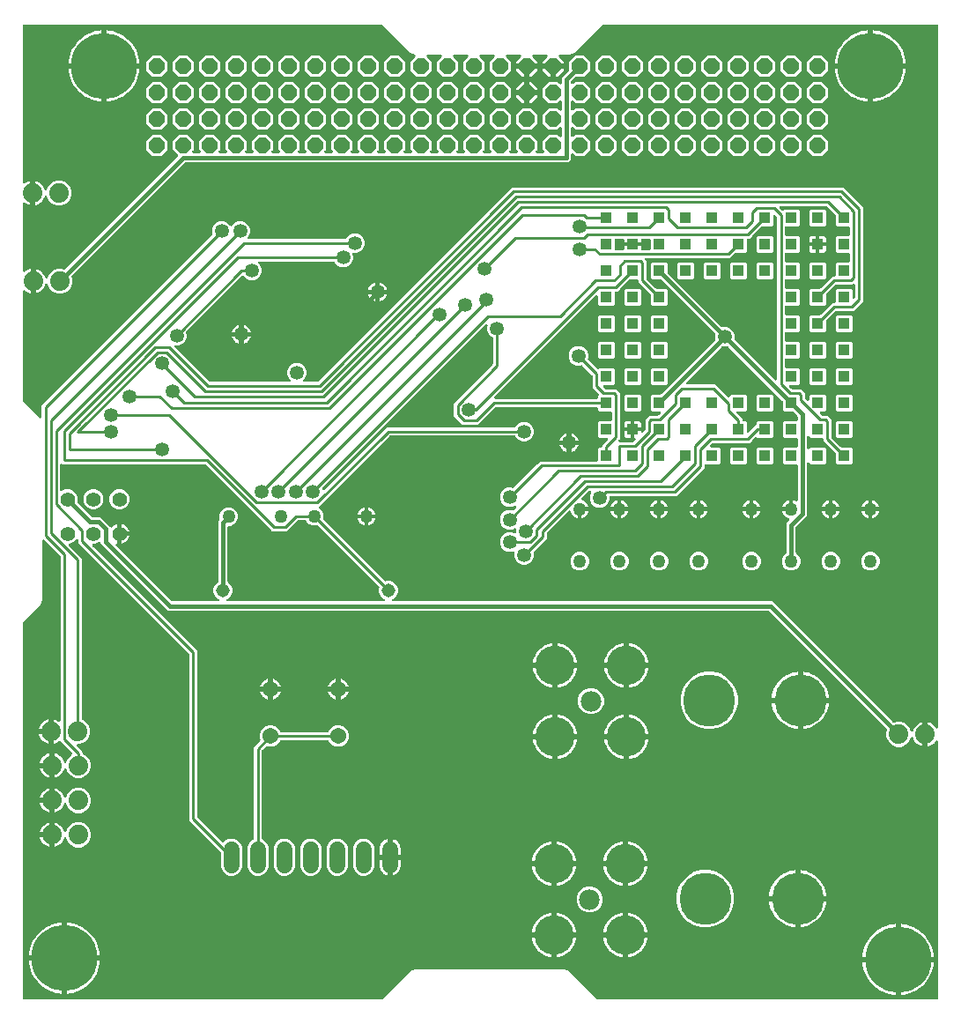
<source format=gbr>
G04 EAGLE Gerber RS-274X export*
G75*
%MOMM*%
%FSLAX34Y34*%
%LPD*%
%INBottom Copper*%
%IPPOS*%
%AMOC8*
5,1,8,0,0,1.08239X$1,22.5*%
G01*
%ADD10P,1.632244X8X22.500000*%
%ADD11C,1.879600*%
%ADD12C,1.524000*%
%ADD13C,1.258000*%
%ADD14C,1.308000*%
%ADD15C,1.540000*%
%ADD16C,1.408000*%
%ADD17R,1.108000X1.108000*%
%ADD18C,1.980000*%
%ADD19C,3.780000*%
%ADD20C,5.000000*%
%ADD21C,0.381000*%
%ADD22C,6.350000*%
%ADD23C,1.350000*%
%ADD24C,0.254000*%

G36*
X355728Y10935D02*
X355728Y10935D01*
X355827Y10938D01*
X355885Y10955D01*
X355945Y10963D01*
X356038Y10999D01*
X356133Y11027D01*
X356185Y11057D01*
X356241Y11080D01*
X356321Y11138D01*
X356407Y11188D01*
X356482Y11254D01*
X356498Y11266D01*
X356506Y11276D01*
X356527Y11294D01*
X383703Y38470D01*
X387717Y40133D01*
X531763Y40133D01*
X535777Y38470D01*
X562953Y11294D01*
X563031Y11234D01*
X563103Y11166D01*
X563156Y11137D01*
X563204Y11100D01*
X563295Y11060D01*
X563381Y11012D01*
X563440Y10997D01*
X563496Y10973D01*
X563594Y10958D01*
X563689Y10933D01*
X563789Y10927D01*
X563810Y10923D01*
X563822Y10925D01*
X563850Y10923D01*
X889508Y10923D01*
X889626Y10938D01*
X889745Y10945D01*
X889783Y10958D01*
X889824Y10963D01*
X889934Y11006D01*
X890047Y11043D01*
X890082Y11065D01*
X890119Y11080D01*
X890215Y11149D01*
X890316Y11213D01*
X890344Y11243D01*
X890377Y11266D01*
X890453Y11358D01*
X890534Y11445D01*
X890554Y11480D01*
X890579Y11511D01*
X890630Y11619D01*
X890688Y11723D01*
X890698Y11763D01*
X890715Y11799D01*
X890737Y11916D01*
X890767Y12031D01*
X890771Y12091D01*
X890775Y12111D01*
X890773Y12132D01*
X890777Y12192D01*
X890777Y258596D01*
X890767Y258675D01*
X890767Y258754D01*
X890747Y258832D01*
X890737Y258911D01*
X890708Y258985D01*
X890688Y259062D01*
X890650Y259133D01*
X890620Y259207D01*
X890574Y259271D01*
X890535Y259341D01*
X890481Y259399D01*
X890434Y259464D01*
X890372Y259515D01*
X890318Y259573D01*
X890250Y259616D01*
X890189Y259667D01*
X890117Y259701D01*
X890049Y259744D01*
X889973Y259769D01*
X889901Y259803D01*
X889823Y259818D01*
X889747Y259842D01*
X889667Y259847D01*
X889589Y259862D01*
X889509Y259857D01*
X889430Y259863D01*
X889351Y259848D01*
X889271Y259843D01*
X889195Y259818D01*
X889117Y259803D01*
X889045Y259769D01*
X888969Y259745D01*
X888901Y259702D01*
X888829Y259668D01*
X888767Y259617D01*
X888700Y259574D01*
X888645Y259516D01*
X888584Y259466D01*
X888483Y259344D01*
X888482Y259343D01*
X888482Y259342D01*
X888481Y259342D01*
X887438Y257907D01*
X886110Y256578D01*
X884589Y255473D01*
X882915Y254620D01*
X881128Y254039D01*
X880871Y253999D01*
X880871Y264414D01*
X880856Y264532D01*
X880849Y264651D01*
X880836Y264689D01*
X880831Y264729D01*
X880788Y264840D01*
X880751Y264953D01*
X880729Y264987D01*
X880714Y265025D01*
X880644Y265121D01*
X880581Y265222D01*
X880551Y265250D01*
X880527Y265282D01*
X880436Y265358D01*
X880349Y265440D01*
X880314Y265459D01*
X880283Y265485D01*
X880175Y265536D01*
X880071Y265593D01*
X880031Y265604D01*
X879995Y265621D01*
X879878Y265643D01*
X879763Y265673D01*
X879702Y265677D01*
X879682Y265681D01*
X879662Y265679D01*
X879602Y265683D01*
X877062Y265683D01*
X876944Y265668D01*
X876825Y265661D01*
X876787Y265648D01*
X876746Y265643D01*
X876636Y265599D01*
X876523Y265563D01*
X876488Y265541D01*
X876451Y265526D01*
X876355Y265456D01*
X876254Y265393D01*
X876226Y265363D01*
X876193Y265339D01*
X876118Y265248D01*
X876036Y265161D01*
X876016Y265126D01*
X875991Y265094D01*
X875940Y264987D01*
X875882Y264882D01*
X875872Y264843D01*
X875855Y264807D01*
X875833Y264690D01*
X875803Y264575D01*
X875799Y264514D01*
X875795Y264494D01*
X875797Y264474D01*
X875793Y264414D01*
X875793Y253999D01*
X875536Y254039D01*
X873749Y254620D01*
X872075Y255473D01*
X870554Y256578D01*
X869226Y257906D01*
X868121Y259427D01*
X867268Y261101D01*
X866875Y262310D01*
X866863Y262337D01*
X866856Y262366D01*
X866795Y262480D01*
X866740Y262598D01*
X866721Y262621D01*
X866707Y262647D01*
X866619Y262743D01*
X866537Y262843D01*
X866513Y262860D01*
X866493Y262882D01*
X866384Y262954D01*
X866280Y263030D01*
X866252Y263041D01*
X866227Y263057D01*
X866104Y263099D01*
X865984Y263147D01*
X865955Y263151D01*
X865926Y263160D01*
X865797Y263171D01*
X865669Y263187D01*
X865639Y263183D01*
X865609Y263185D01*
X865482Y263163D01*
X865353Y263147D01*
X865325Y263136D01*
X865296Y263131D01*
X865178Y263078D01*
X865057Y263030D01*
X865033Y263013D01*
X865006Y263000D01*
X864905Y262920D01*
X864800Y262844D01*
X864781Y262821D01*
X864758Y262802D01*
X864680Y262698D01*
X864597Y262599D01*
X864584Y262572D01*
X864566Y262548D01*
X864495Y262403D01*
X863053Y258921D01*
X859695Y255563D01*
X855307Y253745D01*
X850557Y253745D01*
X846169Y255563D01*
X842811Y258921D01*
X840993Y263309D01*
X840993Y268059D01*
X841628Y269592D01*
X841636Y269621D01*
X841650Y269647D01*
X841678Y269774D01*
X841712Y269899D01*
X841713Y269928D01*
X841719Y269957D01*
X841715Y270087D01*
X841717Y270217D01*
X841711Y270246D01*
X841710Y270275D01*
X841674Y270400D01*
X841643Y270526D01*
X841629Y270552D01*
X841621Y270581D01*
X841555Y270693D01*
X841495Y270807D01*
X841475Y270829D01*
X841460Y270855D01*
X841353Y270975D01*
X728063Y384266D01*
X727985Y384326D01*
X727913Y384394D01*
X727860Y384423D01*
X727812Y384460D01*
X727721Y384500D01*
X727634Y384548D01*
X727576Y384563D01*
X727520Y384587D01*
X727422Y384602D01*
X727326Y384627D01*
X727226Y384633D01*
X727206Y384637D01*
X727194Y384635D01*
X727166Y384637D01*
X150235Y384637D01*
X147259Y387613D01*
X88755Y446117D01*
X85779Y449093D01*
X85779Y449126D01*
X85773Y449175D01*
X85775Y449225D01*
X85753Y449332D01*
X85739Y449442D01*
X85721Y449488D01*
X85711Y449536D01*
X85663Y449635D01*
X85622Y449737D01*
X85593Y449778D01*
X85571Y449822D01*
X85500Y449906D01*
X85436Y449995D01*
X85397Y450026D01*
X85365Y450064D01*
X85275Y450127D01*
X85191Y450197D01*
X85146Y450219D01*
X85105Y450247D01*
X85002Y450286D01*
X84903Y450333D01*
X84854Y450342D01*
X84808Y450360D01*
X84698Y450372D01*
X84591Y450393D01*
X84541Y450390D01*
X84492Y450395D01*
X84383Y450380D01*
X84273Y450373D01*
X84226Y450358D01*
X84177Y450351D01*
X84024Y450299D01*
X80646Y448899D01*
X78890Y448899D01*
X78752Y448882D01*
X78614Y448869D01*
X78594Y448862D01*
X78574Y448859D01*
X78445Y448808D01*
X78314Y448761D01*
X78297Y448750D01*
X78279Y448742D01*
X78166Y448661D01*
X78051Y448583D01*
X78038Y448567D01*
X78021Y448556D01*
X77932Y448448D01*
X77841Y448344D01*
X77831Y448326D01*
X77819Y448311D01*
X77759Y448185D01*
X77696Y448061D01*
X77692Y448041D01*
X77683Y448023D01*
X77657Y447887D01*
X77626Y447751D01*
X77627Y447730D01*
X77623Y447711D01*
X77632Y447572D01*
X77636Y447433D01*
X77642Y447413D01*
X77643Y447393D01*
X77686Y447261D01*
X77724Y447127D01*
X77735Y447110D01*
X77741Y447091D01*
X77815Y446973D01*
X77886Y446853D01*
X77905Y446832D01*
X77911Y446822D01*
X77926Y446808D01*
X77992Y446733D01*
X178309Y346416D01*
X178309Y186762D01*
X178321Y186664D01*
X178324Y186565D01*
X178341Y186507D01*
X178349Y186447D01*
X178385Y186355D01*
X178413Y186259D01*
X178443Y186207D01*
X178466Y186151D01*
X178524Y186071D01*
X178574Y185986D01*
X178640Y185910D01*
X178652Y185894D01*
X178662Y185886D01*
X178680Y185865D01*
X202130Y162415D01*
X202225Y162342D01*
X202314Y162263D01*
X202350Y162245D01*
X202382Y162220D01*
X202491Y162172D01*
X202597Y162118D01*
X202636Y162110D01*
X202673Y162094D01*
X202791Y162075D01*
X202907Y162049D01*
X202948Y162050D01*
X202988Y162044D01*
X203106Y162055D01*
X203225Y162058D01*
X203264Y162070D01*
X203304Y162073D01*
X203416Y162114D01*
X203531Y162147D01*
X203565Y162167D01*
X203603Y162181D01*
X203702Y162248D01*
X203805Y162308D01*
X203850Y162348D01*
X203867Y162360D01*
X203880Y162375D01*
X203925Y162415D01*
X205572Y164062D01*
X209307Y165609D01*
X213349Y165609D01*
X217084Y164062D01*
X219942Y161204D01*
X221489Y157469D01*
X221489Y138187D01*
X219942Y134452D01*
X217084Y131594D01*
X213349Y130047D01*
X209307Y130047D01*
X205572Y131594D01*
X202714Y134452D01*
X201167Y138187D01*
X201167Y152074D01*
X201155Y152172D01*
X201152Y152271D01*
X201135Y152329D01*
X201127Y152389D01*
X201091Y152481D01*
X201063Y152577D01*
X201033Y152629D01*
X201010Y152685D01*
X200952Y152765D01*
X200902Y152850D01*
X200836Y152926D01*
X200824Y152942D01*
X200814Y152950D01*
X200796Y152971D01*
X170687Y183080D01*
X170687Y342734D01*
X170675Y342832D01*
X170672Y342931D01*
X170655Y342989D01*
X170647Y343049D01*
X170611Y343141D01*
X170583Y343236D01*
X170553Y343288D01*
X170530Y343345D01*
X170472Y343425D01*
X170422Y343510D01*
X170356Y343586D01*
X170344Y343602D01*
X170334Y343610D01*
X170316Y343631D01*
X64079Y449867D01*
X64079Y452206D01*
X64062Y452343D01*
X64049Y452482D01*
X64042Y452501D01*
X64039Y452521D01*
X63988Y452650D01*
X63941Y452781D01*
X63930Y452798D01*
X63922Y452817D01*
X63841Y452930D01*
X63763Y453045D01*
X63747Y453058D01*
X63736Y453074D01*
X63628Y453163D01*
X63524Y453255D01*
X63506Y453264D01*
X63491Y453277D01*
X63365Y453336D01*
X63241Y453400D01*
X63221Y453404D01*
X63203Y453413D01*
X63067Y453439D01*
X62931Y453469D01*
X62910Y453469D01*
X62891Y453473D01*
X62752Y453464D01*
X62613Y453460D01*
X62593Y453454D01*
X62573Y453453D01*
X62441Y453410D01*
X62307Y453371D01*
X62290Y453361D01*
X62271Y453355D01*
X62153Y453280D01*
X62033Y453210D01*
X62012Y453191D01*
X62002Y453185D01*
X61988Y453170D01*
X61913Y453103D01*
X59167Y450358D01*
X55788Y448958D01*
X55745Y448934D01*
X55699Y448917D01*
X55608Y448855D01*
X55512Y448801D01*
X55476Y448766D01*
X55435Y448738D01*
X55363Y448656D01*
X55284Y448580D01*
X55258Y448537D01*
X55225Y448500D01*
X55175Y448402D01*
X55118Y448308D01*
X55103Y448261D01*
X55080Y448217D01*
X55056Y448109D01*
X55024Y448005D01*
X55022Y447955D01*
X55011Y447906D01*
X55014Y447796D01*
X55009Y447687D01*
X55019Y447638D01*
X55020Y447589D01*
X55051Y447483D01*
X55073Y447375D01*
X55095Y447331D01*
X55109Y447283D01*
X55164Y447189D01*
X55213Y447090D01*
X55245Y447052D01*
X55270Y447009D01*
X55377Y446888D01*
X67311Y434954D01*
X67311Y280670D01*
X67314Y280641D01*
X67312Y280611D01*
X67334Y280483D01*
X67351Y280354D01*
X67361Y280327D01*
X67366Y280298D01*
X67420Y280179D01*
X67468Y280059D01*
X67485Y280035D01*
X67497Y280008D01*
X67578Y279907D01*
X67654Y279801D01*
X67677Y279783D01*
X67696Y279760D01*
X67799Y279681D01*
X67899Y279599D01*
X67926Y279586D01*
X67950Y279568D01*
X68094Y279497D01*
X70263Y278599D01*
X73621Y275241D01*
X75439Y270853D01*
X75439Y266103D01*
X73621Y261715D01*
X70263Y258357D01*
X65875Y256539D01*
X63918Y256539D01*
X63780Y256522D01*
X63641Y256509D01*
X63622Y256502D01*
X63602Y256499D01*
X63473Y256448D01*
X63342Y256401D01*
X63325Y256390D01*
X63306Y256382D01*
X63194Y256301D01*
X63079Y256223D01*
X63065Y256207D01*
X63049Y256196D01*
X62960Y256088D01*
X62868Y255984D01*
X62859Y255966D01*
X62846Y255951D01*
X62787Y255825D01*
X62724Y255701D01*
X62719Y255681D01*
X62711Y255663D01*
X62685Y255527D01*
X62654Y255391D01*
X62655Y255370D01*
X62651Y255351D01*
X62660Y255212D01*
X62664Y255073D01*
X62669Y255053D01*
X62671Y255033D01*
X62714Y254901D01*
X62752Y254767D01*
X62762Y254750D01*
X62769Y254731D01*
X62843Y254613D01*
X62914Y254493D01*
X62932Y254472D01*
X62939Y254462D01*
X62954Y254448D01*
X63020Y254373D01*
X68073Y249320D01*
X68073Y248158D01*
X68076Y248129D01*
X68074Y248099D01*
X68096Y247971D01*
X68113Y247842D01*
X68123Y247815D01*
X68128Y247786D01*
X68182Y247667D01*
X68230Y247547D01*
X68247Y247523D01*
X68259Y247496D01*
X68340Y247395D01*
X68416Y247289D01*
X68439Y247271D01*
X68458Y247248D01*
X68561Y247169D01*
X68661Y247087D01*
X68688Y247074D01*
X68712Y247056D01*
X68856Y246985D01*
X71025Y246087D01*
X74383Y242729D01*
X76201Y238341D01*
X76201Y233591D01*
X74383Y229203D01*
X71025Y225845D01*
X66637Y224027D01*
X61887Y224027D01*
X57499Y225845D01*
X54141Y229203D01*
X52699Y232685D01*
X52684Y232711D01*
X52675Y232740D01*
X52605Y232849D01*
X52541Y232962D01*
X52520Y232983D01*
X52504Y233008D01*
X52410Y233097D01*
X52320Y233190D01*
X52294Y233206D01*
X52272Y233226D01*
X52159Y233288D01*
X52049Y233356D01*
X52020Y233365D01*
X51994Y233379D01*
X51868Y233412D01*
X51745Y233450D01*
X51715Y233451D01*
X51686Y233459D01*
X51556Y233459D01*
X51427Y233465D01*
X51398Y233459D01*
X51368Y233459D01*
X51242Y233427D01*
X51116Y233401D01*
X51089Y233387D01*
X51060Y233380D01*
X50946Y233318D01*
X50830Y233261D01*
X50807Y233242D01*
X50781Y233227D01*
X50687Y233139D01*
X50588Y233055D01*
X50571Y233030D01*
X50549Y233010D01*
X50479Y232901D01*
X50405Y232795D01*
X50394Y232767D01*
X50378Y232741D01*
X50319Y232592D01*
X49926Y231383D01*
X49073Y229709D01*
X47968Y228188D01*
X46640Y226860D01*
X45119Y225755D01*
X43445Y224902D01*
X41658Y224321D01*
X41401Y224281D01*
X41401Y234696D01*
X41386Y234814D01*
X41379Y234933D01*
X41366Y234971D01*
X41361Y235011D01*
X41318Y235122D01*
X41281Y235235D01*
X41259Y235269D01*
X41244Y235307D01*
X41174Y235403D01*
X41111Y235504D01*
X41081Y235532D01*
X41057Y235564D01*
X40966Y235640D01*
X40879Y235722D01*
X40844Y235741D01*
X40813Y235767D01*
X40705Y235818D01*
X40601Y235875D01*
X40561Y235886D01*
X40525Y235903D01*
X40408Y235925D01*
X40293Y235955D01*
X40232Y235959D01*
X40212Y235963D01*
X40192Y235961D01*
X40132Y235965D01*
X38861Y235965D01*
X38861Y235967D01*
X40132Y235967D01*
X40250Y235982D01*
X40369Y235989D01*
X40407Y236002D01*
X40447Y236007D01*
X40558Y236051D01*
X40671Y236087D01*
X40706Y236109D01*
X40743Y236124D01*
X40839Y236194D01*
X40940Y236257D01*
X40968Y236287D01*
X41001Y236311D01*
X41076Y236402D01*
X41158Y236489D01*
X41178Y236524D01*
X41203Y236556D01*
X41254Y236663D01*
X41312Y236768D01*
X41322Y236807D01*
X41339Y236843D01*
X41361Y236960D01*
X41391Y237075D01*
X41395Y237136D01*
X41399Y237156D01*
X41397Y237176D01*
X41401Y237236D01*
X41401Y247651D01*
X41658Y247611D01*
X43445Y247030D01*
X45119Y246177D01*
X46640Y245072D01*
X47968Y243744D01*
X49073Y242223D01*
X49926Y240549D01*
X50319Y239340D01*
X50331Y239313D01*
X50338Y239284D01*
X50399Y239169D01*
X50454Y239052D01*
X50473Y239029D01*
X50487Y239003D01*
X50574Y238907D01*
X50657Y238807D01*
X50681Y238790D01*
X50701Y238768D01*
X50809Y238697D01*
X50914Y238620D01*
X50942Y238609D01*
X50967Y238593D01*
X51089Y238551D01*
X51210Y238503D01*
X51239Y238499D01*
X51268Y238490D01*
X51397Y238479D01*
X51525Y238463D01*
X51555Y238467D01*
X51585Y238465D01*
X51712Y238487D01*
X51841Y238503D01*
X51869Y238514D01*
X51898Y238519D01*
X52016Y238572D01*
X52137Y238620D01*
X52161Y238637D01*
X52188Y238650D01*
X52289Y238730D01*
X52394Y238806D01*
X52413Y238829D01*
X52436Y238848D01*
X52514Y238952D01*
X52597Y239051D01*
X52610Y239078D01*
X52628Y239102D01*
X52699Y239247D01*
X54141Y242729D01*
X57499Y246087D01*
X57885Y246247D01*
X57928Y246272D01*
X57975Y246289D01*
X58066Y246350D01*
X58162Y246405D01*
X58197Y246439D01*
X58238Y246467D01*
X58311Y246550D01*
X58390Y246626D01*
X58416Y246668D01*
X58449Y246706D01*
X58499Y246803D01*
X58556Y246897D01*
X58571Y246945D01*
X58593Y246989D01*
X58618Y247096D01*
X58650Y247201D01*
X58652Y247251D01*
X58663Y247299D01*
X58660Y247409D01*
X58665Y247519D01*
X58655Y247567D01*
X58653Y247617D01*
X58623Y247722D01*
X58601Y247830D01*
X58579Y247875D01*
X58565Y247922D01*
X58509Y248017D01*
X58461Y248116D01*
X58429Y248154D01*
X58403Y248196D01*
X58297Y248317D01*
X49593Y257021D01*
X47435Y259180D01*
X47419Y259192D01*
X47407Y259207D01*
X47294Y259289D01*
X47183Y259375D01*
X47166Y259382D01*
X47150Y259394D01*
X47020Y259445D01*
X46892Y259501D01*
X46872Y259504D01*
X46854Y259511D01*
X46716Y259529D01*
X46578Y259551D01*
X46558Y259549D01*
X46539Y259551D01*
X46400Y259534D01*
X46261Y259521D01*
X46242Y259514D01*
X46223Y259512D01*
X46093Y259460D01*
X45962Y259413D01*
X45945Y259402D01*
X45927Y259395D01*
X45791Y259309D01*
X44357Y258267D01*
X42683Y257414D01*
X40896Y256833D01*
X40639Y256793D01*
X40639Y267208D01*
X40624Y267326D01*
X40617Y267445D01*
X40604Y267483D01*
X40599Y267523D01*
X40556Y267634D01*
X40519Y267747D01*
X40497Y267781D01*
X40482Y267819D01*
X40412Y267915D01*
X40349Y268016D01*
X40319Y268044D01*
X40295Y268076D01*
X40204Y268152D01*
X40117Y268234D01*
X40082Y268253D01*
X40051Y268279D01*
X39943Y268330D01*
X39839Y268387D01*
X39799Y268398D01*
X39763Y268415D01*
X39646Y268437D01*
X39531Y268467D01*
X39470Y268471D01*
X39450Y268475D01*
X39430Y268473D01*
X39370Y268477D01*
X38099Y268477D01*
X38099Y268479D01*
X39370Y268479D01*
X39488Y268494D01*
X39607Y268501D01*
X39645Y268514D01*
X39685Y268519D01*
X39796Y268563D01*
X39909Y268599D01*
X39944Y268621D01*
X39981Y268636D01*
X40077Y268706D01*
X40178Y268769D01*
X40206Y268799D01*
X40239Y268823D01*
X40314Y268914D01*
X40396Y269001D01*
X40416Y269036D01*
X40441Y269068D01*
X40492Y269175D01*
X40550Y269280D01*
X40560Y269319D01*
X40577Y269355D01*
X40599Y269472D01*
X40629Y269587D01*
X40633Y269648D01*
X40637Y269668D01*
X40635Y269688D01*
X40639Y269748D01*
X40639Y280163D01*
X40896Y280123D01*
X42683Y279542D01*
X44357Y278689D01*
X44974Y278241D01*
X45009Y278222D01*
X45039Y278196D01*
X45148Y278145D01*
X45253Y278088D01*
X45291Y278078D01*
X45327Y278061D01*
X45444Y278038D01*
X45561Y278008D01*
X45601Y278008D01*
X45640Y278001D01*
X45759Y278008D01*
X45879Y278008D01*
X45917Y278018D01*
X45957Y278021D01*
X46071Y278058D01*
X46187Y278087D01*
X46222Y278107D01*
X46259Y278119D01*
X46361Y278183D01*
X46466Y278240D01*
X46495Y278268D01*
X46528Y278289D01*
X46610Y278376D01*
X46697Y278458D01*
X46719Y278492D01*
X46746Y278521D01*
X46804Y278626D01*
X46868Y278726D01*
X46880Y278764D01*
X46900Y278799D01*
X46929Y278915D01*
X46967Y279029D01*
X46969Y279069D01*
X46979Y279107D01*
X46989Y279268D01*
X46989Y436787D01*
X46977Y436885D01*
X46974Y436985D01*
X46957Y437043D01*
X46949Y437103D01*
X46913Y437195D01*
X46885Y437290D01*
X46855Y437342D01*
X46832Y437399D01*
X46774Y437479D01*
X46724Y437564D01*
X46658Y437639D01*
X46646Y437656D01*
X46636Y437664D01*
X46618Y437685D01*
X31885Y452417D01*
X31776Y452502D01*
X31669Y452591D01*
X31650Y452599D01*
X31634Y452612D01*
X31506Y452667D01*
X31381Y452726D01*
X31361Y452730D01*
X31342Y452738D01*
X31204Y452760D01*
X31068Y452786D01*
X31048Y452785D01*
X31028Y452788D01*
X30889Y452775D01*
X30751Y452766D01*
X30732Y452760D01*
X30712Y452758D01*
X30580Y452711D01*
X30449Y452668D01*
X30431Y452657D01*
X30412Y452651D01*
X30297Y452572D01*
X30180Y452498D01*
X30166Y452483D01*
X30149Y452472D01*
X30057Y452368D01*
X29962Y452266D01*
X29952Y452249D01*
X29939Y452234D01*
X29875Y452110D01*
X29808Y451988D01*
X29803Y451968D01*
X29794Y451950D01*
X29764Y451814D01*
X29729Y451680D01*
X29727Y451652D01*
X29724Y451640D01*
X29725Y451620D01*
X29719Y451519D01*
X29719Y394575D01*
X28056Y390561D01*
X11294Y373799D01*
X11234Y373721D01*
X11166Y373649D01*
X11137Y373596D01*
X11100Y373548D01*
X11060Y373457D01*
X11012Y373371D01*
X10997Y373312D01*
X10973Y373256D01*
X10958Y373158D01*
X10933Y373063D01*
X10927Y372963D01*
X10923Y372942D01*
X10925Y372930D01*
X10923Y372902D01*
X10923Y12192D01*
X10938Y12074D01*
X10945Y11955D01*
X10958Y11917D01*
X10963Y11876D01*
X11006Y11766D01*
X11043Y11653D01*
X11065Y11618D01*
X11080Y11581D01*
X11149Y11485D01*
X11213Y11384D01*
X11243Y11356D01*
X11266Y11323D01*
X11358Y11247D01*
X11445Y11166D01*
X11480Y11146D01*
X11511Y11121D01*
X11619Y11070D01*
X11723Y11012D01*
X11763Y11002D01*
X11799Y10985D01*
X11916Y10963D01*
X12031Y10933D01*
X12091Y10929D01*
X12111Y10925D01*
X12132Y10927D01*
X12192Y10923D01*
X355630Y10923D01*
X355728Y10935D01*
G37*
G36*
X879720Y265700D02*
X879720Y265700D01*
X879839Y265707D01*
X879877Y265720D01*
X879917Y265725D01*
X880028Y265769D01*
X880141Y265805D01*
X880176Y265827D01*
X880213Y265842D01*
X880309Y265912D01*
X880410Y265975D01*
X880438Y266005D01*
X880471Y266029D01*
X880546Y266120D01*
X880628Y266207D01*
X880648Y266242D01*
X880673Y266274D01*
X880724Y266381D01*
X880782Y266486D01*
X880792Y266525D01*
X880809Y266561D01*
X880831Y266678D01*
X880861Y266793D01*
X880865Y266854D01*
X880869Y266874D01*
X880867Y266894D01*
X880871Y266954D01*
X880871Y277369D01*
X881128Y277329D01*
X882915Y276748D01*
X884589Y275895D01*
X886110Y274790D01*
X887438Y273461D01*
X888481Y272026D01*
X888536Y271968D01*
X888582Y271904D01*
X888644Y271853D01*
X888699Y271794D01*
X888766Y271752D01*
X888827Y271701D01*
X888900Y271667D01*
X888967Y271624D01*
X889043Y271599D01*
X889115Y271565D01*
X889194Y271550D01*
X889270Y271526D01*
X889349Y271521D01*
X889428Y271506D01*
X889507Y271511D01*
X889587Y271505D01*
X889665Y271520D01*
X889745Y271525D01*
X889821Y271550D01*
X889900Y271565D01*
X889972Y271599D01*
X890047Y271623D01*
X890115Y271666D01*
X890187Y271700D01*
X890249Y271751D01*
X890316Y271794D01*
X890371Y271852D01*
X890433Y271903D01*
X890479Y271967D01*
X890534Y272025D01*
X890573Y272095D01*
X890620Y272160D01*
X890649Y272234D01*
X890688Y272304D01*
X890708Y272381D01*
X890737Y272455D01*
X890747Y272534D01*
X890767Y272612D01*
X890777Y272770D01*
X890777Y272771D01*
X890777Y272772D01*
X890777Y946658D01*
X890762Y946776D01*
X890755Y946895D01*
X890742Y946933D01*
X890737Y946974D01*
X890694Y947084D01*
X890657Y947197D01*
X890635Y947232D01*
X890620Y947269D01*
X890551Y947365D01*
X890487Y947466D01*
X890457Y947494D01*
X890434Y947527D01*
X890342Y947603D01*
X890255Y947684D01*
X890220Y947704D01*
X890189Y947729D01*
X890081Y947780D01*
X889977Y947838D01*
X889937Y947848D01*
X889901Y947865D01*
X889784Y947887D01*
X889669Y947917D01*
X889609Y947921D01*
X889589Y947925D01*
X889568Y947923D01*
X889508Y947927D01*
X568930Y947927D01*
X568832Y947915D01*
X568733Y947912D01*
X568675Y947895D01*
X568615Y947887D01*
X568522Y947851D01*
X568427Y947823D01*
X568375Y947793D01*
X568319Y947770D01*
X568239Y947712D01*
X568153Y947662D01*
X568078Y947596D01*
X568062Y947584D01*
X568054Y947574D01*
X568033Y947556D01*
X540819Y920342D01*
X540776Y920336D01*
X540624Y920284D01*
X536843Y918717D01*
X527353Y918717D01*
X527216Y918700D01*
X527077Y918687D01*
X527058Y918680D01*
X527038Y918677D01*
X526909Y918626D01*
X526778Y918579D01*
X526761Y918568D01*
X526742Y918560D01*
X526630Y918479D01*
X526514Y918401D01*
X526501Y918385D01*
X526485Y918374D01*
X526396Y918266D01*
X526304Y918162D01*
X526295Y918144D01*
X526282Y918129D01*
X526223Y918003D01*
X526159Y917879D01*
X526155Y917859D01*
X526146Y917841D01*
X526120Y917705D01*
X526090Y917569D01*
X526090Y917548D01*
X526087Y917529D01*
X526095Y917390D01*
X526099Y917251D01*
X526105Y917231D01*
X526106Y917211D01*
X526149Y917079D01*
X526188Y916945D01*
X526198Y916928D01*
X526204Y916909D01*
X526279Y916791D01*
X526349Y916671D01*
X526368Y916650D01*
X526374Y916640D01*
X526389Y916626D01*
X526456Y916551D01*
X530781Y912226D01*
X530781Y910549D01*
X521930Y910549D01*
X521812Y910534D01*
X521693Y910527D01*
X521655Y910514D01*
X521615Y910509D01*
X521504Y910466D01*
X521391Y910429D01*
X521357Y910407D01*
X521319Y910392D01*
X521223Y910323D01*
X521122Y910259D01*
X521094Y910229D01*
X521062Y910206D01*
X520986Y910114D01*
X520904Y910027D01*
X520885Y909992D01*
X520859Y909961D01*
X520808Y909853D01*
X520751Y909749D01*
X520741Y909709D01*
X520723Y909673D01*
X520703Y909566D01*
X520699Y909596D01*
X520655Y909706D01*
X520619Y909819D01*
X520597Y909854D01*
X520582Y909891D01*
X520512Y909987D01*
X520449Y910088D01*
X520419Y910116D01*
X520395Y910149D01*
X520304Y910225D01*
X520217Y910306D01*
X520182Y910326D01*
X520150Y910351D01*
X520043Y910402D01*
X519938Y910460D01*
X519899Y910470D01*
X519863Y910487D01*
X519746Y910509D01*
X519630Y910539D01*
X519570Y910543D01*
X519550Y910547D01*
X519530Y910545D01*
X519470Y910549D01*
X510619Y910549D01*
X510619Y912226D01*
X514944Y916551D01*
X515030Y916660D01*
X515118Y916767D01*
X515127Y916786D01*
X515139Y916802D01*
X515195Y916930D01*
X515254Y917055D01*
X515257Y917075D01*
X515266Y917094D01*
X515287Y917232D01*
X515313Y917368D01*
X515312Y917388D01*
X515315Y917408D01*
X515302Y917547D01*
X515294Y917685D01*
X515287Y917704D01*
X515286Y917724D01*
X515238Y917856D01*
X515196Y917987D01*
X515185Y918005D01*
X515178Y918024D01*
X515100Y918139D01*
X515026Y918256D01*
X515011Y918270D01*
X514999Y918287D01*
X514895Y918379D01*
X514794Y918474D01*
X514776Y918484D01*
X514761Y918497D01*
X514637Y918561D01*
X514515Y918628D01*
X514496Y918633D01*
X514478Y918642D01*
X514342Y918672D01*
X514207Y918707D01*
X514179Y918709D01*
X514167Y918712D01*
X514147Y918711D01*
X514047Y918717D01*
X501953Y918717D01*
X501816Y918700D01*
X501677Y918687D01*
X501658Y918680D01*
X501638Y918677D01*
X501509Y918626D01*
X501378Y918579D01*
X501361Y918568D01*
X501342Y918560D01*
X501230Y918479D01*
X501114Y918401D01*
X501101Y918385D01*
X501085Y918374D01*
X500996Y918266D01*
X500904Y918162D01*
X500895Y918144D01*
X500882Y918129D01*
X500823Y918003D01*
X500759Y917879D01*
X500755Y917859D01*
X500746Y917841D01*
X500720Y917705D01*
X500690Y917569D01*
X500690Y917548D01*
X500687Y917529D01*
X500695Y917390D01*
X500699Y917251D01*
X500705Y917231D01*
X500706Y917211D01*
X500749Y917079D01*
X500788Y916945D01*
X500798Y916928D01*
X500804Y916909D01*
X500879Y916791D01*
X500949Y916671D01*
X500968Y916650D01*
X500974Y916640D01*
X500989Y916626D01*
X501056Y916551D01*
X505381Y912226D01*
X505381Y910549D01*
X496530Y910549D01*
X496412Y910534D01*
X496293Y910527D01*
X496255Y910514D01*
X496215Y910509D01*
X496104Y910466D01*
X495991Y910429D01*
X495957Y910407D01*
X495919Y910392D01*
X495823Y910323D01*
X495722Y910259D01*
X495694Y910229D01*
X495662Y910206D01*
X495586Y910114D01*
X495504Y910027D01*
X495485Y909992D01*
X495459Y909961D01*
X495408Y909853D01*
X495351Y909749D01*
X495341Y909709D01*
X495323Y909673D01*
X495303Y909566D01*
X495299Y909596D01*
X495255Y909706D01*
X495219Y909819D01*
X495197Y909854D01*
X495182Y909891D01*
X495112Y909987D01*
X495049Y910088D01*
X495019Y910116D01*
X494995Y910149D01*
X494904Y910225D01*
X494817Y910306D01*
X494782Y910326D01*
X494750Y910351D01*
X494643Y910402D01*
X494538Y910460D01*
X494499Y910470D01*
X494463Y910487D01*
X494346Y910509D01*
X494230Y910539D01*
X494170Y910543D01*
X494150Y910547D01*
X494130Y910545D01*
X494070Y910549D01*
X485219Y910549D01*
X485219Y912226D01*
X489544Y916551D01*
X489630Y916660D01*
X489718Y916767D01*
X489727Y916786D01*
X489739Y916802D01*
X489795Y916930D01*
X489854Y917055D01*
X489857Y917075D01*
X489866Y917094D01*
X489887Y917232D01*
X489913Y917368D01*
X489912Y917388D01*
X489915Y917408D01*
X489902Y917547D01*
X489894Y917685D01*
X489887Y917704D01*
X489886Y917724D01*
X489838Y917856D01*
X489796Y917987D01*
X489785Y918005D01*
X489778Y918024D01*
X489700Y918139D01*
X489626Y918256D01*
X489611Y918270D01*
X489599Y918287D01*
X489495Y918379D01*
X489394Y918474D01*
X489376Y918484D01*
X489361Y918497D01*
X489237Y918561D01*
X489115Y918628D01*
X489096Y918633D01*
X489078Y918642D01*
X488942Y918672D01*
X488807Y918707D01*
X488779Y918709D01*
X488767Y918712D01*
X488747Y918711D01*
X488647Y918717D01*
X476553Y918717D01*
X476416Y918700D01*
X476277Y918687D01*
X476258Y918680D01*
X476238Y918677D01*
X476109Y918626D01*
X475978Y918579D01*
X475961Y918568D01*
X475942Y918560D01*
X475830Y918479D01*
X475714Y918401D01*
X475701Y918385D01*
X475685Y918374D01*
X475596Y918266D01*
X475504Y918162D01*
X475495Y918144D01*
X475482Y918129D01*
X475423Y918003D01*
X475359Y917879D01*
X475355Y917859D01*
X475346Y917841D01*
X475320Y917705D01*
X475290Y917569D01*
X475290Y917548D01*
X475287Y917529D01*
X475295Y917390D01*
X475299Y917251D01*
X475305Y917231D01*
X475306Y917211D01*
X475349Y917079D01*
X475388Y916945D01*
X475398Y916928D01*
X475404Y916909D01*
X475479Y916791D01*
X475549Y916671D01*
X475568Y916650D01*
X475574Y916640D01*
X475589Y916626D01*
X475656Y916551D01*
X479981Y912226D01*
X479981Y903874D01*
X474076Y897969D01*
X465724Y897969D01*
X459819Y903874D01*
X459819Y912226D01*
X464144Y916551D01*
X464230Y916660D01*
X464318Y916767D01*
X464327Y916786D01*
X464339Y916802D01*
X464395Y916930D01*
X464454Y917055D01*
X464457Y917075D01*
X464466Y917094D01*
X464487Y917232D01*
X464513Y917368D01*
X464512Y917388D01*
X464515Y917408D01*
X464502Y917547D01*
X464494Y917685D01*
X464487Y917704D01*
X464486Y917724D01*
X464438Y917856D01*
X464396Y917987D01*
X464385Y918005D01*
X464378Y918024D01*
X464300Y918139D01*
X464226Y918256D01*
X464211Y918270D01*
X464199Y918287D01*
X464095Y918379D01*
X463994Y918474D01*
X463976Y918484D01*
X463961Y918497D01*
X463837Y918561D01*
X463715Y918628D01*
X463696Y918633D01*
X463678Y918642D01*
X463542Y918672D01*
X463407Y918707D01*
X463379Y918709D01*
X463367Y918712D01*
X463347Y918711D01*
X463247Y918717D01*
X451153Y918717D01*
X451016Y918700D01*
X450877Y918687D01*
X450858Y918680D01*
X450838Y918677D01*
X450709Y918626D01*
X450578Y918579D01*
X450561Y918568D01*
X450542Y918560D01*
X450430Y918479D01*
X450314Y918401D01*
X450301Y918385D01*
X450285Y918374D01*
X450196Y918266D01*
X450104Y918162D01*
X450095Y918144D01*
X450082Y918129D01*
X450023Y918003D01*
X449959Y917879D01*
X449955Y917859D01*
X449946Y917841D01*
X449920Y917705D01*
X449890Y917569D01*
X449890Y917548D01*
X449887Y917529D01*
X449895Y917390D01*
X449899Y917251D01*
X449905Y917231D01*
X449906Y917211D01*
X449949Y917079D01*
X449988Y916945D01*
X449998Y916928D01*
X450004Y916909D01*
X450079Y916791D01*
X450149Y916671D01*
X450168Y916650D01*
X450174Y916640D01*
X450189Y916626D01*
X450256Y916551D01*
X454581Y912226D01*
X454581Y903874D01*
X448676Y897969D01*
X440324Y897969D01*
X434419Y903874D01*
X434419Y912226D01*
X438744Y916551D01*
X438830Y916660D01*
X438918Y916767D01*
X438927Y916786D01*
X438939Y916802D01*
X438995Y916930D01*
X439054Y917055D01*
X439057Y917075D01*
X439066Y917094D01*
X439087Y917232D01*
X439113Y917368D01*
X439112Y917388D01*
X439115Y917408D01*
X439102Y917547D01*
X439094Y917685D01*
X439087Y917704D01*
X439086Y917724D01*
X439038Y917856D01*
X438996Y917987D01*
X438985Y918005D01*
X438978Y918024D01*
X438900Y918139D01*
X438826Y918256D01*
X438811Y918270D01*
X438799Y918287D01*
X438695Y918379D01*
X438594Y918474D01*
X438576Y918484D01*
X438561Y918497D01*
X438437Y918561D01*
X438315Y918628D01*
X438296Y918633D01*
X438278Y918642D01*
X438142Y918672D01*
X438007Y918707D01*
X437979Y918709D01*
X437967Y918712D01*
X437947Y918711D01*
X437847Y918717D01*
X425753Y918717D01*
X425616Y918700D01*
X425477Y918687D01*
X425458Y918680D01*
X425438Y918677D01*
X425309Y918626D01*
X425178Y918579D01*
X425161Y918568D01*
X425142Y918560D01*
X425030Y918479D01*
X424914Y918401D01*
X424901Y918385D01*
X424885Y918374D01*
X424796Y918266D01*
X424704Y918162D01*
X424695Y918144D01*
X424682Y918129D01*
X424623Y918003D01*
X424559Y917879D01*
X424555Y917859D01*
X424546Y917841D01*
X424520Y917705D01*
X424490Y917569D01*
X424490Y917548D01*
X424487Y917529D01*
X424495Y917390D01*
X424499Y917251D01*
X424505Y917231D01*
X424506Y917211D01*
X424549Y917079D01*
X424588Y916945D01*
X424598Y916928D01*
X424604Y916909D01*
X424679Y916791D01*
X424749Y916671D01*
X424768Y916650D01*
X424774Y916640D01*
X424789Y916626D01*
X424856Y916551D01*
X429181Y912226D01*
X429181Y903874D01*
X423276Y897969D01*
X414924Y897969D01*
X409019Y903874D01*
X409019Y912226D01*
X413344Y916551D01*
X413430Y916660D01*
X413518Y916767D01*
X413527Y916786D01*
X413539Y916802D01*
X413595Y916930D01*
X413654Y917055D01*
X413657Y917075D01*
X413666Y917094D01*
X413687Y917232D01*
X413713Y917368D01*
X413712Y917388D01*
X413715Y917408D01*
X413702Y917547D01*
X413694Y917685D01*
X413687Y917704D01*
X413686Y917724D01*
X413638Y917856D01*
X413596Y917987D01*
X413585Y918005D01*
X413578Y918024D01*
X413500Y918139D01*
X413426Y918256D01*
X413411Y918270D01*
X413399Y918287D01*
X413295Y918379D01*
X413194Y918474D01*
X413176Y918484D01*
X413161Y918497D01*
X413037Y918561D01*
X412915Y918628D01*
X412896Y918633D01*
X412878Y918642D01*
X412742Y918672D01*
X412607Y918707D01*
X412579Y918709D01*
X412567Y918712D01*
X412547Y918711D01*
X412447Y918717D01*
X400353Y918717D01*
X400216Y918700D01*
X400077Y918687D01*
X400058Y918680D01*
X400038Y918677D01*
X399909Y918626D01*
X399778Y918579D01*
X399761Y918568D01*
X399742Y918560D01*
X399630Y918479D01*
X399514Y918401D01*
X399501Y918385D01*
X399485Y918374D01*
X399396Y918266D01*
X399304Y918162D01*
X399295Y918144D01*
X399282Y918129D01*
X399223Y918003D01*
X399159Y917879D01*
X399155Y917859D01*
X399146Y917841D01*
X399120Y917705D01*
X399090Y917569D01*
X399090Y917548D01*
X399087Y917529D01*
X399095Y917390D01*
X399099Y917251D01*
X399105Y917231D01*
X399106Y917211D01*
X399149Y917079D01*
X399188Y916945D01*
X399198Y916928D01*
X399204Y916909D01*
X399279Y916791D01*
X399349Y916671D01*
X399368Y916650D01*
X399374Y916640D01*
X399389Y916626D01*
X399456Y916551D01*
X403781Y912226D01*
X403781Y903874D01*
X397876Y897969D01*
X389524Y897969D01*
X383619Y903874D01*
X383619Y912226D01*
X388067Y916673D01*
X388097Y916712D01*
X388134Y916746D01*
X388194Y916837D01*
X388262Y916924D01*
X388281Y916970D01*
X388309Y917011D01*
X388344Y917115D01*
X388388Y917216D01*
X388396Y917265D01*
X388412Y917312D01*
X388421Y917422D01*
X388438Y917530D01*
X388433Y917580D01*
X388437Y917629D01*
X388418Y917737D01*
X388408Y917847D01*
X388391Y917894D01*
X388383Y917943D01*
X388338Y918043D01*
X388300Y918146D01*
X388273Y918187D01*
X388252Y918233D01*
X388184Y918318D01*
X388122Y918409D01*
X388085Y918442D01*
X388054Y918481D01*
X387966Y918547D01*
X387883Y918620D01*
X387839Y918642D01*
X387799Y918672D01*
X387655Y918743D01*
X383703Y920380D01*
X356527Y947556D01*
X356449Y947616D01*
X356377Y947684D01*
X356324Y947713D01*
X356276Y947750D01*
X356185Y947790D01*
X356099Y947838D01*
X356040Y947853D01*
X355984Y947877D01*
X355886Y947892D01*
X355791Y947917D01*
X355691Y947923D01*
X355670Y947927D01*
X355658Y947925D01*
X355630Y947927D01*
X12192Y947927D01*
X12074Y947912D01*
X11955Y947905D01*
X11917Y947892D01*
X11876Y947887D01*
X11766Y947844D01*
X11653Y947807D01*
X11618Y947785D01*
X11581Y947770D01*
X11485Y947701D01*
X11384Y947637D01*
X11356Y947607D01*
X11323Y947584D01*
X11247Y947492D01*
X11166Y947405D01*
X11146Y947370D01*
X11121Y947339D01*
X11070Y947231D01*
X11012Y947127D01*
X11002Y947087D01*
X10985Y947051D01*
X10963Y946934D01*
X10933Y946819D01*
X10929Y946759D01*
X10925Y946739D01*
X10927Y946718D01*
X10923Y946658D01*
X10923Y796297D01*
X10928Y796257D01*
X10925Y796217D01*
X10948Y796100D01*
X10963Y795981D01*
X10977Y795944D01*
X10985Y795905D01*
X11036Y795796D01*
X11080Y795685D01*
X11103Y795653D01*
X11120Y795617D01*
X11196Y795525D01*
X11266Y795428D01*
X11297Y795403D01*
X11322Y795372D01*
X11419Y795302D01*
X11511Y795225D01*
X11547Y795208D01*
X11580Y795185D01*
X11691Y795141D01*
X11799Y795090D01*
X11838Y795082D01*
X11875Y795068D01*
X11994Y795052D01*
X12111Y795030D01*
X12151Y795032D01*
X12191Y795027D01*
X12310Y795042D01*
X12429Y795050D01*
X12467Y795062D01*
X12506Y795067D01*
X12618Y795111D01*
X12731Y795148D01*
X12765Y795169D01*
X12802Y795184D01*
X12938Y795270D01*
X14063Y796087D01*
X15737Y796940D01*
X17524Y797521D01*
X17781Y797561D01*
X17781Y787146D01*
X17796Y787028D01*
X17803Y786909D01*
X17816Y786871D01*
X17821Y786831D01*
X17864Y786720D01*
X17901Y786607D01*
X17923Y786573D01*
X17938Y786535D01*
X18008Y786439D01*
X18071Y786338D01*
X18101Y786310D01*
X18124Y786278D01*
X18216Y786202D01*
X18303Y786120D01*
X18338Y786101D01*
X18369Y786075D01*
X18477Y786024D01*
X18581Y785967D01*
X18621Y785956D01*
X18657Y785939D01*
X18774Y785917D01*
X18889Y785887D01*
X18950Y785883D01*
X18970Y785879D01*
X18990Y785881D01*
X19050Y785877D01*
X21590Y785877D01*
X21708Y785892D01*
X21827Y785899D01*
X21865Y785912D01*
X21905Y785917D01*
X22016Y785961D01*
X22129Y785997D01*
X22164Y786019D01*
X22201Y786034D01*
X22297Y786104D01*
X22398Y786167D01*
X22426Y786197D01*
X22459Y786221D01*
X22534Y786312D01*
X22616Y786399D01*
X22636Y786434D01*
X22661Y786466D01*
X22712Y786573D01*
X22770Y786678D01*
X22780Y786717D01*
X22797Y786753D01*
X22819Y786870D01*
X22849Y786985D01*
X22853Y787046D01*
X22857Y787066D01*
X22855Y787086D01*
X22859Y787146D01*
X22859Y797561D01*
X23116Y797521D01*
X24903Y796940D01*
X26577Y796087D01*
X28098Y794982D01*
X29426Y793654D01*
X30531Y792133D01*
X31384Y790459D01*
X31777Y789250D01*
X31789Y789223D01*
X31796Y789194D01*
X31857Y789080D01*
X31912Y788962D01*
X31931Y788939D01*
X31945Y788913D01*
X32033Y788817D01*
X32115Y788717D01*
X32139Y788700D01*
X32159Y788678D01*
X32268Y788606D01*
X32372Y788530D01*
X32400Y788519D01*
X32425Y788503D01*
X32548Y788461D01*
X32668Y788413D01*
X32697Y788409D01*
X32726Y788400D01*
X32855Y788389D01*
X32983Y788373D01*
X33013Y788377D01*
X33043Y788375D01*
X33170Y788397D01*
X33299Y788413D01*
X33327Y788424D01*
X33356Y788429D01*
X33474Y788482D01*
X33595Y788530D01*
X33619Y788547D01*
X33646Y788560D01*
X33747Y788640D01*
X33852Y788716D01*
X33871Y788739D01*
X33894Y788758D01*
X33972Y788862D01*
X34055Y788961D01*
X34068Y788988D01*
X34086Y789012D01*
X34157Y789157D01*
X35599Y792639D01*
X38957Y795997D01*
X43345Y797815D01*
X48095Y797815D01*
X52483Y795997D01*
X55841Y792639D01*
X57659Y788251D01*
X57659Y783501D01*
X55841Y779113D01*
X52483Y775755D01*
X48095Y773937D01*
X43345Y773937D01*
X38957Y775755D01*
X35599Y779113D01*
X34157Y782595D01*
X34142Y782621D01*
X34133Y782650D01*
X34063Y782759D01*
X33999Y782872D01*
X33978Y782893D01*
X33962Y782918D01*
X33868Y783007D01*
X33778Y783100D01*
X33752Y783116D01*
X33730Y783136D01*
X33617Y783199D01*
X33507Y783266D01*
X33478Y783275D01*
X33452Y783289D01*
X33326Y783322D01*
X33203Y783360D01*
X33173Y783361D01*
X33144Y783369D01*
X33014Y783369D01*
X32885Y783375D01*
X32856Y783369D01*
X32826Y783369D01*
X32700Y783337D01*
X32574Y783311D01*
X32547Y783298D01*
X32518Y783290D01*
X32404Y783228D01*
X32288Y783171D01*
X32265Y783152D01*
X32239Y783137D01*
X32145Y783049D01*
X32046Y782965D01*
X32029Y782940D01*
X32007Y782920D01*
X31937Y782811D01*
X31863Y782705D01*
X31852Y782677D01*
X31836Y782651D01*
X31777Y782502D01*
X31533Y781750D01*
X31384Y781293D01*
X30531Y779619D01*
X29426Y778098D01*
X28098Y776770D01*
X26577Y775665D01*
X24903Y774812D01*
X23116Y774231D01*
X22859Y774191D01*
X22859Y784606D01*
X22844Y784724D01*
X22837Y784843D01*
X22824Y784881D01*
X22819Y784921D01*
X22776Y785032D01*
X22739Y785145D01*
X22717Y785179D01*
X22702Y785217D01*
X22632Y785313D01*
X22569Y785414D01*
X22539Y785442D01*
X22515Y785474D01*
X22424Y785550D01*
X22337Y785632D01*
X22302Y785651D01*
X22271Y785677D01*
X22163Y785728D01*
X22059Y785785D01*
X22019Y785796D01*
X21983Y785813D01*
X21866Y785835D01*
X21751Y785865D01*
X21690Y785869D01*
X21670Y785873D01*
X21650Y785871D01*
X21590Y785875D01*
X19050Y785875D01*
X18932Y785860D01*
X18813Y785853D01*
X18775Y785840D01*
X18734Y785835D01*
X18624Y785791D01*
X18511Y785755D01*
X18476Y785733D01*
X18439Y785718D01*
X18343Y785648D01*
X18242Y785585D01*
X18214Y785555D01*
X18181Y785531D01*
X18106Y785440D01*
X18024Y785353D01*
X18004Y785318D01*
X17979Y785286D01*
X17928Y785179D01*
X17870Y785074D01*
X17860Y785035D01*
X17843Y784999D01*
X17821Y784882D01*
X17791Y784767D01*
X17787Y784706D01*
X17783Y784686D01*
X17785Y784666D01*
X17781Y784606D01*
X17781Y774191D01*
X17524Y774231D01*
X15737Y774812D01*
X14063Y775665D01*
X12938Y776482D01*
X12903Y776501D01*
X12873Y776527D01*
X12764Y776578D01*
X12659Y776635D01*
X12621Y776645D01*
X12585Y776662D01*
X12467Y776685D01*
X12351Y776715D01*
X12312Y776715D01*
X12272Y776722D01*
X12153Y776715D01*
X12033Y776715D01*
X11995Y776705D01*
X11955Y776702D01*
X11842Y776666D01*
X11725Y776636D01*
X11690Y776617D01*
X11653Y776604D01*
X11551Y776540D01*
X11447Y776483D01*
X11418Y776456D01*
X11384Y776434D01*
X11302Y776347D01*
X11215Y776265D01*
X11193Y776232D01*
X11166Y776203D01*
X11108Y776098D01*
X11044Y775997D01*
X11032Y775959D01*
X11012Y775924D01*
X10983Y775808D01*
X10945Y775694D01*
X10943Y775655D01*
X10933Y775616D01*
X10923Y775455D01*
X10923Y711337D01*
X10940Y711198D01*
X10953Y711060D01*
X10960Y711041D01*
X10963Y711021D01*
X11014Y710892D01*
X11061Y710761D01*
X11072Y710744D01*
X11080Y710726D01*
X11161Y710613D01*
X11240Y710498D01*
X11255Y710484D01*
X11266Y710468D01*
X11374Y710379D01*
X11478Y710287D01*
X11496Y710278D01*
X11511Y710265D01*
X11637Y710206D01*
X11762Y710143D01*
X11781Y710138D01*
X11799Y710130D01*
X11936Y710104D01*
X12072Y710073D01*
X12092Y710074D01*
X12111Y710070D01*
X12250Y710079D01*
X12390Y710083D01*
X12409Y710089D01*
X12429Y710090D01*
X12561Y710133D01*
X12695Y710172D01*
X12712Y710182D01*
X12731Y710188D01*
X12849Y710263D01*
X12969Y710333D01*
X12990Y710352D01*
X13000Y710358D01*
X13014Y710373D01*
X13020Y710378D01*
X14571Y711505D01*
X16245Y712358D01*
X18032Y712939D01*
X18289Y712979D01*
X18289Y702564D01*
X18304Y702446D01*
X18311Y702327D01*
X18324Y702289D01*
X18329Y702249D01*
X18372Y702138D01*
X18409Y702025D01*
X18431Y701991D01*
X18446Y701953D01*
X18516Y701857D01*
X18579Y701756D01*
X18609Y701728D01*
X18632Y701696D01*
X18724Y701620D01*
X18811Y701538D01*
X18846Y701519D01*
X18877Y701493D01*
X18985Y701442D01*
X19089Y701385D01*
X19129Y701374D01*
X19165Y701357D01*
X19282Y701335D01*
X19397Y701305D01*
X19458Y701301D01*
X19478Y701297D01*
X19498Y701299D01*
X19558Y701295D01*
X22098Y701295D01*
X22216Y701310D01*
X22335Y701317D01*
X22373Y701330D01*
X22413Y701335D01*
X22524Y701379D01*
X22637Y701415D01*
X22672Y701437D01*
X22709Y701452D01*
X22805Y701522D01*
X22906Y701585D01*
X22934Y701615D01*
X22967Y701639D01*
X23042Y701730D01*
X23124Y701817D01*
X23144Y701852D01*
X23169Y701884D01*
X23220Y701991D01*
X23278Y702096D01*
X23288Y702135D01*
X23305Y702171D01*
X23327Y702288D01*
X23357Y702403D01*
X23361Y702464D01*
X23365Y702484D01*
X23363Y702504D01*
X23367Y702564D01*
X23367Y712979D01*
X23624Y712939D01*
X25411Y712358D01*
X27085Y711505D01*
X28606Y710400D01*
X29934Y709072D01*
X31039Y707551D01*
X31892Y705877D01*
X32285Y704668D01*
X32297Y704641D01*
X32304Y704612D01*
X32365Y704497D01*
X32420Y704380D01*
X32439Y704357D01*
X32453Y704331D01*
X32540Y704235D01*
X32623Y704135D01*
X32647Y704118D01*
X32667Y704096D01*
X32775Y704025D01*
X32880Y703948D01*
X32908Y703937D01*
X32933Y703921D01*
X33055Y703879D01*
X33176Y703831D01*
X33205Y703827D01*
X33234Y703818D01*
X33363Y703807D01*
X33491Y703791D01*
X33521Y703795D01*
X33551Y703793D01*
X33678Y703815D01*
X33807Y703831D01*
X33835Y703842D01*
X33864Y703847D01*
X33982Y703900D01*
X34103Y703948D01*
X34127Y703965D01*
X34154Y703978D01*
X34255Y704058D01*
X34360Y704134D01*
X34379Y704157D01*
X34402Y704176D01*
X34480Y704280D01*
X34563Y704379D01*
X34576Y704406D01*
X34594Y704430D01*
X34665Y704575D01*
X36107Y708057D01*
X39465Y711415D01*
X43853Y713233D01*
X48603Y713233D01*
X50136Y712598D01*
X50165Y712590D01*
X50191Y712576D01*
X50318Y712548D01*
X50443Y712514D01*
X50473Y712513D01*
X50501Y712507D01*
X50631Y712511D01*
X50761Y712509D01*
X50790Y712515D01*
X50819Y712516D01*
X50944Y712552D01*
X51070Y712583D01*
X51096Y712597D01*
X51125Y712605D01*
X51236Y712671D01*
X51351Y712731D01*
X51373Y712751D01*
X51399Y712766D01*
X51519Y712873D01*
X159773Y821126D01*
X159846Y821220D01*
X159925Y821309D01*
X159943Y821345D01*
X159968Y821377D01*
X160015Y821487D01*
X160069Y821593D01*
X160078Y821632D01*
X160094Y821669D01*
X160113Y821787D01*
X160139Y821903D01*
X160138Y821943D01*
X160144Y821983D01*
X160133Y822102D01*
X160129Y822221D01*
X160118Y822260D01*
X160114Y822300D01*
X160074Y822412D01*
X160041Y822526D01*
X160020Y822561D01*
X160006Y822599D01*
X159939Y822698D01*
X159879Y822800D01*
X159839Y822845D01*
X159828Y822862D01*
X159813Y822876D01*
X159773Y822921D01*
X155019Y827674D01*
X155019Y836026D01*
X160924Y841931D01*
X169276Y841931D01*
X175181Y836026D01*
X175181Y827674D01*
X173984Y826477D01*
X173898Y826368D01*
X173810Y826261D01*
X173801Y826242D01*
X173789Y826226D01*
X173733Y826098D01*
X173674Y825973D01*
X173671Y825953D01*
X173662Y825934D01*
X173641Y825796D01*
X173615Y825660D01*
X173616Y825640D01*
X173613Y825620D01*
X173626Y825481D01*
X173634Y825343D01*
X173641Y825324D01*
X173642Y825304D01*
X173690Y825172D01*
X173732Y825041D01*
X173743Y825023D01*
X173750Y825004D01*
X173828Y824889D01*
X173902Y824772D01*
X173917Y824758D01*
X173929Y824741D01*
X174033Y824649D01*
X174134Y824554D01*
X174152Y824544D01*
X174167Y824531D01*
X174291Y824467D01*
X174413Y824400D01*
X174432Y824395D01*
X174450Y824386D01*
X174586Y824356D01*
X174721Y824321D01*
X174749Y824319D01*
X174761Y824316D01*
X174781Y824317D01*
X174881Y824311D01*
X180719Y824311D01*
X180857Y824328D01*
X180995Y824341D01*
X181014Y824348D01*
X181034Y824351D01*
X181164Y824402D01*
X181294Y824449D01*
X181311Y824460D01*
X181330Y824468D01*
X181442Y824549D01*
X181558Y824627D01*
X181571Y824643D01*
X181587Y824654D01*
X181676Y824762D01*
X181768Y824866D01*
X181777Y824884D01*
X181790Y824899D01*
X181849Y825025D01*
X181913Y825149D01*
X181917Y825169D01*
X181926Y825187D01*
X181952Y825324D01*
X181982Y825459D01*
X181982Y825480D01*
X181985Y825499D01*
X181977Y825638D01*
X181973Y825777D01*
X181967Y825797D01*
X181966Y825817D01*
X181923Y825949D01*
X181884Y826083D01*
X181874Y826100D01*
X181868Y826119D01*
X181793Y826237D01*
X181723Y826357D01*
X181704Y826378D01*
X181698Y826388D01*
X181683Y826402D01*
X181616Y826477D01*
X180419Y827674D01*
X180419Y836026D01*
X186324Y841931D01*
X194676Y841931D01*
X200581Y836026D01*
X200581Y827674D01*
X199384Y826477D01*
X199298Y826368D01*
X199210Y826261D01*
X199201Y826242D01*
X199189Y826226D01*
X199133Y826098D01*
X199074Y825973D01*
X199071Y825953D01*
X199062Y825934D01*
X199041Y825796D01*
X199015Y825660D01*
X199016Y825640D01*
X199013Y825620D01*
X199026Y825481D01*
X199034Y825343D01*
X199041Y825324D01*
X199042Y825304D01*
X199090Y825172D01*
X199132Y825041D01*
X199143Y825023D01*
X199150Y825004D01*
X199228Y824889D01*
X199302Y824772D01*
X199317Y824758D01*
X199329Y824741D01*
X199433Y824649D01*
X199534Y824554D01*
X199552Y824544D01*
X199567Y824531D01*
X199691Y824467D01*
X199813Y824400D01*
X199832Y824395D01*
X199850Y824386D01*
X199986Y824356D01*
X200121Y824321D01*
X200149Y824319D01*
X200161Y824316D01*
X200181Y824317D01*
X200281Y824311D01*
X206119Y824311D01*
X206257Y824328D01*
X206395Y824341D01*
X206414Y824348D01*
X206434Y824351D01*
X206564Y824402D01*
X206694Y824449D01*
X206711Y824460D01*
X206730Y824468D01*
X206842Y824549D01*
X206958Y824627D01*
X206971Y824643D01*
X206987Y824654D01*
X207076Y824762D01*
X207168Y824866D01*
X207177Y824884D01*
X207190Y824899D01*
X207249Y825025D01*
X207313Y825149D01*
X207317Y825169D01*
X207326Y825187D01*
X207352Y825324D01*
X207382Y825459D01*
X207382Y825480D01*
X207385Y825499D01*
X207377Y825638D01*
X207373Y825777D01*
X207367Y825797D01*
X207366Y825817D01*
X207323Y825949D01*
X207284Y826083D01*
X207274Y826100D01*
X207268Y826119D01*
X207193Y826237D01*
X207123Y826357D01*
X207104Y826378D01*
X207098Y826388D01*
X207083Y826402D01*
X207016Y826477D01*
X205819Y827674D01*
X205819Y836026D01*
X211724Y841931D01*
X220076Y841931D01*
X225981Y836026D01*
X225981Y827674D01*
X224784Y826477D01*
X224698Y826368D01*
X224610Y826261D01*
X224601Y826242D01*
X224589Y826226D01*
X224533Y826098D01*
X224474Y825973D01*
X224471Y825953D01*
X224462Y825934D01*
X224441Y825796D01*
X224415Y825660D01*
X224416Y825640D01*
X224413Y825620D01*
X224426Y825481D01*
X224434Y825343D01*
X224441Y825324D01*
X224442Y825304D01*
X224490Y825172D01*
X224532Y825041D01*
X224543Y825023D01*
X224550Y825004D01*
X224628Y824889D01*
X224702Y824772D01*
X224717Y824758D01*
X224729Y824741D01*
X224833Y824649D01*
X224934Y824554D01*
X224952Y824544D01*
X224967Y824531D01*
X225091Y824467D01*
X225213Y824400D01*
X225232Y824395D01*
X225250Y824386D01*
X225386Y824356D01*
X225521Y824321D01*
X225549Y824319D01*
X225561Y824316D01*
X225581Y824317D01*
X225681Y824311D01*
X231519Y824311D01*
X231657Y824328D01*
X231795Y824341D01*
X231814Y824348D01*
X231834Y824351D01*
X231964Y824402D01*
X232094Y824449D01*
X232111Y824460D01*
X232130Y824468D01*
X232242Y824549D01*
X232358Y824627D01*
X232371Y824643D01*
X232387Y824654D01*
X232476Y824762D01*
X232568Y824866D01*
X232577Y824884D01*
X232590Y824899D01*
X232649Y825025D01*
X232713Y825149D01*
X232717Y825169D01*
X232726Y825187D01*
X232752Y825324D01*
X232782Y825459D01*
X232782Y825480D01*
X232785Y825499D01*
X232777Y825638D01*
X232773Y825777D01*
X232767Y825797D01*
X232766Y825817D01*
X232723Y825949D01*
X232684Y826083D01*
X232674Y826100D01*
X232668Y826119D01*
X232593Y826237D01*
X232523Y826357D01*
X232504Y826378D01*
X232498Y826388D01*
X232483Y826402D01*
X232416Y826477D01*
X231219Y827674D01*
X231219Y836026D01*
X237124Y841931D01*
X245476Y841931D01*
X251381Y836026D01*
X251381Y827674D01*
X250184Y826477D01*
X250098Y826368D01*
X250010Y826261D01*
X250001Y826242D01*
X249989Y826226D01*
X249933Y826098D01*
X249874Y825973D01*
X249871Y825953D01*
X249862Y825934D01*
X249841Y825796D01*
X249815Y825660D01*
X249816Y825640D01*
X249813Y825620D01*
X249826Y825481D01*
X249834Y825343D01*
X249841Y825324D01*
X249842Y825304D01*
X249890Y825172D01*
X249932Y825041D01*
X249943Y825023D01*
X249950Y825004D01*
X250028Y824889D01*
X250102Y824772D01*
X250117Y824758D01*
X250129Y824741D01*
X250233Y824649D01*
X250334Y824554D01*
X250352Y824544D01*
X250367Y824531D01*
X250491Y824467D01*
X250613Y824400D01*
X250632Y824395D01*
X250650Y824386D01*
X250786Y824356D01*
X250921Y824321D01*
X250949Y824319D01*
X250961Y824316D01*
X250981Y824317D01*
X251081Y824311D01*
X256919Y824311D01*
X257057Y824328D01*
X257195Y824341D01*
X257214Y824348D01*
X257234Y824351D01*
X257364Y824402D01*
X257494Y824449D01*
X257511Y824460D01*
X257530Y824468D01*
X257642Y824549D01*
X257758Y824627D01*
X257771Y824643D01*
X257787Y824654D01*
X257876Y824762D01*
X257968Y824866D01*
X257977Y824884D01*
X257990Y824899D01*
X258049Y825025D01*
X258113Y825149D01*
X258117Y825169D01*
X258126Y825187D01*
X258152Y825324D01*
X258182Y825459D01*
X258182Y825480D01*
X258185Y825499D01*
X258177Y825638D01*
X258173Y825777D01*
X258167Y825797D01*
X258166Y825817D01*
X258123Y825949D01*
X258084Y826083D01*
X258074Y826100D01*
X258068Y826119D01*
X257993Y826237D01*
X257923Y826357D01*
X257904Y826378D01*
X257898Y826388D01*
X257883Y826402D01*
X257816Y826477D01*
X256619Y827674D01*
X256619Y836026D01*
X262524Y841931D01*
X270876Y841931D01*
X276781Y836026D01*
X276781Y827674D01*
X275584Y826477D01*
X275498Y826368D01*
X275410Y826261D01*
X275401Y826242D01*
X275389Y826226D01*
X275333Y826098D01*
X275274Y825973D01*
X275271Y825953D01*
X275262Y825934D01*
X275241Y825796D01*
X275215Y825660D01*
X275216Y825640D01*
X275213Y825620D01*
X275226Y825481D01*
X275234Y825343D01*
X275241Y825324D01*
X275242Y825304D01*
X275290Y825172D01*
X275332Y825041D01*
X275343Y825023D01*
X275350Y825004D01*
X275428Y824889D01*
X275502Y824772D01*
X275517Y824758D01*
X275529Y824741D01*
X275633Y824649D01*
X275734Y824554D01*
X275752Y824544D01*
X275767Y824531D01*
X275891Y824467D01*
X276013Y824400D01*
X276032Y824395D01*
X276050Y824386D01*
X276186Y824356D01*
X276321Y824321D01*
X276349Y824319D01*
X276361Y824316D01*
X276381Y824317D01*
X276481Y824311D01*
X282319Y824311D01*
X282457Y824328D01*
X282595Y824341D01*
X282614Y824348D01*
X282634Y824351D01*
X282764Y824402D01*
X282894Y824449D01*
X282911Y824460D01*
X282930Y824468D01*
X283042Y824549D01*
X283158Y824627D01*
X283171Y824643D01*
X283187Y824654D01*
X283276Y824762D01*
X283368Y824866D01*
X283377Y824884D01*
X283390Y824899D01*
X283449Y825025D01*
X283513Y825149D01*
X283517Y825169D01*
X283526Y825187D01*
X283552Y825324D01*
X283582Y825459D01*
X283582Y825480D01*
X283585Y825499D01*
X283577Y825638D01*
X283573Y825777D01*
X283567Y825797D01*
X283566Y825817D01*
X283523Y825949D01*
X283484Y826083D01*
X283474Y826100D01*
X283468Y826119D01*
X283393Y826237D01*
X283323Y826357D01*
X283304Y826378D01*
X283298Y826388D01*
X283283Y826402D01*
X283216Y826477D01*
X282019Y827674D01*
X282019Y836026D01*
X287924Y841931D01*
X296276Y841931D01*
X302181Y836026D01*
X302181Y827674D01*
X300984Y826477D01*
X300898Y826368D01*
X300810Y826261D01*
X300801Y826242D01*
X300789Y826226D01*
X300733Y826098D01*
X300674Y825973D01*
X300671Y825953D01*
X300662Y825934D01*
X300641Y825796D01*
X300615Y825660D01*
X300616Y825640D01*
X300613Y825620D01*
X300626Y825481D01*
X300634Y825343D01*
X300641Y825324D01*
X300642Y825304D01*
X300690Y825172D01*
X300732Y825041D01*
X300743Y825023D01*
X300750Y825004D01*
X300828Y824889D01*
X300902Y824772D01*
X300917Y824758D01*
X300929Y824741D01*
X301033Y824649D01*
X301134Y824554D01*
X301152Y824544D01*
X301167Y824531D01*
X301291Y824467D01*
X301413Y824400D01*
X301432Y824395D01*
X301450Y824386D01*
X301586Y824356D01*
X301721Y824321D01*
X301749Y824319D01*
X301761Y824316D01*
X301781Y824317D01*
X301881Y824311D01*
X307719Y824311D01*
X307857Y824328D01*
X307995Y824341D01*
X308014Y824348D01*
X308034Y824351D01*
X308164Y824402D01*
X308294Y824449D01*
X308311Y824460D01*
X308330Y824468D01*
X308442Y824549D01*
X308558Y824627D01*
X308571Y824643D01*
X308587Y824654D01*
X308676Y824762D01*
X308768Y824866D01*
X308777Y824884D01*
X308790Y824899D01*
X308849Y825025D01*
X308913Y825149D01*
X308917Y825169D01*
X308926Y825187D01*
X308952Y825324D01*
X308982Y825459D01*
X308982Y825480D01*
X308985Y825499D01*
X308977Y825638D01*
X308973Y825777D01*
X308967Y825797D01*
X308966Y825817D01*
X308923Y825949D01*
X308884Y826083D01*
X308874Y826100D01*
X308868Y826119D01*
X308793Y826237D01*
X308723Y826357D01*
X308704Y826378D01*
X308698Y826388D01*
X308683Y826402D01*
X308616Y826477D01*
X307419Y827674D01*
X307419Y836026D01*
X313324Y841931D01*
X321676Y841931D01*
X327581Y836026D01*
X327581Y827674D01*
X326384Y826477D01*
X326298Y826368D01*
X326210Y826261D01*
X326201Y826242D01*
X326189Y826226D01*
X326133Y826098D01*
X326074Y825973D01*
X326071Y825953D01*
X326062Y825934D01*
X326041Y825796D01*
X326015Y825660D01*
X326016Y825640D01*
X326013Y825620D01*
X326026Y825481D01*
X326034Y825343D01*
X326041Y825324D01*
X326042Y825304D01*
X326090Y825172D01*
X326132Y825041D01*
X326143Y825023D01*
X326150Y825004D01*
X326228Y824889D01*
X326302Y824772D01*
X326317Y824758D01*
X326329Y824741D01*
X326433Y824649D01*
X326534Y824554D01*
X326552Y824544D01*
X326567Y824531D01*
X326691Y824467D01*
X326813Y824400D01*
X326832Y824395D01*
X326850Y824386D01*
X326986Y824356D01*
X327121Y824321D01*
X327149Y824319D01*
X327161Y824316D01*
X327181Y824317D01*
X327281Y824311D01*
X333119Y824311D01*
X333257Y824328D01*
X333395Y824341D01*
X333414Y824348D01*
X333434Y824351D01*
X333564Y824402D01*
X333694Y824449D01*
X333711Y824460D01*
X333730Y824468D01*
X333842Y824549D01*
X333958Y824627D01*
X333971Y824643D01*
X333987Y824654D01*
X334076Y824762D01*
X334168Y824866D01*
X334177Y824884D01*
X334190Y824899D01*
X334249Y825025D01*
X334313Y825149D01*
X334317Y825169D01*
X334326Y825187D01*
X334352Y825324D01*
X334382Y825459D01*
X334382Y825480D01*
X334385Y825499D01*
X334377Y825638D01*
X334373Y825777D01*
X334367Y825797D01*
X334366Y825817D01*
X334323Y825949D01*
X334284Y826083D01*
X334274Y826100D01*
X334268Y826119D01*
X334193Y826237D01*
X334123Y826357D01*
X334104Y826378D01*
X334098Y826388D01*
X334083Y826402D01*
X334016Y826477D01*
X332819Y827674D01*
X332819Y836026D01*
X338724Y841931D01*
X347076Y841931D01*
X352981Y836026D01*
X352981Y827674D01*
X351784Y826477D01*
X351698Y826368D01*
X351610Y826261D01*
X351601Y826242D01*
X351589Y826226D01*
X351533Y826098D01*
X351474Y825973D01*
X351471Y825953D01*
X351462Y825934D01*
X351441Y825796D01*
X351415Y825660D01*
X351416Y825640D01*
X351413Y825620D01*
X351426Y825481D01*
X351434Y825343D01*
X351441Y825324D01*
X351442Y825304D01*
X351490Y825172D01*
X351532Y825041D01*
X351543Y825023D01*
X351550Y825004D01*
X351628Y824889D01*
X351702Y824772D01*
X351717Y824758D01*
X351729Y824741D01*
X351833Y824649D01*
X351934Y824554D01*
X351952Y824544D01*
X351967Y824531D01*
X352091Y824467D01*
X352213Y824400D01*
X352232Y824395D01*
X352250Y824386D01*
X352386Y824356D01*
X352521Y824321D01*
X352549Y824319D01*
X352561Y824316D01*
X352581Y824317D01*
X352681Y824311D01*
X358519Y824311D01*
X358657Y824328D01*
X358795Y824341D01*
X358814Y824348D01*
X358834Y824351D01*
X358964Y824402D01*
X359094Y824449D01*
X359111Y824460D01*
X359130Y824468D01*
X359242Y824549D01*
X359358Y824627D01*
X359371Y824643D01*
X359387Y824654D01*
X359476Y824762D01*
X359568Y824866D01*
X359577Y824884D01*
X359590Y824899D01*
X359649Y825025D01*
X359713Y825149D01*
X359717Y825169D01*
X359726Y825187D01*
X359752Y825324D01*
X359782Y825459D01*
X359782Y825480D01*
X359785Y825499D01*
X359777Y825638D01*
X359773Y825777D01*
X359767Y825797D01*
X359766Y825817D01*
X359723Y825949D01*
X359684Y826083D01*
X359674Y826100D01*
X359668Y826119D01*
X359593Y826237D01*
X359523Y826357D01*
X359504Y826378D01*
X359498Y826388D01*
X359483Y826402D01*
X359416Y826477D01*
X358219Y827674D01*
X358219Y836026D01*
X364124Y841931D01*
X372476Y841931D01*
X378381Y836026D01*
X378381Y827674D01*
X377184Y826477D01*
X377098Y826368D01*
X377010Y826261D01*
X377001Y826242D01*
X376989Y826226D01*
X376933Y826098D01*
X376874Y825973D01*
X376871Y825953D01*
X376862Y825934D01*
X376841Y825796D01*
X376815Y825660D01*
X376816Y825640D01*
X376813Y825620D01*
X376826Y825481D01*
X376834Y825343D01*
X376841Y825324D01*
X376842Y825304D01*
X376890Y825172D01*
X376932Y825041D01*
X376943Y825023D01*
X376950Y825004D01*
X377028Y824889D01*
X377102Y824772D01*
X377117Y824758D01*
X377129Y824741D01*
X377233Y824649D01*
X377334Y824554D01*
X377352Y824544D01*
X377367Y824531D01*
X377491Y824467D01*
X377613Y824400D01*
X377632Y824395D01*
X377650Y824386D01*
X377786Y824356D01*
X377921Y824321D01*
X377949Y824319D01*
X377961Y824316D01*
X377981Y824317D01*
X378081Y824311D01*
X383919Y824311D01*
X384057Y824328D01*
X384195Y824341D01*
X384214Y824348D01*
X384234Y824351D01*
X384364Y824402D01*
X384494Y824449D01*
X384511Y824460D01*
X384530Y824468D01*
X384642Y824549D01*
X384758Y824627D01*
X384771Y824643D01*
X384787Y824654D01*
X384876Y824762D01*
X384968Y824866D01*
X384977Y824884D01*
X384990Y824899D01*
X385049Y825025D01*
X385113Y825149D01*
X385117Y825169D01*
X385126Y825187D01*
X385152Y825324D01*
X385182Y825459D01*
X385182Y825480D01*
X385185Y825499D01*
X385177Y825638D01*
X385173Y825777D01*
X385167Y825797D01*
X385166Y825817D01*
X385123Y825949D01*
X385084Y826083D01*
X385074Y826100D01*
X385068Y826119D01*
X384993Y826237D01*
X384923Y826357D01*
X384904Y826378D01*
X384898Y826388D01*
X384883Y826402D01*
X384816Y826477D01*
X383619Y827674D01*
X383619Y836026D01*
X389524Y841931D01*
X397876Y841931D01*
X403781Y836026D01*
X403781Y827674D01*
X402584Y826477D01*
X402498Y826368D01*
X402410Y826261D01*
X402401Y826242D01*
X402389Y826226D01*
X402333Y826098D01*
X402274Y825973D01*
X402271Y825953D01*
X402262Y825934D01*
X402241Y825796D01*
X402215Y825660D01*
X402216Y825640D01*
X402213Y825620D01*
X402226Y825481D01*
X402234Y825343D01*
X402241Y825324D01*
X402242Y825304D01*
X402290Y825172D01*
X402332Y825041D01*
X402343Y825023D01*
X402350Y825004D01*
X402428Y824889D01*
X402502Y824772D01*
X402517Y824758D01*
X402529Y824741D01*
X402633Y824649D01*
X402734Y824554D01*
X402752Y824544D01*
X402767Y824531D01*
X402891Y824467D01*
X403013Y824400D01*
X403032Y824395D01*
X403050Y824386D01*
X403186Y824356D01*
X403321Y824321D01*
X403349Y824319D01*
X403361Y824316D01*
X403381Y824317D01*
X403481Y824311D01*
X409319Y824311D01*
X409457Y824328D01*
X409595Y824341D01*
X409614Y824348D01*
X409634Y824351D01*
X409764Y824402D01*
X409894Y824449D01*
X409911Y824460D01*
X409930Y824468D01*
X410042Y824549D01*
X410158Y824627D01*
X410171Y824643D01*
X410187Y824654D01*
X410276Y824762D01*
X410368Y824866D01*
X410377Y824884D01*
X410390Y824899D01*
X410449Y825025D01*
X410513Y825149D01*
X410517Y825169D01*
X410526Y825187D01*
X410552Y825324D01*
X410582Y825459D01*
X410582Y825480D01*
X410585Y825499D01*
X410577Y825638D01*
X410573Y825777D01*
X410567Y825797D01*
X410566Y825817D01*
X410523Y825949D01*
X410484Y826083D01*
X410474Y826100D01*
X410468Y826119D01*
X410393Y826237D01*
X410323Y826357D01*
X410304Y826378D01*
X410298Y826388D01*
X410283Y826402D01*
X410216Y826477D01*
X409019Y827674D01*
X409019Y836026D01*
X414924Y841931D01*
X423276Y841931D01*
X429181Y836026D01*
X429181Y827674D01*
X427984Y826477D01*
X427898Y826368D01*
X427810Y826261D01*
X427801Y826242D01*
X427789Y826226D01*
X427733Y826098D01*
X427674Y825973D01*
X427671Y825953D01*
X427662Y825934D01*
X427641Y825796D01*
X427615Y825660D01*
X427616Y825640D01*
X427613Y825620D01*
X427626Y825481D01*
X427634Y825343D01*
X427641Y825324D01*
X427642Y825304D01*
X427690Y825172D01*
X427732Y825041D01*
X427743Y825023D01*
X427750Y825004D01*
X427828Y824889D01*
X427902Y824772D01*
X427917Y824758D01*
X427929Y824741D01*
X428033Y824649D01*
X428134Y824554D01*
X428152Y824544D01*
X428167Y824531D01*
X428291Y824467D01*
X428413Y824400D01*
X428432Y824395D01*
X428450Y824386D01*
X428586Y824356D01*
X428721Y824321D01*
X428749Y824319D01*
X428761Y824316D01*
X428781Y824317D01*
X428881Y824311D01*
X434719Y824311D01*
X434857Y824328D01*
X434995Y824341D01*
X435014Y824348D01*
X435034Y824351D01*
X435164Y824402D01*
X435294Y824449D01*
X435311Y824460D01*
X435330Y824468D01*
X435442Y824549D01*
X435558Y824627D01*
X435571Y824643D01*
X435587Y824654D01*
X435676Y824762D01*
X435768Y824866D01*
X435777Y824884D01*
X435790Y824899D01*
X435849Y825025D01*
X435913Y825149D01*
X435917Y825169D01*
X435926Y825187D01*
X435952Y825324D01*
X435982Y825459D01*
X435982Y825480D01*
X435985Y825499D01*
X435977Y825638D01*
X435973Y825777D01*
X435967Y825797D01*
X435966Y825817D01*
X435923Y825949D01*
X435884Y826083D01*
X435874Y826100D01*
X435868Y826119D01*
X435793Y826237D01*
X435723Y826357D01*
X435704Y826378D01*
X435698Y826388D01*
X435683Y826402D01*
X435616Y826477D01*
X434419Y827674D01*
X434419Y836026D01*
X440324Y841931D01*
X448676Y841931D01*
X454581Y836026D01*
X454581Y827674D01*
X453384Y826477D01*
X453298Y826368D01*
X453210Y826261D01*
X453201Y826242D01*
X453189Y826226D01*
X453133Y826098D01*
X453074Y825973D01*
X453071Y825953D01*
X453062Y825934D01*
X453041Y825796D01*
X453015Y825660D01*
X453016Y825640D01*
X453013Y825620D01*
X453026Y825481D01*
X453034Y825343D01*
X453041Y825324D01*
X453042Y825304D01*
X453090Y825172D01*
X453132Y825041D01*
X453143Y825023D01*
X453150Y825004D01*
X453228Y824889D01*
X453302Y824772D01*
X453317Y824758D01*
X453329Y824741D01*
X453433Y824649D01*
X453534Y824554D01*
X453552Y824544D01*
X453567Y824531D01*
X453691Y824467D01*
X453813Y824400D01*
X453832Y824395D01*
X453850Y824386D01*
X453986Y824356D01*
X454121Y824321D01*
X454149Y824319D01*
X454161Y824316D01*
X454181Y824317D01*
X454281Y824311D01*
X460119Y824311D01*
X460257Y824328D01*
X460395Y824341D01*
X460414Y824348D01*
X460434Y824351D01*
X460564Y824402D01*
X460694Y824449D01*
X460711Y824460D01*
X460730Y824468D01*
X460842Y824549D01*
X460958Y824627D01*
X460971Y824643D01*
X460987Y824654D01*
X461076Y824762D01*
X461168Y824866D01*
X461177Y824884D01*
X461190Y824899D01*
X461249Y825025D01*
X461313Y825149D01*
X461317Y825169D01*
X461326Y825187D01*
X461352Y825324D01*
X461382Y825459D01*
X461382Y825480D01*
X461385Y825499D01*
X461377Y825638D01*
X461373Y825777D01*
X461367Y825797D01*
X461366Y825817D01*
X461323Y825949D01*
X461284Y826083D01*
X461274Y826100D01*
X461268Y826119D01*
X461193Y826237D01*
X461123Y826357D01*
X461104Y826378D01*
X461098Y826388D01*
X461083Y826402D01*
X461016Y826477D01*
X459819Y827674D01*
X459819Y836026D01*
X465724Y841931D01*
X474076Y841931D01*
X479981Y836026D01*
X479981Y827674D01*
X478784Y826477D01*
X478698Y826368D01*
X478610Y826261D01*
X478601Y826242D01*
X478589Y826226D01*
X478533Y826098D01*
X478474Y825973D01*
X478471Y825953D01*
X478462Y825934D01*
X478441Y825796D01*
X478415Y825660D01*
X478416Y825640D01*
X478413Y825620D01*
X478426Y825481D01*
X478434Y825343D01*
X478441Y825324D01*
X478442Y825304D01*
X478490Y825172D01*
X478532Y825041D01*
X478543Y825023D01*
X478550Y825004D01*
X478628Y824889D01*
X478702Y824772D01*
X478717Y824758D01*
X478729Y824741D01*
X478833Y824649D01*
X478934Y824554D01*
X478952Y824544D01*
X478967Y824531D01*
X479091Y824467D01*
X479213Y824400D01*
X479232Y824395D01*
X479250Y824386D01*
X479386Y824356D01*
X479521Y824321D01*
X479549Y824319D01*
X479561Y824316D01*
X479581Y824317D01*
X479681Y824311D01*
X485519Y824311D01*
X485657Y824328D01*
X485795Y824341D01*
X485814Y824348D01*
X485834Y824351D01*
X485964Y824402D01*
X486094Y824449D01*
X486111Y824460D01*
X486130Y824468D01*
X486242Y824549D01*
X486358Y824627D01*
X486371Y824643D01*
X486387Y824654D01*
X486476Y824762D01*
X486568Y824866D01*
X486577Y824884D01*
X486590Y824899D01*
X486649Y825025D01*
X486713Y825149D01*
X486717Y825169D01*
X486726Y825187D01*
X486752Y825324D01*
X486782Y825459D01*
X486782Y825480D01*
X486785Y825499D01*
X486777Y825638D01*
X486773Y825777D01*
X486767Y825797D01*
X486766Y825817D01*
X486723Y825949D01*
X486684Y826083D01*
X486674Y826100D01*
X486668Y826119D01*
X486593Y826237D01*
X486523Y826357D01*
X486504Y826378D01*
X486498Y826388D01*
X486483Y826402D01*
X486416Y826477D01*
X485219Y827674D01*
X485219Y836026D01*
X491124Y841931D01*
X499476Y841931D01*
X505381Y836026D01*
X505381Y827674D01*
X504184Y826477D01*
X504098Y826368D01*
X504010Y826261D01*
X504001Y826242D01*
X503989Y826226D01*
X503933Y826098D01*
X503874Y825973D01*
X503871Y825953D01*
X503862Y825934D01*
X503841Y825796D01*
X503815Y825660D01*
X503816Y825640D01*
X503813Y825620D01*
X503826Y825481D01*
X503834Y825343D01*
X503841Y825324D01*
X503842Y825304D01*
X503890Y825172D01*
X503932Y825041D01*
X503943Y825023D01*
X503950Y825004D01*
X504028Y824889D01*
X504102Y824772D01*
X504117Y824758D01*
X504129Y824741D01*
X504233Y824649D01*
X504334Y824554D01*
X504352Y824544D01*
X504367Y824531D01*
X504491Y824467D01*
X504613Y824400D01*
X504632Y824395D01*
X504650Y824386D01*
X504786Y824356D01*
X504921Y824321D01*
X504949Y824319D01*
X504961Y824316D01*
X504981Y824317D01*
X505081Y824311D01*
X510919Y824311D01*
X511057Y824328D01*
X511195Y824341D01*
X511214Y824348D01*
X511234Y824351D01*
X511364Y824402D01*
X511494Y824449D01*
X511511Y824460D01*
X511530Y824468D01*
X511642Y824549D01*
X511758Y824627D01*
X511771Y824643D01*
X511787Y824654D01*
X511876Y824762D01*
X511968Y824866D01*
X511977Y824884D01*
X511990Y824899D01*
X512049Y825025D01*
X512113Y825149D01*
X512117Y825169D01*
X512126Y825187D01*
X512152Y825324D01*
X512182Y825459D01*
X512182Y825480D01*
X512185Y825499D01*
X512177Y825638D01*
X512173Y825777D01*
X512167Y825797D01*
X512166Y825817D01*
X512123Y825949D01*
X512084Y826083D01*
X512074Y826100D01*
X512068Y826119D01*
X511993Y826237D01*
X511923Y826357D01*
X511904Y826378D01*
X511898Y826388D01*
X511883Y826402D01*
X511816Y826477D01*
X510619Y827674D01*
X510619Y836026D01*
X516524Y841931D01*
X524876Y841931D01*
X526788Y840019D01*
X526897Y839933D01*
X527004Y839845D01*
X527023Y839836D01*
X527039Y839824D01*
X527167Y839768D01*
X527292Y839709D01*
X527312Y839706D01*
X527331Y839697D01*
X527469Y839676D01*
X527605Y839650D01*
X527625Y839651D01*
X527645Y839648D01*
X527784Y839661D01*
X527922Y839669D01*
X527941Y839676D01*
X527961Y839677D01*
X528093Y839725D01*
X528224Y839767D01*
X528242Y839778D01*
X528261Y839785D01*
X528376Y839863D01*
X528493Y839937D01*
X528507Y839952D01*
X528524Y839964D01*
X528616Y840068D01*
X528711Y840169D01*
X528721Y840187D01*
X528734Y840202D01*
X528798Y840326D01*
X528865Y840448D01*
X528870Y840467D01*
X528879Y840485D01*
X528909Y840621D01*
X528944Y840756D01*
X528946Y840784D01*
X528949Y840796D01*
X528948Y840816D01*
X528954Y840916D01*
X528954Y848184D01*
X528937Y848321D01*
X528924Y848460D01*
X528917Y848479D01*
X528914Y848499D01*
X528864Y848628D01*
X528816Y848759D01*
X528805Y848776D01*
X528797Y848795D01*
X528716Y848907D01*
X528638Y849023D01*
X528622Y849036D01*
X528611Y849052D01*
X528503Y849141D01*
X528399Y849233D01*
X528381Y849242D01*
X528366Y849255D01*
X528240Y849314D01*
X528116Y849378D01*
X528096Y849382D01*
X528078Y849391D01*
X527942Y849417D01*
X527806Y849447D01*
X527785Y849447D01*
X527766Y849450D01*
X527627Y849442D01*
X527488Y849438D01*
X527468Y849432D01*
X527448Y849431D01*
X527316Y849388D01*
X527182Y849349D01*
X527165Y849339D01*
X527146Y849333D01*
X527028Y849258D01*
X526908Y849188D01*
X526887Y849169D01*
X526877Y849163D01*
X526863Y849148D01*
X526788Y849081D01*
X524876Y847169D01*
X516524Y847169D01*
X510619Y853074D01*
X510619Y861426D01*
X516524Y867331D01*
X524876Y867331D01*
X526788Y865419D01*
X526897Y865333D01*
X527004Y865245D01*
X527023Y865236D01*
X527039Y865224D01*
X527167Y865168D01*
X527292Y865109D01*
X527312Y865106D01*
X527331Y865097D01*
X527469Y865076D01*
X527605Y865050D01*
X527625Y865051D01*
X527645Y865048D01*
X527784Y865061D01*
X527922Y865069D01*
X527941Y865076D01*
X527961Y865077D01*
X528093Y865125D01*
X528224Y865167D01*
X528242Y865178D01*
X528261Y865185D01*
X528376Y865263D01*
X528493Y865337D01*
X528507Y865352D01*
X528524Y865364D01*
X528616Y865468D01*
X528711Y865569D01*
X528721Y865587D01*
X528734Y865602D01*
X528798Y865726D01*
X528865Y865848D01*
X528870Y865867D01*
X528879Y865885D01*
X528909Y866021D01*
X528944Y866156D01*
X528946Y866184D01*
X528949Y866196D01*
X528948Y866216D01*
X528954Y866316D01*
X528954Y873584D01*
X528937Y873721D01*
X528924Y873860D01*
X528917Y873879D01*
X528914Y873899D01*
X528863Y874028D01*
X528816Y874159D01*
X528805Y874176D01*
X528797Y874195D01*
X528716Y874307D01*
X528638Y874423D01*
X528622Y874436D01*
X528611Y874452D01*
X528503Y874541D01*
X528399Y874633D01*
X528381Y874642D01*
X528366Y874655D01*
X528240Y874714D01*
X528116Y874778D01*
X528096Y874782D01*
X528078Y874791D01*
X527942Y874817D01*
X527806Y874847D01*
X527785Y874847D01*
X527766Y874850D01*
X527627Y874842D01*
X527488Y874838D01*
X527468Y874832D01*
X527448Y874831D01*
X527316Y874788D01*
X527182Y874749D01*
X527165Y874739D01*
X527146Y874733D01*
X527028Y874658D01*
X526908Y874588D01*
X526887Y874569D01*
X526877Y874563D01*
X526863Y874548D01*
X526788Y874481D01*
X524876Y872569D01*
X516524Y872569D01*
X510619Y878474D01*
X510619Y886826D01*
X516524Y892731D01*
X524876Y892731D01*
X526788Y890819D01*
X526897Y890733D01*
X527004Y890645D01*
X527023Y890636D01*
X527039Y890624D01*
X527167Y890568D01*
X527292Y890509D01*
X527312Y890506D01*
X527331Y890497D01*
X527469Y890476D01*
X527605Y890450D01*
X527625Y890451D01*
X527645Y890448D01*
X527784Y890461D01*
X527922Y890469D01*
X527941Y890476D01*
X527961Y890477D01*
X528093Y890525D01*
X528224Y890567D01*
X528242Y890578D01*
X528261Y890585D01*
X528376Y890663D01*
X528493Y890737D01*
X528507Y890752D01*
X528524Y890764D01*
X528616Y890868D01*
X528711Y890969D01*
X528721Y890987D01*
X528734Y891002D01*
X528798Y891126D01*
X528865Y891248D01*
X528870Y891267D01*
X528879Y891285D01*
X528909Y891421D01*
X528944Y891556D01*
X528946Y891584D01*
X528949Y891596D01*
X528948Y891616D01*
X528954Y891716D01*
X528954Y897191D01*
X535648Y903885D01*
X535708Y903963D01*
X535776Y904035D01*
X535805Y904088D01*
X535842Y904136D01*
X535882Y904227D01*
X535930Y904314D01*
X535945Y904372D01*
X535969Y904428D01*
X535984Y904526D01*
X536009Y904622D01*
X536015Y904722D01*
X536019Y904742D01*
X536017Y904754D01*
X536019Y904782D01*
X536019Y912226D01*
X541924Y918131D01*
X550276Y918131D01*
X556181Y912226D01*
X556181Y903874D01*
X550276Y897969D01*
X542832Y897969D01*
X542734Y897957D01*
X542635Y897954D01*
X542577Y897937D01*
X542517Y897929D01*
X542425Y897893D01*
X542330Y897865D01*
X542277Y897835D01*
X542221Y897812D01*
X542141Y897754D01*
X542056Y897704D01*
X541980Y897638D01*
X541964Y897626D01*
X541956Y897616D01*
X541935Y897598D01*
X538217Y893880D01*
X538157Y893802D01*
X538089Y893730D01*
X538060Y893677D01*
X538023Y893629D01*
X537983Y893538D01*
X537935Y893451D01*
X537920Y893393D01*
X537896Y893337D01*
X537881Y893239D01*
X537856Y893143D01*
X537850Y893043D01*
X537846Y893023D01*
X537848Y893011D01*
X537846Y892983D01*
X537846Y891716D01*
X537863Y891579D01*
X537876Y891440D01*
X537883Y891421D01*
X537886Y891401D01*
X537937Y891272D01*
X537984Y891141D01*
X537995Y891124D01*
X538003Y891105D01*
X538084Y890993D01*
X538162Y890877D01*
X538178Y890864D01*
X538189Y890848D01*
X538297Y890759D01*
X538401Y890667D01*
X538419Y890658D01*
X538434Y890645D01*
X538560Y890586D01*
X538684Y890522D01*
X538704Y890518D01*
X538722Y890509D01*
X538858Y890483D01*
X538994Y890453D01*
X539015Y890453D01*
X539034Y890450D01*
X539173Y890458D01*
X539312Y890462D01*
X539332Y890468D01*
X539352Y890469D01*
X539484Y890512D01*
X539618Y890551D01*
X539635Y890561D01*
X539654Y890567D01*
X539772Y890642D01*
X539892Y890712D01*
X539913Y890731D01*
X539923Y890737D01*
X539937Y890752D01*
X540012Y890819D01*
X541924Y892731D01*
X550276Y892731D01*
X556181Y886826D01*
X556181Y878474D01*
X550276Y872569D01*
X541924Y872569D01*
X540012Y874481D01*
X539903Y874567D01*
X539796Y874655D01*
X539777Y874664D01*
X539761Y874676D01*
X539633Y874732D01*
X539508Y874791D01*
X539488Y874794D01*
X539469Y874803D01*
X539331Y874824D01*
X539195Y874850D01*
X539175Y874849D01*
X539155Y874852D01*
X539016Y874839D01*
X538878Y874831D01*
X538859Y874824D01*
X538839Y874823D01*
X538707Y874775D01*
X538576Y874733D01*
X538558Y874722D01*
X538539Y874715D01*
X538424Y874637D01*
X538307Y874563D01*
X538293Y874548D01*
X538276Y874536D01*
X538184Y874432D01*
X538089Y874331D01*
X538079Y874313D01*
X538066Y874298D01*
X538002Y874174D01*
X537935Y874052D01*
X537930Y874033D01*
X537921Y874015D01*
X537891Y873879D01*
X537856Y873744D01*
X537854Y873716D01*
X537851Y873704D01*
X537852Y873684D01*
X537846Y873584D01*
X537846Y866316D01*
X537863Y866179D01*
X537876Y866040D01*
X537883Y866021D01*
X537886Y866001D01*
X537937Y865872D01*
X537984Y865741D01*
X537995Y865724D01*
X538003Y865705D01*
X538084Y865593D01*
X538162Y865477D01*
X538178Y865464D01*
X538189Y865448D01*
X538297Y865359D01*
X538401Y865267D01*
X538419Y865258D01*
X538434Y865245D01*
X538560Y865186D01*
X538684Y865122D01*
X538704Y865118D01*
X538722Y865109D01*
X538858Y865083D01*
X538994Y865053D01*
X539015Y865053D01*
X539034Y865050D01*
X539173Y865058D01*
X539312Y865062D01*
X539332Y865068D01*
X539352Y865069D01*
X539484Y865112D01*
X539618Y865151D01*
X539635Y865161D01*
X539654Y865167D01*
X539772Y865242D01*
X539892Y865312D01*
X539913Y865331D01*
X539923Y865337D01*
X539937Y865352D01*
X540012Y865419D01*
X541924Y867331D01*
X550276Y867331D01*
X556181Y861426D01*
X556181Y853074D01*
X550276Y847169D01*
X541924Y847169D01*
X540012Y849081D01*
X539903Y849167D01*
X539796Y849255D01*
X539777Y849264D01*
X539761Y849276D01*
X539633Y849332D01*
X539508Y849391D01*
X539488Y849394D01*
X539469Y849403D01*
X539331Y849424D01*
X539195Y849450D01*
X539175Y849449D01*
X539155Y849452D01*
X539016Y849439D01*
X538878Y849431D01*
X538859Y849424D01*
X538839Y849423D01*
X538707Y849375D01*
X538576Y849333D01*
X538558Y849322D01*
X538539Y849315D01*
X538424Y849237D01*
X538307Y849163D01*
X538293Y849148D01*
X538276Y849136D01*
X538184Y849032D01*
X538089Y848931D01*
X538079Y848913D01*
X538066Y848898D01*
X538002Y848774D01*
X537935Y848652D01*
X537930Y848633D01*
X537921Y848615D01*
X537891Y848479D01*
X537856Y848344D01*
X537854Y848316D01*
X537851Y848304D01*
X537852Y848284D01*
X537846Y848184D01*
X537846Y840916D01*
X537863Y840779D01*
X537876Y840640D01*
X537883Y840621D01*
X537886Y840601D01*
X537937Y840472D01*
X537984Y840341D01*
X537995Y840324D01*
X538003Y840305D01*
X538084Y840193D01*
X538162Y840077D01*
X538178Y840064D01*
X538189Y840048D01*
X538297Y839959D01*
X538401Y839867D01*
X538419Y839858D01*
X538434Y839845D01*
X538560Y839786D01*
X538684Y839722D01*
X538704Y839718D01*
X538722Y839709D01*
X538858Y839683D01*
X538994Y839653D01*
X539015Y839653D01*
X539034Y839650D01*
X539173Y839658D01*
X539312Y839662D01*
X539332Y839668D01*
X539352Y839669D01*
X539484Y839712D01*
X539618Y839751D01*
X539635Y839761D01*
X539654Y839767D01*
X539772Y839842D01*
X539892Y839912D01*
X539913Y839931D01*
X539923Y839937D01*
X539937Y839952D01*
X540012Y840019D01*
X541924Y841931D01*
X550276Y841931D01*
X556181Y836026D01*
X556181Y827674D01*
X550276Y821769D01*
X541924Y821769D01*
X540012Y823681D01*
X539903Y823767D01*
X539796Y823855D01*
X539777Y823864D01*
X539761Y823876D01*
X539633Y823932D01*
X539508Y823991D01*
X539488Y823994D01*
X539469Y824003D01*
X539331Y824024D01*
X539195Y824050D01*
X539175Y824049D01*
X539155Y824052D01*
X539016Y824039D01*
X538878Y824031D01*
X538859Y824024D01*
X538839Y824023D01*
X538707Y823975D01*
X538576Y823933D01*
X538558Y823922D01*
X538539Y823915D01*
X538424Y823837D01*
X538307Y823763D01*
X538293Y823748D01*
X538276Y823736D01*
X538184Y823632D01*
X538089Y823531D01*
X538079Y823513D01*
X538066Y823498D01*
X538002Y823374D01*
X537935Y823252D01*
X537930Y823233D01*
X537921Y823215D01*
X537891Y823079D01*
X537856Y822944D01*
X537854Y822916D01*
X537851Y822904D01*
X537852Y822884D01*
X537846Y822784D01*
X537846Y818024D01*
X535241Y815419D01*
X167166Y815419D01*
X167068Y815407D01*
X166969Y815404D01*
X166911Y815387D01*
X166851Y815379D01*
X166759Y815343D01*
X166664Y815315D01*
X166611Y815285D01*
X166555Y815262D01*
X166475Y815204D01*
X166390Y815154D01*
X166314Y815088D01*
X166298Y815076D01*
X166290Y815066D01*
X166269Y815048D01*
X57807Y706585D01*
X57789Y706562D01*
X57766Y706543D01*
X57691Y706437D01*
X57612Y706334D01*
X57600Y706307D01*
X57583Y706283D01*
X57537Y706162D01*
X57485Y706042D01*
X57481Y706013D01*
X57470Y705986D01*
X57456Y705857D01*
X57436Y705728D01*
X57438Y705699D01*
X57435Y705670D01*
X57453Y705541D01*
X57465Y705412D01*
X57475Y705384D01*
X57479Y705355D01*
X57532Y705202D01*
X58167Y703669D01*
X58167Y698919D01*
X56349Y694531D01*
X52991Y691173D01*
X48603Y689355D01*
X43853Y689355D01*
X39465Y691173D01*
X36107Y694531D01*
X34665Y698013D01*
X34650Y698039D01*
X34641Y698068D01*
X34571Y698177D01*
X34507Y698290D01*
X34486Y698311D01*
X34470Y698336D01*
X34376Y698425D01*
X34286Y698518D01*
X34260Y698534D01*
X34238Y698554D01*
X34125Y698616D01*
X34015Y698684D01*
X33986Y698693D01*
X33960Y698707D01*
X33834Y698740D01*
X33711Y698778D01*
X33681Y698779D01*
X33652Y698787D01*
X33522Y698787D01*
X33393Y698793D01*
X33364Y698787D01*
X33334Y698787D01*
X33208Y698755D01*
X33082Y698729D01*
X33055Y698715D01*
X33026Y698708D01*
X32912Y698646D01*
X32796Y698589D01*
X32773Y698570D01*
X32747Y698555D01*
X32653Y698467D01*
X32554Y698383D01*
X32537Y698358D01*
X32515Y698338D01*
X32445Y698229D01*
X32371Y698123D01*
X32360Y698095D01*
X32344Y698069D01*
X32285Y697920D01*
X31892Y696711D01*
X31039Y695037D01*
X29934Y693516D01*
X28606Y692188D01*
X27085Y691083D01*
X25411Y690230D01*
X23624Y689649D01*
X23367Y689609D01*
X23367Y700024D01*
X23352Y700142D01*
X23345Y700261D01*
X23332Y700299D01*
X23327Y700339D01*
X23284Y700450D01*
X23247Y700563D01*
X23225Y700597D01*
X23210Y700635D01*
X23140Y700731D01*
X23077Y700832D01*
X23047Y700860D01*
X23023Y700892D01*
X22932Y700968D01*
X22845Y701050D01*
X22810Y701069D01*
X22779Y701095D01*
X22671Y701146D01*
X22567Y701203D01*
X22527Y701214D01*
X22491Y701231D01*
X22374Y701253D01*
X22259Y701283D01*
X22198Y701287D01*
X22178Y701291D01*
X22158Y701289D01*
X22098Y701293D01*
X19558Y701293D01*
X19440Y701278D01*
X19321Y701271D01*
X19283Y701258D01*
X19242Y701253D01*
X19132Y701209D01*
X19019Y701173D01*
X18984Y701151D01*
X18947Y701136D01*
X18851Y701066D01*
X18750Y701003D01*
X18722Y700973D01*
X18689Y700949D01*
X18614Y700858D01*
X18532Y700771D01*
X18512Y700736D01*
X18487Y700704D01*
X18436Y700597D01*
X18378Y700492D01*
X18368Y700453D01*
X18351Y700417D01*
X18329Y700300D01*
X18299Y700185D01*
X18295Y700124D01*
X18291Y700104D01*
X18293Y700084D01*
X18289Y700024D01*
X18289Y689609D01*
X18032Y689649D01*
X16245Y690230D01*
X14571Y691083D01*
X12977Y692241D01*
X12949Y692267D01*
X12921Y692283D01*
X12873Y692323D01*
X12854Y692331D01*
X12839Y692343D01*
X12711Y692399D01*
X12706Y692401D01*
X12671Y692420D01*
X12658Y692424D01*
X12585Y692458D01*
X12565Y692462D01*
X12547Y692470D01*
X12409Y692492D01*
X12272Y692518D01*
X12253Y692517D01*
X12233Y692520D01*
X12094Y692507D01*
X11955Y692498D01*
X11936Y692492D01*
X11916Y692490D01*
X11785Y692443D01*
X11653Y692400D01*
X11636Y692389D01*
X11617Y692383D01*
X11502Y692305D01*
X11384Y692230D01*
X11370Y692215D01*
X11354Y692204D01*
X11262Y692100D01*
X11166Y691998D01*
X11156Y691981D01*
X11143Y691966D01*
X11080Y691842D01*
X11012Y691720D01*
X11007Y691700D01*
X10998Y691683D01*
X10989Y691643D01*
X10985Y691634D01*
X10972Y691567D01*
X10968Y691547D01*
X10933Y691412D01*
X10931Y691384D01*
X10929Y691372D01*
X10929Y691352D01*
X10928Y691336D01*
X10925Y691321D01*
X10926Y691306D01*
X10923Y691251D01*
X10923Y586202D01*
X10935Y586104D01*
X10938Y586005D01*
X10955Y585947D01*
X10963Y585887D01*
X10999Y585794D01*
X11027Y585699D01*
X11057Y585647D01*
X11080Y585591D01*
X11138Y585511D01*
X11188Y585425D01*
X11254Y585350D01*
X11266Y585334D01*
X11276Y585326D01*
X11294Y585305D01*
X26753Y569847D01*
X26862Y569761D01*
X26969Y569673D01*
X26988Y569664D01*
X27004Y569652D01*
X27132Y569596D01*
X27257Y569537D01*
X27277Y569533D01*
X27296Y569525D01*
X27434Y569503D01*
X27570Y569477D01*
X27590Y569479D01*
X27610Y569475D01*
X27749Y569488D01*
X27887Y569497D01*
X27906Y569503D01*
X27926Y569505D01*
X28058Y569552D01*
X28189Y569595D01*
X28207Y569606D01*
X28226Y569613D01*
X28341Y569691D01*
X28458Y569765D01*
X28472Y569780D01*
X28489Y569791D01*
X28581Y569895D01*
X28676Y569997D01*
X28686Y570015D01*
X28699Y570030D01*
X28763Y570154D01*
X28830Y570275D01*
X28835Y570295D01*
X28844Y570313D01*
X28874Y570449D01*
X28909Y570583D01*
X28911Y570611D01*
X28914Y570623D01*
X28913Y570644D01*
X28919Y570744D01*
X28919Y581678D01*
X192641Y745400D01*
X192659Y745424D01*
X192682Y745443D01*
X192756Y745549D01*
X192836Y745652D01*
X192848Y745679D01*
X192865Y745703D01*
X192911Y745824D01*
X192962Y745943D01*
X192967Y745973D01*
X192977Y746000D01*
X192992Y746129D01*
X193012Y746257D01*
X193009Y746287D01*
X193013Y746316D01*
X192995Y746445D01*
X192982Y746574D01*
X192972Y746602D01*
X192968Y746631D01*
X192916Y746783D01*
X192639Y747452D01*
X192639Y751148D01*
X194054Y754563D01*
X196667Y757176D01*
X200082Y758591D01*
X203778Y758591D01*
X207193Y757176D01*
X209922Y754447D01*
X210017Y754374D01*
X210106Y754295D01*
X210142Y754276D01*
X210174Y754252D01*
X210283Y754204D01*
X210389Y754150D01*
X210428Y754141D01*
X210466Y754125D01*
X210583Y754107D01*
X210699Y754081D01*
X210740Y754082D01*
X210780Y754075D01*
X210898Y754087D01*
X211017Y754090D01*
X211056Y754101D01*
X211096Y754105D01*
X211209Y754146D01*
X211323Y754179D01*
X211357Y754199D01*
X211396Y754213D01*
X211494Y754280D01*
X211597Y754340D01*
X211642Y754380D01*
X211659Y754391D01*
X211672Y754407D01*
X211717Y754447D01*
X214447Y757176D01*
X217862Y758591D01*
X221558Y758591D01*
X224973Y757176D01*
X227586Y754563D01*
X229001Y751148D01*
X229001Y747452D01*
X227586Y744037D01*
X227397Y743848D01*
X227311Y743738D01*
X227223Y743631D01*
X227214Y743612D01*
X227202Y743596D01*
X227146Y743469D01*
X227087Y743343D01*
X227083Y743323D01*
X227075Y743304D01*
X227054Y743167D01*
X227027Y743030D01*
X227029Y743010D01*
X227025Y742990D01*
X227038Y742852D01*
X227047Y742713D01*
X227053Y742694D01*
X227055Y742674D01*
X227102Y742542D01*
X227145Y742411D01*
X227156Y742394D01*
X227163Y742374D01*
X227241Y742259D01*
X227315Y742142D01*
X227330Y742128D01*
X227341Y742111D01*
X227446Y742019D01*
X227547Y741924D01*
X227565Y741914D01*
X227580Y741901D01*
X227704Y741837D01*
X227825Y741770D01*
X227845Y741765D01*
X227863Y741756D01*
X227999Y741726D01*
X228133Y741691D01*
X228161Y741689D01*
X228173Y741686D01*
X228194Y741687D01*
X228294Y741681D01*
X320874Y741681D01*
X320903Y741684D01*
X320933Y741682D01*
X321061Y741704D01*
X321190Y741721D01*
X321217Y741731D01*
X321246Y741736D01*
X321365Y741790D01*
X321485Y741838D01*
X321509Y741855D01*
X321536Y741867D01*
X321637Y741948D01*
X321743Y742024D01*
X321762Y742047D01*
X321785Y742066D01*
X321863Y742169D01*
X321946Y742269D01*
X321958Y742296D01*
X321976Y742320D01*
X322047Y742464D01*
X322324Y743133D01*
X324937Y745746D01*
X328352Y747161D01*
X332048Y747161D01*
X335463Y745746D01*
X338076Y743133D01*
X339491Y739718D01*
X339491Y736022D01*
X338076Y732607D01*
X335463Y729994D01*
X332048Y728579D01*
X328788Y728579D01*
X328738Y728573D01*
X328689Y728575D01*
X328581Y728553D01*
X328472Y728539D01*
X328426Y728521D01*
X328377Y728511D01*
X328279Y728463D01*
X328176Y728422D01*
X328136Y728393D01*
X328091Y728371D01*
X328008Y728300D01*
X327919Y728236D01*
X327887Y728197D01*
X327849Y728165D01*
X327786Y728075D01*
X327716Y727991D01*
X327695Y727946D01*
X327666Y727905D01*
X327627Y727802D01*
X327581Y727703D01*
X327571Y727654D01*
X327554Y727608D01*
X327541Y727498D01*
X327521Y727391D01*
X327524Y727341D01*
X327518Y727292D01*
X327534Y727183D01*
X327541Y727073D01*
X327556Y727026D01*
X327563Y726977D01*
X327615Y726824D01*
X328061Y725748D01*
X328061Y722052D01*
X326646Y718637D01*
X324033Y716024D01*
X320618Y714609D01*
X316922Y714609D01*
X313507Y716024D01*
X310894Y718637D01*
X310617Y719306D01*
X310602Y719331D01*
X310593Y719359D01*
X310524Y719469D01*
X310459Y719582D01*
X310439Y719603D01*
X310423Y719628D01*
X310328Y719717D01*
X310238Y719810D01*
X310213Y719826D01*
X310191Y719846D01*
X310078Y719909D01*
X309967Y719977D01*
X309939Y719985D01*
X309913Y720000D01*
X309787Y720032D01*
X309663Y720070D01*
X309633Y720072D01*
X309605Y720079D01*
X309444Y720089D01*
X238454Y720089D01*
X238316Y720072D01*
X238178Y720059D01*
X238159Y720052D01*
X238139Y720049D01*
X238009Y719998D01*
X237878Y719951D01*
X237862Y719940D01*
X237843Y719932D01*
X237730Y719851D01*
X237615Y719773D01*
X237602Y719757D01*
X237585Y719746D01*
X237497Y719638D01*
X237405Y719534D01*
X237396Y719516D01*
X237383Y719501D01*
X237323Y719375D01*
X237260Y719251D01*
X237256Y719231D01*
X237247Y719213D01*
X237221Y719076D01*
X237191Y718941D01*
X237191Y718920D01*
X237187Y718901D01*
X237196Y718762D01*
X237200Y718623D01*
X237206Y718603D01*
X237207Y718583D01*
X237250Y718451D01*
X237289Y718317D01*
X237299Y718300D01*
X237305Y718281D01*
X237380Y718163D01*
X237450Y718043D01*
X237469Y718022D01*
X237475Y718012D01*
X237490Y717998D01*
X237557Y717923D01*
X239016Y716463D01*
X240431Y713048D01*
X240431Y709352D01*
X239016Y705937D01*
X236403Y703324D01*
X232988Y701909D01*
X229292Y701909D01*
X225877Y703324D01*
X223085Y706116D01*
X223041Y706150D01*
X222985Y706208D01*
X222940Y706236D01*
X222900Y706271D01*
X222855Y706295D01*
X222834Y706311D01*
X222788Y706331D01*
X222715Y706376D01*
X222664Y706392D01*
X222617Y706416D01*
X222563Y706428D01*
X222542Y706437D01*
X222497Y706444D01*
X222411Y706471D01*
X222358Y706474D01*
X222307Y706485D01*
X222248Y706484D01*
X222228Y706487D01*
X222187Y706483D01*
X222094Y706488D01*
X222042Y706477D01*
X221989Y706476D01*
X221930Y706459D01*
X221911Y706457D01*
X221874Y706444D01*
X221782Y706425D01*
X221734Y706402D01*
X221683Y706387D01*
X221630Y706356D01*
X221612Y706349D01*
X221580Y706328D01*
X221495Y706287D01*
X221455Y706253D01*
X221409Y706226D01*
X221300Y706129D01*
X221298Y706128D01*
X221297Y706127D01*
X221289Y706119D01*
X168039Y652870D01*
X168021Y652846D01*
X167998Y652827D01*
X167924Y652721D01*
X167844Y652619D01*
X167832Y652591D01*
X167815Y652567D01*
X167769Y652446D01*
X167718Y652327D01*
X167713Y652298D01*
X167703Y652270D01*
X167688Y652141D01*
X167668Y652013D01*
X167671Y651983D01*
X167667Y651954D01*
X167685Y651825D01*
X167698Y651696D01*
X167708Y651668D01*
X167712Y651639D01*
X167764Y651487D01*
X168041Y650818D01*
X168041Y647122D01*
X166626Y643707D01*
X164013Y641094D01*
X160598Y639679D01*
X157973Y639679D01*
X157835Y639662D01*
X157696Y639649D01*
X157677Y639642D01*
X157657Y639639D01*
X157528Y639588D01*
X157397Y639541D01*
X157380Y639530D01*
X157361Y639522D01*
X157249Y639441D01*
X157134Y639363D01*
X157120Y639347D01*
X157104Y639336D01*
X157015Y639228D01*
X156923Y639124D01*
X156914Y639106D01*
X156901Y639091D01*
X156842Y638965D01*
X156779Y638841D01*
X156774Y638821D01*
X156766Y638803D01*
X156740Y638667D01*
X156709Y638531D01*
X156710Y638510D01*
X156706Y638491D01*
X156714Y638352D01*
X156719Y638213D01*
X156724Y638193D01*
X156726Y638173D01*
X156768Y638041D01*
X156807Y637907D01*
X156817Y637890D01*
X156824Y637871D01*
X156898Y637753D01*
X156969Y637633D01*
X156987Y637612D01*
X156994Y637602D01*
X157009Y637588D01*
X157075Y637513D01*
X189695Y604892D01*
X189773Y604832D01*
X189845Y604764D01*
X189898Y604735D01*
X189946Y604698D01*
X190037Y604658D01*
X190124Y604610D01*
X190183Y604595D01*
X190238Y604571D01*
X190336Y604556D01*
X190432Y604531D01*
X190532Y604525D01*
X190552Y604521D01*
X190565Y604523D01*
X190593Y604521D01*
X267006Y604521D01*
X267144Y604538D01*
X267282Y604551D01*
X267301Y604558D01*
X267321Y604561D01*
X267451Y604612D01*
X267582Y604659D01*
X267598Y604670D01*
X267617Y604678D01*
X267730Y604759D01*
X267845Y604837D01*
X267858Y604853D01*
X267875Y604864D01*
X267963Y604972D01*
X268055Y605076D01*
X268064Y605094D01*
X268077Y605109D01*
X268137Y605235D01*
X268200Y605359D01*
X268204Y605379D01*
X268213Y605397D01*
X268239Y605534D01*
X268269Y605669D01*
X268269Y605690D01*
X268273Y605709D01*
X268264Y605848D01*
X268260Y605987D01*
X268254Y606007D01*
X268253Y606027D01*
X268210Y606159D01*
X268171Y606293D01*
X268161Y606310D01*
X268155Y606329D01*
X268080Y606447D01*
X268010Y606567D01*
X267991Y606588D01*
X267985Y606598D01*
X267970Y606612D01*
X267903Y606687D01*
X266444Y608147D01*
X265029Y611562D01*
X265029Y615258D01*
X266444Y618673D01*
X269057Y621286D01*
X272472Y622701D01*
X276168Y622701D01*
X279583Y621286D01*
X282196Y618673D01*
X283611Y615258D01*
X283611Y611562D01*
X282196Y608147D01*
X280737Y606687D01*
X280651Y606578D01*
X280563Y606471D01*
X280554Y606452D01*
X280542Y606436D01*
X280486Y606308D01*
X280427Y606183D01*
X280423Y606163D01*
X280415Y606144D01*
X280393Y606006D01*
X280367Y605870D01*
X280369Y605850D01*
X280365Y605830D01*
X280379Y605691D01*
X280387Y605553D01*
X280393Y605534D01*
X280395Y605514D01*
X280442Y605382D01*
X280485Y605251D01*
X280496Y605233D01*
X280503Y605214D01*
X280581Y605099D01*
X280655Y604982D01*
X280670Y604968D01*
X280681Y604951D01*
X280786Y604859D01*
X280887Y604764D01*
X280905Y604754D01*
X280920Y604741D01*
X281044Y604677D01*
X281165Y604610D01*
X281185Y604605D01*
X281203Y604596D01*
X281339Y604566D01*
X281473Y604531D01*
X281501Y604529D01*
X281513Y604526D01*
X281534Y604527D01*
X281634Y604521D01*
X293843Y604521D01*
X293941Y604533D01*
X294040Y604536D01*
X294098Y604553D01*
X294159Y604561D01*
X294251Y604597D01*
X294346Y604625D01*
X294398Y604655D01*
X294454Y604678D01*
X294534Y604736D01*
X294620Y604786D01*
X294695Y604852D01*
X294712Y604864D01*
X294719Y604874D01*
X294741Y604892D01*
X481059Y791211D01*
X799226Y791211D01*
X818341Y772096D01*
X818341Y681619D01*
X809361Y672639D01*
X792854Y672639D01*
X792756Y672627D01*
X792657Y672624D01*
X792599Y672607D01*
X792539Y672599D01*
X792447Y672563D01*
X792351Y672535D01*
X792299Y672505D01*
X792243Y672482D01*
X792163Y672424D01*
X792078Y672374D01*
X792002Y672308D01*
X791986Y672296D01*
X791978Y672286D01*
X791957Y672268D01*
X783152Y663463D01*
X783092Y663385D01*
X783024Y663313D01*
X782995Y663260D01*
X782958Y663212D01*
X782918Y663121D01*
X782870Y663034D01*
X782855Y662976D01*
X782831Y662920D01*
X782816Y662822D01*
X782791Y662726D01*
X782785Y662626D01*
X782781Y662606D01*
X782783Y662594D01*
X782781Y662566D01*
X782781Y653808D01*
X781292Y652319D01*
X768108Y652319D01*
X766619Y653808D01*
X766619Y666992D01*
X768108Y668481D01*
X776866Y668481D01*
X776964Y668493D01*
X777063Y668496D01*
X777121Y668513D01*
X777181Y668521D01*
X777273Y668557D01*
X777369Y668585D01*
X777421Y668615D01*
X777477Y668638D01*
X777557Y668696D01*
X777642Y668746D01*
X777718Y668812D01*
X777734Y668824D01*
X777742Y668834D01*
X777763Y668852D01*
X789172Y680261D01*
X790750Y680261D01*
X790868Y680276D01*
X790987Y680283D01*
X791025Y680296D01*
X791066Y680301D01*
X791176Y680344D01*
X791289Y680381D01*
X791324Y680403D01*
X791361Y680418D01*
X791457Y680487D01*
X791558Y680551D01*
X791586Y680581D01*
X791619Y680604D01*
X791695Y680696D01*
X791776Y680783D01*
X791796Y680818D01*
X791821Y680849D01*
X791872Y680957D01*
X791930Y681061D01*
X791940Y681101D01*
X791957Y681137D01*
X791979Y681254D01*
X792009Y681369D01*
X792013Y681429D01*
X792017Y681449D01*
X792015Y681470D01*
X792019Y681530D01*
X792019Y692392D01*
X793508Y693881D01*
X806692Y693881D01*
X808181Y692392D01*
X808181Y685301D01*
X808184Y685277D01*
X808182Y685252D01*
X808204Y685119D01*
X808221Y684986D01*
X808230Y684963D01*
X808234Y684938D01*
X808288Y684815D01*
X808338Y684690D01*
X808352Y684670D01*
X808362Y684647D01*
X808445Y684542D01*
X808524Y684433D01*
X808544Y684417D01*
X808559Y684397D01*
X808666Y684316D01*
X808769Y684230D01*
X808792Y684219D01*
X808811Y684204D01*
X808936Y684151D01*
X809057Y684094D01*
X809081Y684090D01*
X809104Y684080D01*
X809238Y684060D01*
X809369Y684035D01*
X809394Y684036D01*
X809419Y684032D01*
X809553Y684046D01*
X809687Y684054D01*
X809710Y684062D01*
X809735Y684064D01*
X809861Y684111D01*
X809989Y684152D01*
X810010Y684166D01*
X810034Y684174D01*
X810144Y684250D01*
X810258Y684322D01*
X810275Y684341D01*
X810295Y684355D01*
X810384Y684456D01*
X810476Y684554D01*
X810488Y684576D01*
X810504Y684594D01*
X810585Y684734D01*
X810603Y684785D01*
X810614Y684805D01*
X810630Y684833D01*
X810656Y684934D01*
X810691Y685034D01*
X810695Y685088D01*
X810709Y685141D01*
X810719Y685301D01*
X810719Y697603D01*
X810702Y697737D01*
X810697Y697824D01*
X810693Y697837D01*
X810689Y697879D01*
X810682Y697898D01*
X810679Y697918D01*
X810628Y698048D01*
X810581Y698179D01*
X810570Y698195D01*
X810562Y698214D01*
X810481Y698326D01*
X810403Y698442D01*
X810387Y698455D01*
X810376Y698471D01*
X810268Y698560D01*
X810164Y698652D01*
X810146Y698661D01*
X810131Y698674D01*
X810005Y698734D01*
X809881Y698797D01*
X809861Y698801D01*
X809843Y698810D01*
X809706Y698836D01*
X809571Y698866D01*
X809550Y698866D01*
X809531Y698870D01*
X809392Y698861D01*
X809253Y698857D01*
X809233Y698851D01*
X809213Y698850D01*
X809081Y698807D01*
X808947Y698768D01*
X808930Y698758D01*
X808911Y698752D01*
X808836Y698704D01*
X808823Y698699D01*
X808791Y698676D01*
X808673Y698607D01*
X808652Y698588D01*
X808642Y698582D01*
X808628Y698567D01*
X808570Y698516D01*
X808566Y698513D01*
X808563Y698510D01*
X808553Y698500D01*
X808091Y698039D01*
X792854Y698039D01*
X792756Y698027D01*
X792657Y698024D01*
X792599Y698007D01*
X792539Y697999D01*
X792447Y697963D01*
X792351Y697935D01*
X792299Y697905D01*
X792243Y697882D01*
X792163Y697824D01*
X792078Y697774D01*
X792002Y697708D01*
X791986Y697696D01*
X791978Y697686D01*
X791957Y697668D01*
X783152Y688863D01*
X783092Y688785D01*
X783024Y688713D01*
X782995Y688660D01*
X782958Y688612D01*
X782918Y688521D01*
X782870Y688434D01*
X782855Y688376D01*
X782831Y688320D01*
X782816Y688222D01*
X782791Y688126D01*
X782785Y688026D01*
X782781Y688006D01*
X782783Y687994D01*
X782781Y687966D01*
X782781Y679208D01*
X781292Y677719D01*
X768108Y677719D01*
X766619Y679208D01*
X766619Y692392D01*
X768108Y693881D01*
X776866Y693881D01*
X776964Y693893D01*
X777063Y693896D01*
X777121Y693913D01*
X777181Y693921D01*
X777273Y693957D01*
X777369Y693985D01*
X777421Y694015D01*
X777477Y694038D01*
X777557Y694096D01*
X777642Y694146D01*
X777718Y694212D01*
X777734Y694224D01*
X777742Y694234D01*
X777763Y694252D01*
X789172Y705661D01*
X790750Y705661D01*
X790868Y705676D01*
X790987Y705683D01*
X791025Y705696D01*
X791066Y705701D01*
X791176Y705744D01*
X791289Y705781D01*
X791324Y705803D01*
X791361Y705818D01*
X791457Y705887D01*
X791558Y705951D01*
X791586Y705981D01*
X791619Y706004D01*
X791695Y706096D01*
X791776Y706183D01*
X791796Y706218D01*
X791821Y706249D01*
X791872Y706357D01*
X791930Y706461D01*
X791940Y706501D01*
X791957Y706537D01*
X791979Y706654D01*
X792009Y706769D01*
X792013Y706829D01*
X792017Y706849D01*
X792015Y706870D01*
X792019Y706930D01*
X792019Y717792D01*
X793508Y719281D01*
X804370Y719281D01*
X804488Y719296D01*
X804607Y719303D01*
X804645Y719316D01*
X804686Y719321D01*
X804796Y719364D01*
X804909Y719401D01*
X804944Y719423D01*
X804981Y719438D01*
X805077Y719507D01*
X805178Y719571D01*
X805206Y719601D01*
X805239Y719624D01*
X805315Y719716D01*
X805396Y719803D01*
X805416Y719838D01*
X805441Y719869D01*
X805492Y719977D01*
X805550Y720081D01*
X805560Y720121D01*
X805577Y720157D01*
X805599Y720274D01*
X805629Y720389D01*
X805633Y720449D01*
X805637Y720469D01*
X805635Y720490D01*
X805639Y720550D01*
X805639Y727250D01*
X805624Y727368D01*
X805617Y727487D01*
X805604Y727525D01*
X805599Y727566D01*
X805556Y727676D01*
X805519Y727789D01*
X805497Y727824D01*
X805482Y727861D01*
X805413Y727957D01*
X805349Y728058D01*
X805319Y728086D01*
X805296Y728119D01*
X805204Y728195D01*
X805117Y728276D01*
X805082Y728296D01*
X805051Y728321D01*
X804943Y728372D01*
X804839Y728430D01*
X804799Y728440D01*
X804763Y728457D01*
X804646Y728479D01*
X804531Y728509D01*
X804471Y728513D01*
X804451Y728517D01*
X804430Y728515D01*
X804370Y728519D01*
X793508Y728519D01*
X792019Y730008D01*
X792019Y743192D01*
X793508Y744681D01*
X804370Y744681D01*
X804488Y744696D01*
X804607Y744703D01*
X804645Y744716D01*
X804686Y744721D01*
X804796Y744764D01*
X804909Y744801D01*
X804944Y744823D01*
X804981Y744838D01*
X805077Y744907D01*
X805178Y744971D01*
X805206Y745001D01*
X805239Y745024D01*
X805315Y745116D01*
X805396Y745203D01*
X805416Y745238D01*
X805441Y745269D01*
X805492Y745377D01*
X805550Y745481D01*
X805560Y745521D01*
X805577Y745557D01*
X805599Y745674D01*
X805629Y745789D01*
X805633Y745849D01*
X805637Y745869D01*
X805635Y745890D01*
X805639Y745950D01*
X805639Y752650D01*
X805624Y752768D01*
X805617Y752887D01*
X805604Y752925D01*
X805599Y752966D01*
X805556Y753076D01*
X805519Y753189D01*
X805497Y753224D01*
X805482Y753261D01*
X805413Y753357D01*
X805349Y753458D01*
X805319Y753486D01*
X805296Y753519D01*
X805204Y753595D01*
X805117Y753676D01*
X805082Y753696D01*
X805051Y753721D01*
X804943Y753772D01*
X804839Y753830D01*
X804799Y753840D01*
X804763Y753857D01*
X804646Y753879D01*
X804531Y753909D01*
X804471Y753913D01*
X804451Y753917D01*
X804430Y753915D01*
X804370Y753919D01*
X793508Y753919D01*
X792019Y755408D01*
X792019Y764166D01*
X792007Y764264D01*
X792004Y764363D01*
X791987Y764421D01*
X791979Y764481D01*
X791943Y764573D01*
X791915Y764669D01*
X791885Y764721D01*
X791862Y764777D01*
X791804Y764857D01*
X791754Y764942D01*
X791688Y765018D01*
X791676Y765034D01*
X791666Y765042D01*
X791648Y765063D01*
X783653Y773058D01*
X783575Y773118D01*
X783503Y773186D01*
X783450Y773215D01*
X783402Y773252D01*
X783311Y773292D01*
X783224Y773340D01*
X783166Y773355D01*
X783110Y773379D01*
X783012Y773394D01*
X782916Y773419D01*
X782816Y773425D01*
X782796Y773429D01*
X782784Y773427D01*
X782756Y773429D01*
X739227Y773429D01*
X739090Y773412D01*
X738951Y773399D01*
X738932Y773392D01*
X738912Y773389D01*
X738783Y773338D01*
X738651Y773291D01*
X738635Y773280D01*
X738616Y773272D01*
X738504Y773191D01*
X738388Y773113D01*
X738375Y773097D01*
X738359Y773086D01*
X738270Y772978D01*
X738178Y772874D01*
X738169Y772856D01*
X738156Y772841D01*
X738097Y772715D01*
X738033Y772591D01*
X738029Y772571D01*
X738020Y772553D01*
X737994Y772417D01*
X737964Y772281D01*
X737964Y772260D01*
X737960Y772241D01*
X737969Y772102D01*
X737973Y771963D01*
X737979Y771943D01*
X737980Y771923D01*
X738023Y771791D01*
X738062Y771657D01*
X738072Y771640D01*
X738078Y771621D01*
X738153Y771503D01*
X738223Y771383D01*
X738242Y771362D01*
X738248Y771352D01*
X738263Y771338D01*
X738330Y771263D01*
X740212Y769380D01*
X740306Y769307D01*
X740395Y769228D01*
X740431Y769210D01*
X740463Y769185D01*
X740573Y769138D01*
X740679Y769084D01*
X740718Y769075D01*
X740755Y769059D01*
X740873Y769040D01*
X740989Y769014D01*
X741029Y769015D01*
X741069Y769009D01*
X741188Y769020D01*
X741307Y769024D01*
X741346Y769035D01*
X741386Y769039D01*
X741498Y769079D01*
X741612Y769112D01*
X741647Y769133D01*
X741685Y769146D01*
X741784Y769213D01*
X741886Y769274D01*
X741931Y769314D01*
X741948Y769325D01*
X741962Y769340D01*
X742007Y769380D01*
X742708Y770081D01*
X755892Y770081D01*
X757381Y768592D01*
X757381Y755408D01*
X755892Y753919D01*
X744680Y753919D01*
X744562Y753904D01*
X744443Y753897D01*
X744405Y753884D01*
X744364Y753879D01*
X744254Y753836D01*
X744141Y753799D01*
X744106Y753777D01*
X744069Y753762D01*
X743973Y753693D01*
X743872Y753629D01*
X743844Y753599D01*
X743811Y753576D01*
X743735Y753484D01*
X743654Y753397D01*
X743634Y753362D01*
X743609Y753331D01*
X743558Y753223D01*
X743500Y753119D01*
X743490Y753079D01*
X743473Y753043D01*
X743451Y752926D01*
X743421Y752811D01*
X743417Y752751D01*
X743413Y752731D01*
X743415Y752710D01*
X743411Y752650D01*
X743411Y745950D01*
X743426Y745832D01*
X743433Y745713D01*
X743446Y745675D01*
X743451Y745634D01*
X743494Y745524D01*
X743531Y745411D01*
X743553Y745376D01*
X743568Y745339D01*
X743638Y745242D01*
X743701Y745142D01*
X743731Y745114D01*
X743754Y745081D01*
X743846Y745005D01*
X743933Y744924D01*
X743968Y744904D01*
X743999Y744879D01*
X744107Y744828D01*
X744211Y744770D01*
X744251Y744760D01*
X744287Y744743D01*
X744404Y744721D01*
X744519Y744691D01*
X744579Y744687D01*
X744599Y744683D01*
X744620Y744685D01*
X744680Y744681D01*
X755892Y744681D01*
X757381Y743192D01*
X757381Y730008D01*
X755892Y728519D01*
X744680Y728519D01*
X744562Y728504D01*
X744443Y728497D01*
X744405Y728484D01*
X744364Y728479D01*
X744254Y728436D01*
X744141Y728399D01*
X744106Y728377D01*
X744069Y728362D01*
X743973Y728293D01*
X743872Y728229D01*
X743844Y728199D01*
X743811Y728176D01*
X743735Y728084D01*
X743654Y727997D01*
X743634Y727962D01*
X743609Y727931D01*
X743558Y727823D01*
X743500Y727719D01*
X743490Y727679D01*
X743473Y727643D01*
X743451Y727526D01*
X743421Y727411D01*
X743417Y727351D01*
X743413Y727331D01*
X743415Y727310D01*
X743411Y727250D01*
X743411Y720550D01*
X743426Y720432D01*
X743433Y720313D01*
X743446Y720275D01*
X743451Y720234D01*
X743494Y720124D01*
X743531Y720011D01*
X743553Y719976D01*
X743568Y719939D01*
X743637Y719843D01*
X743701Y719742D01*
X743731Y719714D01*
X743754Y719681D01*
X743846Y719605D01*
X743933Y719524D01*
X743968Y719504D01*
X743999Y719479D01*
X744107Y719428D01*
X744211Y719370D01*
X744251Y719360D01*
X744287Y719343D01*
X744404Y719321D01*
X744519Y719291D01*
X744579Y719287D01*
X744599Y719283D01*
X744620Y719285D01*
X744680Y719281D01*
X755892Y719281D01*
X757381Y717792D01*
X757381Y704608D01*
X755892Y703119D01*
X744680Y703119D01*
X744562Y703104D01*
X744443Y703097D01*
X744405Y703084D01*
X744364Y703079D01*
X744254Y703036D01*
X744141Y702999D01*
X744106Y702977D01*
X744069Y702962D01*
X743973Y702893D01*
X743872Y702829D01*
X743844Y702799D01*
X743811Y702776D01*
X743735Y702684D01*
X743654Y702597D01*
X743634Y702562D01*
X743609Y702531D01*
X743558Y702423D01*
X743500Y702319D01*
X743490Y702279D01*
X743473Y702243D01*
X743451Y702126D01*
X743421Y702011D01*
X743417Y701951D01*
X743413Y701931D01*
X743415Y701910D01*
X743411Y701850D01*
X743411Y695150D01*
X743426Y695032D01*
X743433Y694913D01*
X743446Y694875D01*
X743451Y694834D01*
X743494Y694724D01*
X743531Y694611D01*
X743553Y694576D01*
X743568Y694539D01*
X743637Y694443D01*
X743701Y694342D01*
X743731Y694314D01*
X743754Y694281D01*
X743846Y694205D01*
X743933Y694124D01*
X743968Y694104D01*
X743999Y694079D01*
X744107Y694028D01*
X744211Y693970D01*
X744251Y693960D01*
X744287Y693943D01*
X744404Y693921D01*
X744519Y693891D01*
X744579Y693887D01*
X744599Y693883D01*
X744620Y693885D01*
X744680Y693881D01*
X755892Y693881D01*
X757381Y692392D01*
X757381Y679208D01*
X755892Y677719D01*
X744680Y677719D01*
X744562Y677704D01*
X744443Y677697D01*
X744405Y677684D01*
X744364Y677679D01*
X744254Y677636D01*
X744141Y677599D01*
X744106Y677577D01*
X744069Y677562D01*
X743973Y677493D01*
X743872Y677429D01*
X743844Y677399D01*
X743811Y677376D01*
X743735Y677284D01*
X743654Y677197D01*
X743634Y677162D01*
X743609Y677131D01*
X743558Y677023D01*
X743500Y676919D01*
X743490Y676879D01*
X743473Y676843D01*
X743451Y676726D01*
X743421Y676611D01*
X743417Y676551D01*
X743413Y676531D01*
X743415Y676510D01*
X743411Y676450D01*
X743411Y669750D01*
X743426Y669632D01*
X743433Y669513D01*
X743446Y669475D01*
X743451Y669434D01*
X743494Y669324D01*
X743531Y669211D01*
X743553Y669176D01*
X743568Y669139D01*
X743637Y669043D01*
X743701Y668942D01*
X743731Y668914D01*
X743754Y668881D01*
X743846Y668805D01*
X743933Y668724D01*
X743968Y668704D01*
X743999Y668679D01*
X744107Y668628D01*
X744211Y668570D01*
X744251Y668560D01*
X744287Y668543D01*
X744404Y668521D01*
X744519Y668491D01*
X744579Y668487D01*
X744599Y668483D01*
X744620Y668485D01*
X744680Y668481D01*
X755892Y668481D01*
X757381Y666992D01*
X757381Y653808D01*
X755892Y652319D01*
X744680Y652319D01*
X744562Y652304D01*
X744443Y652297D01*
X744405Y652284D01*
X744364Y652279D01*
X744254Y652236D01*
X744141Y652199D01*
X744106Y652177D01*
X744069Y652162D01*
X743973Y652093D01*
X743872Y652029D01*
X743844Y651999D01*
X743811Y651976D01*
X743735Y651884D01*
X743654Y651797D01*
X743634Y651762D01*
X743609Y651731D01*
X743558Y651623D01*
X743500Y651519D01*
X743490Y651479D01*
X743473Y651443D01*
X743451Y651326D01*
X743421Y651211D01*
X743417Y651151D01*
X743413Y651131D01*
X743415Y651110D01*
X743411Y651050D01*
X743411Y644350D01*
X743426Y644232D01*
X743433Y644113D01*
X743446Y644075D01*
X743451Y644034D01*
X743494Y643924D01*
X743531Y643811D01*
X743553Y643776D01*
X743568Y643739D01*
X743637Y643643D01*
X743701Y643542D01*
X743731Y643514D01*
X743754Y643481D01*
X743846Y643405D01*
X743933Y643324D01*
X743968Y643304D01*
X743999Y643279D01*
X744107Y643228D01*
X744211Y643170D01*
X744251Y643160D01*
X744287Y643143D01*
X744404Y643121D01*
X744519Y643091D01*
X744579Y643087D01*
X744599Y643083D01*
X744620Y643085D01*
X744680Y643081D01*
X755892Y643081D01*
X757381Y641592D01*
X757381Y628408D01*
X755892Y626919D01*
X744680Y626919D01*
X744562Y626904D01*
X744443Y626897D01*
X744405Y626884D01*
X744364Y626879D01*
X744254Y626836D01*
X744141Y626799D01*
X744106Y626777D01*
X744069Y626762D01*
X743973Y626693D01*
X743872Y626629D01*
X743844Y626599D01*
X743811Y626576D01*
X743735Y626484D01*
X743654Y626397D01*
X743634Y626362D01*
X743609Y626331D01*
X743558Y626223D01*
X743500Y626119D01*
X743490Y626079D01*
X743473Y626043D01*
X743451Y625926D01*
X743421Y625811D01*
X743417Y625751D01*
X743413Y625731D01*
X743415Y625710D01*
X743411Y625650D01*
X743411Y618950D01*
X743426Y618832D01*
X743433Y618713D01*
X743446Y618675D01*
X743451Y618634D01*
X743494Y618524D01*
X743531Y618411D01*
X743553Y618376D01*
X743568Y618339D01*
X743637Y618243D01*
X743701Y618142D01*
X743731Y618114D01*
X743754Y618081D01*
X743846Y618005D01*
X743933Y617924D01*
X743968Y617904D01*
X743999Y617879D01*
X744107Y617828D01*
X744211Y617770D01*
X744251Y617760D01*
X744287Y617743D01*
X744404Y617721D01*
X744519Y617691D01*
X744579Y617687D01*
X744599Y617683D01*
X744620Y617685D01*
X744680Y617681D01*
X755892Y617681D01*
X757381Y616192D01*
X757381Y603008D01*
X755892Y601519D01*
X748801Y601519D01*
X748663Y601502D01*
X748525Y601489D01*
X748506Y601482D01*
X748486Y601479D01*
X748356Y601428D01*
X748226Y601381D01*
X748209Y601370D01*
X748190Y601362D01*
X748078Y601281D01*
X747962Y601203D01*
X747949Y601187D01*
X747933Y601176D01*
X747844Y601068D01*
X747752Y600964D01*
X747743Y600946D01*
X747730Y600931D01*
X747671Y600805D01*
X747607Y600681D01*
X747603Y600661D01*
X747594Y600643D01*
X747568Y600506D01*
X747538Y600371D01*
X747538Y600350D01*
X747535Y600331D01*
X747543Y600192D01*
X747547Y600053D01*
X747553Y600033D01*
X747554Y600013D01*
X747597Y599881D01*
X747636Y599747D01*
X747646Y599730D01*
X747652Y599711D01*
X747727Y599593D01*
X747797Y599473D01*
X747816Y599452D01*
X747822Y599442D01*
X747837Y599428D01*
X747904Y599353D01*
X749524Y597732D01*
X749602Y597672D01*
X749674Y597604D01*
X749727Y597575D01*
X749775Y597538D01*
X749866Y597498D01*
X749953Y597450D01*
X750011Y597435D01*
X750067Y597411D01*
X750165Y597396D01*
X750261Y597371D01*
X750361Y597365D01*
X750381Y597361D01*
X750393Y597363D01*
X750421Y597361D01*
X758561Y597361D01*
X762461Y593461D01*
X762461Y589131D01*
X762473Y589033D01*
X762476Y588934D01*
X762493Y588876D01*
X762501Y588816D01*
X762537Y588724D01*
X762565Y588629D01*
X762595Y588576D01*
X762618Y588520D01*
X762676Y588440D01*
X762726Y588355D01*
X762792Y588279D01*
X762804Y588263D01*
X762814Y588255D01*
X762832Y588234D01*
X764453Y586614D01*
X764562Y586528D01*
X764669Y586440D01*
X764688Y586431D01*
X764704Y586419D01*
X764832Y586363D01*
X764957Y586304D01*
X764977Y586301D01*
X764996Y586292D01*
X765134Y586271D01*
X765270Y586245D01*
X765290Y586246D01*
X765310Y586243D01*
X765449Y586256D01*
X765587Y586264D01*
X765606Y586270D01*
X765626Y586272D01*
X765758Y586320D01*
X765889Y586362D01*
X765907Y586373D01*
X765926Y586380D01*
X766041Y586458D01*
X766158Y586532D01*
X766172Y586547D01*
X766189Y586559D01*
X766281Y586663D01*
X766376Y586764D01*
X766386Y586782D01*
X766399Y586797D01*
X766463Y586921D01*
X766530Y587043D01*
X766535Y587062D01*
X766544Y587080D01*
X766574Y587216D01*
X766609Y587351D01*
X766611Y587379D01*
X766614Y587391D01*
X766613Y587411D01*
X766619Y587511D01*
X766619Y590792D01*
X768108Y592281D01*
X781292Y592281D01*
X782781Y590792D01*
X782781Y577608D01*
X781292Y576119D01*
X778011Y576119D01*
X777873Y576102D01*
X777735Y576089D01*
X777716Y576082D01*
X777696Y576079D01*
X777566Y576028D01*
X777436Y575981D01*
X777419Y575970D01*
X777400Y575962D01*
X777288Y575881D01*
X777172Y575803D01*
X777159Y575787D01*
X777143Y575776D01*
X777054Y575668D01*
X776962Y575564D01*
X776953Y575546D01*
X776940Y575531D01*
X776881Y575405D01*
X776817Y575281D01*
X776813Y575261D01*
X776804Y575243D01*
X776778Y575106D01*
X776748Y574971D01*
X776748Y574950D01*
X776745Y574931D01*
X776753Y574792D01*
X776757Y574653D01*
X776763Y574633D01*
X776764Y574613D01*
X776807Y574481D01*
X776846Y574347D01*
X776856Y574330D01*
X776862Y574311D01*
X776937Y574193D01*
X777007Y574073D01*
X777026Y574052D01*
X777032Y574042D01*
X777047Y574028D01*
X777114Y573953D01*
X778734Y572332D01*
X778812Y572272D01*
X778884Y572204D01*
X778937Y572175D01*
X778985Y572138D01*
X779076Y572098D01*
X779163Y572050D01*
X779221Y572035D01*
X779277Y572011D01*
X779375Y571996D01*
X779471Y571971D01*
X779571Y571965D01*
X779591Y571961D01*
X779603Y571963D01*
X779631Y571961D01*
X783961Y571961D01*
X787861Y568061D01*
X787861Y551554D01*
X787873Y551456D01*
X787876Y551357D01*
X787893Y551299D01*
X787901Y551239D01*
X787937Y551147D01*
X787965Y551051D01*
X787995Y550999D01*
X788018Y550943D01*
X788076Y550863D01*
X788126Y550778D01*
X788192Y550702D01*
X788204Y550686D01*
X788214Y550678D01*
X788232Y550657D01*
X797037Y541852D01*
X797115Y541792D01*
X797187Y541724D01*
X797240Y541695D01*
X797288Y541658D01*
X797379Y541618D01*
X797466Y541570D01*
X797524Y541555D01*
X797580Y541531D01*
X797678Y541516D01*
X797773Y541491D01*
X797874Y541485D01*
X797894Y541481D01*
X797906Y541483D01*
X797934Y541481D01*
X806692Y541481D01*
X808181Y539992D01*
X808181Y526808D01*
X806692Y525319D01*
X793508Y525319D01*
X792019Y526808D01*
X792019Y535566D01*
X792007Y535664D01*
X792004Y535763D01*
X791987Y535821D01*
X791979Y535881D01*
X791943Y535973D01*
X791915Y536069D01*
X791885Y536121D01*
X791862Y536177D01*
X791804Y536257D01*
X791754Y536342D01*
X791688Y536418D01*
X791676Y536434D01*
X791666Y536442D01*
X791648Y536463D01*
X782843Y545268D01*
X780239Y547872D01*
X780239Y549450D01*
X780224Y549568D01*
X780217Y549687D01*
X780204Y549725D01*
X780199Y549766D01*
X780156Y549876D01*
X780119Y549989D01*
X780097Y550024D01*
X780082Y550061D01*
X780013Y550157D01*
X779949Y550258D01*
X779919Y550286D01*
X779896Y550319D01*
X779804Y550395D01*
X779717Y550476D01*
X779682Y550496D01*
X779651Y550521D01*
X779543Y550572D01*
X779439Y550630D01*
X779399Y550640D01*
X779363Y550657D01*
X779246Y550679D01*
X779131Y550709D01*
X779071Y550713D01*
X779051Y550717D01*
X779030Y550715D01*
X778970Y550719D01*
X768108Y550719D01*
X766647Y552179D01*
X766538Y552265D01*
X766431Y552353D01*
X766412Y552362D01*
X766396Y552374D01*
X766268Y552430D01*
X766143Y552489D01*
X766123Y552493D01*
X766104Y552501D01*
X765966Y552523D01*
X765830Y552549D01*
X765810Y552547D01*
X765790Y552551D01*
X765651Y552537D01*
X765513Y552529D01*
X765494Y552523D01*
X765474Y552521D01*
X765342Y552474D01*
X765211Y552431D01*
X765193Y552420D01*
X765174Y552413D01*
X765059Y552335D01*
X764942Y552261D01*
X764928Y552246D01*
X764911Y552235D01*
X764819Y552130D01*
X764724Y552029D01*
X764714Y552011D01*
X764701Y551996D01*
X764637Y551872D01*
X764570Y551751D01*
X764565Y551731D01*
X764556Y551713D01*
X764526Y551577D01*
X764491Y551443D01*
X764489Y551415D01*
X764486Y551403D01*
X764487Y551382D01*
X764481Y551282D01*
X764481Y540918D01*
X764498Y540781D01*
X764511Y540642D01*
X764518Y540623D01*
X764521Y540603D01*
X764572Y540474D01*
X764619Y540342D01*
X764630Y540326D01*
X764638Y540307D01*
X764719Y540194D01*
X764797Y540079D01*
X764813Y540066D01*
X764824Y540050D01*
X764932Y539961D01*
X765036Y539869D01*
X765054Y539860D01*
X765069Y539847D01*
X765195Y539787D01*
X765319Y539724D01*
X765339Y539720D01*
X765357Y539711D01*
X765494Y539685D01*
X765629Y539655D01*
X765650Y539655D01*
X765669Y539651D01*
X765808Y539660D01*
X765947Y539664D01*
X765967Y539670D01*
X765987Y539671D01*
X766119Y539714D01*
X766253Y539753D01*
X766270Y539763D01*
X766289Y539769D01*
X766407Y539844D01*
X766527Y539914D01*
X766548Y539933D01*
X766558Y539939D01*
X766572Y539954D01*
X766647Y540021D01*
X768108Y541481D01*
X781292Y541481D01*
X782781Y539992D01*
X782781Y526808D01*
X781292Y525319D01*
X768108Y525319D01*
X766647Y526779D01*
X766538Y526865D01*
X766431Y526953D01*
X766412Y526962D01*
X766396Y526974D01*
X766268Y527030D01*
X766143Y527089D01*
X766123Y527093D01*
X766104Y527101D01*
X765966Y527123D01*
X765830Y527149D01*
X765810Y527147D01*
X765790Y527151D01*
X765651Y527137D01*
X765513Y527129D01*
X765494Y527123D01*
X765474Y527121D01*
X765342Y527074D01*
X765211Y527031D01*
X765193Y527020D01*
X765174Y527013D01*
X765059Y526935D01*
X764942Y526861D01*
X764928Y526846D01*
X764911Y526835D01*
X764819Y526730D01*
X764724Y526629D01*
X764714Y526611D01*
X764701Y526596D01*
X764637Y526472D01*
X764570Y526351D01*
X764565Y526331D01*
X764556Y526313D01*
X764526Y526177D01*
X764491Y526043D01*
X764489Y526015D01*
X764486Y526003D01*
X764487Y525982D01*
X764481Y525882D01*
X764481Y475912D01*
X754117Y465549D01*
X754057Y465470D01*
X753989Y465398D01*
X753960Y465345D01*
X753923Y465297D01*
X753883Y465206D01*
X753835Y465120D01*
X753820Y465061D01*
X753796Y465006D01*
X753781Y464908D01*
X753756Y464812D01*
X753750Y464712D01*
X753746Y464691D01*
X753748Y464679D01*
X753746Y464651D01*
X753746Y440765D01*
X753750Y440734D01*
X753747Y440704D01*
X753766Y440594D01*
X753767Y440565D01*
X753774Y440543D01*
X753786Y440449D01*
X753797Y440421D01*
X753802Y440391D01*
X753846Y440295D01*
X753856Y440260D01*
X753871Y440234D01*
X753903Y440154D01*
X753921Y440129D01*
X753933Y440101D01*
X753994Y440025D01*
X754017Y439986D01*
X754059Y439939D01*
X754089Y439896D01*
X754113Y439877D01*
X754132Y439853D01*
X754146Y439843D01*
X756786Y437202D01*
X758131Y433957D01*
X758131Y430443D01*
X756786Y427198D01*
X754302Y424714D01*
X751057Y423369D01*
X747543Y423369D01*
X744298Y424714D01*
X741814Y427198D01*
X740469Y430443D01*
X740469Y433957D01*
X741814Y437202D01*
X744476Y439865D01*
X744508Y439905D01*
X744574Y439969D01*
X744590Y439995D01*
X744611Y440018D01*
X744651Y440090D01*
X744671Y440116D01*
X744687Y440154D01*
X744741Y440240D01*
X744750Y440269D01*
X744765Y440296D01*
X744787Y440384D01*
X744798Y440408D01*
X744803Y440440D01*
X744835Y440544D01*
X744836Y440575D01*
X744844Y440604D01*
X744854Y440765D01*
X744854Y468860D01*
X747530Y471535D01*
X747539Y471547D01*
X747550Y471556D01*
X747636Y471672D01*
X747725Y471787D01*
X747731Y471800D01*
X747739Y471812D01*
X747793Y471946D01*
X747851Y472078D01*
X747853Y472093D01*
X747859Y472107D01*
X747878Y472249D01*
X747901Y472393D01*
X747899Y472407D01*
X747901Y472422D01*
X747885Y472565D01*
X747871Y472709D01*
X747866Y472723D01*
X747864Y472738D01*
X747812Y472872D01*
X747763Y473008D01*
X747755Y473021D01*
X747750Y473035D01*
X747666Y473152D01*
X747585Y473272D01*
X747574Y473281D01*
X747565Y473293D01*
X747455Y473386D01*
X747346Y473482D01*
X747333Y473489D01*
X747322Y473498D01*
X747192Y473561D01*
X747063Y473627D01*
X747049Y473630D01*
X747035Y473636D01*
X746880Y473678D01*
X746724Y473709D01*
X745117Y474374D01*
X743671Y475341D01*
X742441Y476571D01*
X741474Y478017D01*
X740809Y479624D01*
X740669Y480326D01*
X748695Y480326D01*
X748813Y480341D01*
X748932Y480348D01*
X748970Y480360D01*
X749010Y480366D01*
X749121Y480409D01*
X749234Y480446D01*
X749268Y480468D01*
X749306Y480483D01*
X749402Y480552D01*
X749503Y480616D01*
X749531Y480646D01*
X749563Y480669D01*
X749639Y480761D01*
X749721Y480848D01*
X749740Y480883D01*
X749766Y480914D01*
X749817Y481022D01*
X749874Y481126D01*
X749884Y481166D01*
X749902Y481202D01*
X749924Y481319D01*
X749954Y481434D01*
X749958Y481494D01*
X749961Y481514D01*
X749960Y481535D01*
X749961Y481543D01*
X750023Y481551D01*
X750142Y481558D01*
X750180Y481571D01*
X750221Y481576D01*
X750331Y481620D01*
X750444Y481656D01*
X750479Y481678D01*
X750516Y481693D01*
X750612Y481763D01*
X750713Y481826D01*
X750741Y481856D01*
X750774Y481880D01*
X750849Y481971D01*
X750931Y482058D01*
X750951Y482093D01*
X750976Y482125D01*
X751027Y482232D01*
X751085Y482337D01*
X751095Y482376D01*
X751112Y482412D01*
X751134Y482529D01*
X751164Y482645D01*
X751168Y482705D01*
X751172Y482725D01*
X751170Y482745D01*
X751174Y482805D01*
X751174Y490831D01*
X751876Y490691D01*
X753483Y490026D01*
X753615Y489938D01*
X753628Y489931D01*
X753639Y489921D01*
X753770Y489860D01*
X753899Y489795D01*
X753914Y489792D01*
X753927Y489786D01*
X754068Y489759D01*
X754210Y489728D01*
X754225Y489729D01*
X754240Y489726D01*
X754383Y489735D01*
X754528Y489741D01*
X754542Y489745D01*
X754557Y489746D01*
X754694Y489790D01*
X754833Y489832D01*
X754845Y489839D01*
X754859Y489844D01*
X754981Y489921D01*
X755105Y489996D01*
X755116Y490006D01*
X755128Y490014D01*
X755227Y490120D01*
X755328Y490222D01*
X755336Y490235D01*
X755346Y490246D01*
X755416Y490373D01*
X755488Y490497D01*
X755492Y490511D01*
X755500Y490524D01*
X755536Y490664D01*
X755575Y490803D01*
X755575Y490818D01*
X755579Y490832D01*
X755589Y490993D01*
X755589Y524050D01*
X755574Y524168D01*
X755567Y524287D01*
X755554Y524325D01*
X755549Y524366D01*
X755506Y524476D01*
X755469Y524589D01*
X755447Y524624D01*
X755432Y524661D01*
X755363Y524757D01*
X755299Y524858D01*
X755269Y524886D01*
X755246Y524919D01*
X755154Y524995D01*
X755067Y525076D01*
X755032Y525096D01*
X755001Y525121D01*
X754893Y525172D01*
X754789Y525230D01*
X754749Y525240D01*
X754713Y525257D01*
X754596Y525279D01*
X754481Y525309D01*
X754421Y525313D01*
X754401Y525317D01*
X754380Y525315D01*
X754320Y525319D01*
X742708Y525319D01*
X741219Y526808D01*
X741219Y539992D01*
X742708Y541481D01*
X754320Y541481D01*
X754438Y541496D01*
X754557Y541503D01*
X754595Y541516D01*
X754636Y541521D01*
X754746Y541564D01*
X754859Y541601D01*
X754894Y541623D01*
X754931Y541638D01*
X755027Y541707D01*
X755128Y541771D01*
X755156Y541801D01*
X755189Y541824D01*
X755265Y541916D01*
X755346Y542003D01*
X755366Y542038D01*
X755391Y542069D01*
X755442Y542177D01*
X755500Y542281D01*
X755510Y542321D01*
X755527Y542357D01*
X755549Y542474D01*
X755579Y542589D01*
X755583Y542649D01*
X755587Y542669D01*
X755585Y542690D01*
X755589Y542750D01*
X755589Y549450D01*
X755574Y549568D01*
X755567Y549687D01*
X755554Y549725D01*
X755549Y549766D01*
X755506Y549876D01*
X755469Y549989D01*
X755447Y550024D01*
X755432Y550061D01*
X755363Y550157D01*
X755299Y550258D01*
X755269Y550286D01*
X755246Y550319D01*
X755154Y550395D01*
X755067Y550476D01*
X755032Y550496D01*
X755001Y550521D01*
X754893Y550572D01*
X754789Y550630D01*
X754749Y550640D01*
X754713Y550657D01*
X754596Y550679D01*
X754481Y550709D01*
X754421Y550713D01*
X754401Y550717D01*
X754380Y550715D01*
X754320Y550719D01*
X742708Y550719D01*
X741219Y552208D01*
X741219Y565392D01*
X742708Y566881D01*
X754320Y566881D01*
X754438Y566896D01*
X754557Y566903D01*
X754595Y566916D01*
X754636Y566921D01*
X754746Y566964D01*
X754859Y567001D01*
X754894Y567023D01*
X754931Y567038D01*
X755027Y567107D01*
X755128Y567171D01*
X755156Y567201D01*
X755189Y567224D01*
X755265Y567316D01*
X755346Y567403D01*
X755366Y567438D01*
X755391Y567469D01*
X755442Y567577D01*
X755500Y567681D01*
X755510Y567721D01*
X755527Y567757D01*
X755549Y567874D01*
X755579Y567989D01*
X755583Y568049D01*
X755587Y568069D01*
X755585Y568090D01*
X755589Y568150D01*
X755589Y571098D01*
X755577Y571196D01*
X755574Y571295D01*
X755557Y571353D01*
X755549Y571413D01*
X755513Y571505D01*
X755485Y571600D01*
X755455Y571653D01*
X755432Y571709D01*
X755374Y571789D01*
X755324Y571874D01*
X755258Y571950D01*
X755246Y571966D01*
X755236Y571974D01*
X755218Y571995D01*
X751465Y575748D01*
X751387Y575808D01*
X751315Y575876D01*
X751262Y575905D01*
X751214Y575942D01*
X751123Y575982D01*
X751036Y576030D01*
X750978Y576045D01*
X750922Y576069D01*
X750824Y576084D01*
X750728Y576109D01*
X750628Y576115D01*
X750608Y576119D01*
X750596Y576117D01*
X750568Y576119D01*
X742708Y576119D01*
X741219Y577608D01*
X741219Y585468D01*
X741207Y585566D01*
X741204Y585665D01*
X741187Y585723D01*
X741179Y585783D01*
X741143Y585875D01*
X741115Y585971D01*
X741085Y586023D01*
X741062Y586079D01*
X741004Y586159D01*
X740954Y586244D01*
X740888Y586320D01*
X740876Y586336D01*
X740866Y586344D01*
X740848Y586365D01*
X689065Y638148D01*
X689041Y638166D01*
X689022Y638189D01*
X688916Y638263D01*
X688813Y638343D01*
X688786Y638355D01*
X688762Y638372D01*
X688641Y638418D01*
X688522Y638469D01*
X688492Y638474D01*
X688465Y638484D01*
X688336Y638499D01*
X688208Y638519D01*
X688178Y638516D01*
X688149Y638520D01*
X688020Y638502D01*
X687891Y638489D01*
X687863Y638479D01*
X687834Y638475D01*
X687681Y638423D01*
X687648Y638409D01*
X683952Y638409D01*
X683919Y638423D01*
X683890Y638431D01*
X683864Y638444D01*
X683737Y638473D01*
X683612Y638507D01*
X683582Y638508D01*
X683553Y638514D01*
X683423Y638510D01*
X683294Y638512D01*
X683265Y638505D01*
X683236Y638504D01*
X683111Y638468D01*
X682985Y638438D01*
X682958Y638424D01*
X682930Y638416D01*
X682818Y638350D01*
X682703Y638289D01*
X682682Y638270D01*
X682656Y638254D01*
X682535Y638148D01*
X648535Y604147D01*
X648449Y604038D01*
X648361Y603931D01*
X648352Y603912D01*
X648340Y603896D01*
X648284Y603768D01*
X648225Y603643D01*
X648221Y603623D01*
X648213Y603604D01*
X648191Y603466D01*
X648165Y603330D01*
X648167Y603310D01*
X648164Y603290D01*
X648177Y603151D01*
X648185Y603013D01*
X648191Y602994D01*
X648193Y602974D01*
X648241Y602842D01*
X648283Y602711D01*
X648294Y602693D01*
X648301Y602674D01*
X648379Y602559D01*
X648453Y602442D01*
X648468Y602428D01*
X648480Y602411D01*
X648584Y602319D01*
X648685Y602224D01*
X648703Y602214D01*
X648718Y602201D01*
X648842Y602137D01*
X648964Y602070D01*
X648983Y602065D01*
X649001Y602056D01*
X649137Y602026D01*
X649271Y601991D01*
X649300Y601989D01*
X649312Y601986D01*
X649332Y601987D01*
X649432Y601981D01*
X676471Y601981D01*
X679075Y599377D01*
X688253Y590200D01*
X688362Y590114D01*
X688469Y590026D01*
X688488Y590017D01*
X688504Y590005D01*
X688632Y589949D01*
X688757Y589890D01*
X688777Y589886D01*
X688796Y589878D01*
X688934Y589856D01*
X689070Y589830D01*
X689090Y589832D01*
X689110Y589828D01*
X689249Y589842D01*
X689387Y589850D01*
X689406Y589856D01*
X689426Y589858D01*
X689558Y589905D01*
X689689Y589948D01*
X689707Y589959D01*
X689726Y589966D01*
X689841Y590044D01*
X689958Y590118D01*
X689972Y590133D01*
X689989Y590144D01*
X690081Y590249D01*
X690176Y590350D01*
X690186Y590368D01*
X690199Y590383D01*
X690263Y590507D01*
X690330Y590628D01*
X690335Y590648D01*
X690344Y590666D01*
X690359Y590732D01*
X691908Y592281D01*
X705092Y592281D01*
X706581Y590792D01*
X706581Y577608D01*
X705092Y576119D01*
X698001Y576119D01*
X697864Y576102D01*
X697725Y576089D01*
X697706Y576082D01*
X697686Y576079D01*
X697557Y576028D01*
X697426Y575981D01*
X697409Y575970D01*
X697390Y575962D01*
X697278Y575881D01*
X697162Y575803D01*
X697149Y575787D01*
X697133Y575776D01*
X697044Y575668D01*
X696952Y575564D01*
X696943Y575546D01*
X696930Y575531D01*
X696871Y575405D01*
X696807Y575281D01*
X696803Y575261D01*
X696794Y575243D01*
X696768Y575107D01*
X696738Y574971D01*
X696738Y574950D01*
X696735Y574931D01*
X696743Y574792D01*
X696747Y574653D01*
X696753Y574633D01*
X696754Y574613D01*
X696797Y574481D01*
X696836Y574347D01*
X696846Y574330D01*
X696852Y574311D01*
X696927Y574193D01*
X696997Y574073D01*
X697016Y574052D01*
X697022Y574042D01*
X697037Y574028D01*
X697104Y573953D01*
X702311Y568746D01*
X702311Y568150D01*
X702326Y568032D01*
X702333Y567913D01*
X702346Y567875D01*
X702351Y567834D01*
X702394Y567724D01*
X702431Y567611D01*
X702453Y567576D01*
X702468Y567539D01*
X702538Y567442D01*
X702601Y567342D01*
X702631Y567314D01*
X702654Y567281D01*
X702746Y567205D01*
X702833Y567124D01*
X702868Y567104D01*
X702899Y567079D01*
X703007Y567028D01*
X703111Y566970D01*
X703151Y566960D01*
X703187Y566943D01*
X703304Y566921D01*
X703419Y566891D01*
X703479Y566887D01*
X703499Y566883D01*
X703520Y566885D01*
X703580Y566881D01*
X705092Y566881D01*
X706581Y565392D01*
X706581Y557031D01*
X706598Y556894D01*
X706611Y556755D01*
X706618Y556736D01*
X706621Y556716D01*
X706672Y556587D01*
X706719Y556456D01*
X706730Y556439D01*
X706738Y556420D01*
X706819Y556307D01*
X706897Y556192D01*
X706913Y556179D01*
X706924Y556163D01*
X707032Y556074D01*
X707136Y555982D01*
X707154Y555973D01*
X707169Y555960D01*
X707295Y555901D01*
X707419Y555837D01*
X707439Y555833D01*
X707457Y555824D01*
X707593Y555798D01*
X707729Y555768D01*
X707750Y555768D01*
X707769Y555765D01*
X707908Y555773D01*
X708047Y555777D01*
X708067Y555783D01*
X708087Y555784D01*
X708219Y555827D01*
X708353Y555866D01*
X708370Y555876D01*
X708389Y555882D01*
X708507Y555957D01*
X708627Y556027D01*
X708648Y556046D01*
X708658Y556052D01*
X708672Y556067D01*
X708747Y556134D01*
X715448Y562834D01*
X715508Y562912D01*
X715576Y562984D01*
X715605Y563037D01*
X715642Y563085D01*
X715682Y563176D01*
X715730Y563263D01*
X715745Y563321D01*
X715769Y563377D01*
X715784Y563475D01*
X715809Y563571D01*
X715815Y563671D01*
X715819Y563691D01*
X715817Y563703D01*
X715819Y563731D01*
X715819Y565392D01*
X717308Y566881D01*
X730492Y566881D01*
X731981Y565392D01*
X731981Y552208D01*
X730492Y550719D01*
X717308Y550719D01*
X716607Y551420D01*
X716513Y551493D01*
X716424Y551572D01*
X716388Y551590D01*
X716356Y551615D01*
X716247Y551662D01*
X716140Y551716D01*
X716101Y551725D01*
X716064Y551741D01*
X715946Y551760D01*
X715830Y551786D01*
X715790Y551785D01*
X715750Y551791D01*
X715631Y551780D01*
X715512Y551776D01*
X715473Y551765D01*
X715433Y551761D01*
X715321Y551721D01*
X715207Y551688D01*
X715172Y551667D01*
X715134Y551654D01*
X715035Y551587D01*
X714933Y551526D01*
X714888Y551486D01*
X714871Y551475D01*
X714857Y551460D01*
X714812Y551420D01*
X711635Y548243D01*
X709031Y545639D01*
X674221Y545639D01*
X674123Y545627D01*
X674024Y545624D01*
X673966Y545607D01*
X673906Y545599D01*
X673814Y545563D01*
X673719Y545535D01*
X673666Y545505D01*
X673610Y545482D01*
X673530Y545424D01*
X673445Y545374D01*
X673369Y545308D01*
X673353Y545296D01*
X673345Y545286D01*
X673324Y545268D01*
X671704Y543647D01*
X671618Y543538D01*
X671530Y543431D01*
X671521Y543412D01*
X671509Y543396D01*
X671453Y543268D01*
X671394Y543143D01*
X671391Y543123D01*
X671382Y543104D01*
X671361Y542966D01*
X671335Y542830D01*
X671336Y542810D01*
X671333Y542790D01*
X671346Y542651D01*
X671354Y542513D01*
X671360Y542494D01*
X671362Y542474D01*
X671410Y542342D01*
X671452Y542211D01*
X671463Y542193D01*
X671470Y542174D01*
X671548Y542059D01*
X671622Y541942D01*
X671637Y541928D01*
X671649Y541911D01*
X671753Y541819D01*
X671854Y541724D01*
X671872Y541714D01*
X671887Y541701D01*
X672011Y541637D01*
X672133Y541570D01*
X672152Y541565D01*
X672170Y541556D01*
X672306Y541526D01*
X672441Y541491D01*
X672469Y541489D01*
X672481Y541486D01*
X672501Y541487D01*
X672601Y541481D01*
X679692Y541481D01*
X681181Y539992D01*
X681181Y526808D01*
X679692Y525319D01*
X667210Y525319D01*
X667092Y525304D01*
X666973Y525297D01*
X666935Y525284D01*
X666894Y525279D01*
X666784Y525236D01*
X666671Y525199D01*
X666636Y525177D01*
X666599Y525162D01*
X666503Y525093D01*
X666402Y525029D01*
X666374Y524999D01*
X666341Y524976D01*
X666265Y524884D01*
X666184Y524797D01*
X666164Y524762D01*
X666139Y524731D01*
X666088Y524623D01*
X666030Y524519D01*
X666020Y524479D01*
X666003Y524443D01*
X665981Y524326D01*
X665951Y524211D01*
X665947Y524151D01*
X665943Y524131D01*
X665945Y524110D01*
X665941Y524050D01*
X665941Y522034D01*
X638746Y494839D01*
X575710Y494839D01*
X575592Y494824D01*
X575473Y494817D01*
X575435Y494804D01*
X575394Y494799D01*
X575284Y494756D01*
X575171Y494719D01*
X575136Y494697D01*
X575099Y494682D01*
X575003Y494613D01*
X574902Y494549D01*
X574874Y494519D01*
X574841Y494496D01*
X574765Y494404D01*
X574684Y494317D01*
X574664Y494282D01*
X574639Y494251D01*
X574588Y494143D01*
X574530Y494039D01*
X574520Y493999D01*
X574503Y493963D01*
X574481Y493846D01*
X574451Y493731D01*
X574447Y493671D01*
X574443Y493651D01*
X574445Y493630D01*
X574441Y493570D01*
X574441Y490912D01*
X573026Y487497D01*
X570413Y484884D01*
X566998Y483469D01*
X563302Y483469D01*
X559887Y484884D01*
X557274Y487497D01*
X555859Y490912D01*
X555859Y494608D01*
X557332Y498164D01*
X557345Y498212D01*
X557367Y498257D01*
X557387Y498365D01*
X557416Y498471D01*
X557417Y498521D01*
X557426Y498570D01*
X557420Y498679D01*
X557421Y498789D01*
X557410Y498837D01*
X557407Y498887D01*
X557373Y498991D01*
X557347Y499098D01*
X557324Y499142D01*
X557309Y499189D01*
X557250Y499282D01*
X557198Y499379D01*
X557165Y499416D01*
X557138Y499458D01*
X557058Y499533D01*
X556984Y499615D01*
X556943Y499642D01*
X556907Y499676D01*
X556811Y499729D01*
X556719Y499789D01*
X556672Y499806D01*
X556628Y499830D01*
X556522Y499857D01*
X556418Y499893D01*
X556368Y499897D01*
X556320Y499909D01*
X556160Y499919D01*
X555451Y499919D01*
X555352Y499907D01*
X555253Y499904D01*
X555195Y499887D01*
X555135Y499879D01*
X555043Y499843D01*
X554948Y499815D01*
X554896Y499785D01*
X554839Y499762D01*
X554759Y499704D01*
X554674Y499654D01*
X554599Y499588D01*
X554582Y499576D01*
X554574Y499566D01*
X554553Y499548D01*
X547870Y492865D01*
X547861Y492853D01*
X547850Y492844D01*
X547774Y492741D01*
X547698Y492649D01*
X547690Y492632D01*
X547675Y492613D01*
X547669Y492600D01*
X547661Y492588D01*
X547610Y492462D01*
X547562Y492361D01*
X547559Y492345D01*
X547549Y492322D01*
X547547Y492307D01*
X547541Y492293D01*
X547522Y492151D01*
X547502Y492049D01*
X547503Y492034D01*
X547499Y492007D01*
X547501Y491993D01*
X547499Y491978D01*
X547515Y491835D01*
X547516Y491826D01*
X547522Y491732D01*
X547526Y491718D01*
X547529Y491691D01*
X547534Y491677D01*
X547536Y491662D01*
X547588Y491528D01*
X547593Y491512D01*
X547620Y491429D01*
X547627Y491418D01*
X547637Y491392D01*
X547645Y491379D01*
X547650Y491366D01*
X547734Y491248D01*
X547746Y491230D01*
X547790Y491160D01*
X547799Y491152D01*
X547815Y491128D01*
X547826Y491119D01*
X547835Y491107D01*
X547945Y491014D01*
X547962Y490999D01*
X548022Y490942D01*
X548032Y490937D01*
X548054Y490918D01*
X548067Y490911D01*
X548078Y490902D01*
X548208Y490839D01*
X548227Y490830D01*
X548300Y490789D01*
X548312Y490786D01*
X548337Y490773D01*
X548351Y490770D01*
X548365Y490764D01*
X548520Y490722D01*
X548676Y490691D01*
X550283Y490026D01*
X551729Y489059D01*
X552959Y487829D01*
X553926Y486383D01*
X554591Y484776D01*
X554731Y484074D01*
X546705Y484074D01*
X546587Y484059D01*
X546468Y484052D01*
X546430Y484039D01*
X546390Y484034D01*
X546279Y483991D01*
X546166Y483954D01*
X546132Y483932D01*
X546094Y483917D01*
X545998Y483848D01*
X545897Y483784D01*
X545869Y483754D01*
X545837Y483731D01*
X545761Y483639D01*
X545679Y483552D01*
X545660Y483517D01*
X545634Y483486D01*
X545583Y483378D01*
X545526Y483274D01*
X545516Y483234D01*
X545498Y483198D01*
X545476Y483081D01*
X545446Y482966D01*
X545442Y482906D01*
X545439Y482886D01*
X545440Y482865D01*
X545439Y482857D01*
X545377Y482849D01*
X545258Y482842D01*
X545220Y482829D01*
X545179Y482824D01*
X545069Y482780D01*
X544956Y482744D01*
X544921Y482722D01*
X544884Y482707D01*
X544787Y482637D01*
X544687Y482574D01*
X544659Y482544D01*
X544626Y482520D01*
X544550Y482429D01*
X544469Y482342D01*
X544449Y482307D01*
X544424Y482275D01*
X544373Y482168D01*
X544315Y482063D01*
X544305Y482024D01*
X544288Y481988D01*
X544266Y481871D01*
X544236Y481755D01*
X544232Y481695D01*
X544228Y481675D01*
X544230Y481655D01*
X544226Y481595D01*
X544226Y473569D01*
X543524Y473709D01*
X541917Y474374D01*
X540471Y475341D01*
X539241Y476571D01*
X538274Y478017D01*
X537609Y479624D01*
X537578Y479780D01*
X537573Y479794D01*
X537572Y479809D01*
X537523Y479945D01*
X537477Y480081D01*
X537469Y480094D01*
X537464Y480108D01*
X537383Y480228D01*
X537305Y480349D01*
X537294Y480359D01*
X537285Y480371D01*
X537177Y480467D01*
X537071Y480565D01*
X537058Y480572D01*
X537047Y480581D01*
X536918Y480647D01*
X536791Y480716D01*
X536777Y480719D01*
X536764Y480726D01*
X536623Y480758D01*
X536483Y480793D01*
X536468Y480792D01*
X536453Y480796D01*
X536309Y480791D01*
X536165Y480790D01*
X536150Y480786D01*
X536136Y480786D01*
X535997Y480746D01*
X535857Y480709D01*
X535844Y480702D01*
X535830Y480698D01*
X535706Y480624D01*
X535580Y480554D01*
X535569Y480544D01*
X535556Y480536D01*
X535435Y480430D01*
X514782Y459777D01*
X514722Y459699D01*
X514654Y459626D01*
X514625Y459573D01*
X514588Y459526D01*
X514548Y459435D01*
X514500Y459348D01*
X514485Y459289D01*
X514461Y459234D01*
X514446Y459136D01*
X514421Y459040D01*
X514415Y458940D01*
X514411Y458920D01*
X514413Y458907D01*
X514411Y458879D01*
X514411Y453883D01*
X511807Y451279D01*
X502204Y441676D01*
X502186Y441653D01*
X502163Y441634D01*
X502089Y441528D01*
X502009Y441425D01*
X501997Y441398D01*
X501980Y441374D01*
X501934Y441252D01*
X501882Y441133D01*
X501878Y441104D01*
X501867Y441076D01*
X501853Y440947D01*
X501833Y440819D01*
X501835Y440790D01*
X501832Y440760D01*
X501850Y440632D01*
X501862Y440502D01*
X501872Y440475D01*
X501877Y440445D01*
X501929Y440293D01*
X502051Y439998D01*
X502051Y436302D01*
X500636Y432887D01*
X498023Y430274D01*
X494608Y428859D01*
X490912Y428859D01*
X487497Y430274D01*
X484884Y432887D01*
X483469Y436302D01*
X483469Y440005D01*
X483500Y440118D01*
X483541Y440251D01*
X483542Y440272D01*
X483548Y440291D01*
X483550Y440431D01*
X483556Y440569D01*
X483552Y440589D01*
X483553Y440609D01*
X483520Y440745D01*
X483492Y440881D01*
X483483Y440899D01*
X483478Y440918D01*
X483414Y441041D01*
X483352Y441166D01*
X483339Y441182D01*
X483330Y441200D01*
X483236Y441303D01*
X483146Y441408D01*
X483129Y441420D01*
X483116Y441435D01*
X483000Y441511D01*
X482886Y441591D01*
X482867Y441598D01*
X482850Y441610D01*
X482719Y441655D01*
X482589Y441704D01*
X482568Y441706D01*
X482549Y441713D01*
X482411Y441724D01*
X482273Y441739D01*
X482252Y441736D01*
X482232Y441738D01*
X482096Y441714D01*
X481958Y441695D01*
X481931Y441686D01*
X481919Y441684D01*
X481900Y441675D01*
X481805Y441643D01*
X480638Y441159D01*
X476942Y441159D01*
X473527Y442574D01*
X470914Y445187D01*
X469499Y448602D01*
X469499Y452298D01*
X470914Y455713D01*
X473527Y458326D01*
X476942Y459741D01*
X480638Y459741D01*
X482984Y458769D01*
X483032Y458756D01*
X483077Y458735D01*
X483185Y458714D01*
X483291Y458685D01*
X483341Y458684D01*
X483390Y458675D01*
X483499Y458682D01*
X483609Y458680D01*
X483657Y458691D01*
X483707Y458695D01*
X483811Y458728D01*
X483918Y458754D01*
X483962Y458777D01*
X484009Y458793D01*
X484102Y458851D01*
X484199Y458903D01*
X484236Y458936D01*
X484278Y458963D01*
X484353Y459043D01*
X484435Y459117D01*
X484462Y459158D01*
X484496Y459194D01*
X484549Y459291D01*
X484609Y459382D01*
X484626Y459429D01*
X484650Y459473D01*
X484677Y459579D01*
X484713Y459683D01*
X484717Y459733D01*
X484729Y459781D01*
X484739Y459942D01*
X484739Y462548D01*
X484733Y462598D01*
X484735Y462647D01*
X484713Y462755D01*
X484699Y462864D01*
X484681Y462910D01*
X484671Y462959D01*
X484623Y463058D01*
X484582Y463160D01*
X484553Y463200D01*
X484531Y463245D01*
X484460Y463328D01*
X484396Y463417D01*
X484357Y463449D01*
X484325Y463487D01*
X484235Y463550D01*
X484151Y463620D01*
X484106Y463641D01*
X484065Y463670D01*
X483962Y463709D01*
X483863Y463755D01*
X483814Y463765D01*
X483768Y463782D01*
X483658Y463795D01*
X483551Y463815D01*
X483501Y463812D01*
X483452Y463818D01*
X483343Y463802D01*
X483233Y463795D01*
X483186Y463780D01*
X483137Y463773D01*
X482984Y463721D01*
X480638Y462749D01*
X476942Y462749D01*
X473527Y464164D01*
X470914Y466777D01*
X469499Y470192D01*
X469499Y473888D01*
X470914Y477303D01*
X473527Y479916D01*
X476942Y481331D01*
X480638Y481331D01*
X481307Y481054D01*
X481335Y481046D01*
X481361Y481033D01*
X481488Y481004D01*
X481613Y480970D01*
X481643Y480969D01*
X481672Y480963D01*
X481801Y480967D01*
X481931Y480965D01*
X481960Y480972D01*
X481990Y480973D01*
X482114Y481009D01*
X482241Y481039D01*
X482267Y481053D01*
X482295Y481061D01*
X482407Y481127D01*
X482522Y481188D01*
X482543Y481208D01*
X482569Y481223D01*
X482690Y481329D01*
X484768Y483407D01*
X484810Y483462D01*
X484860Y483510D01*
X484907Y483587D01*
X484962Y483658D01*
X484990Y483722D01*
X485027Y483781D01*
X485053Y483867D01*
X485089Y483950D01*
X485100Y484019D01*
X485120Y484085D01*
X485125Y484175D01*
X485139Y484264D01*
X485132Y484334D01*
X485135Y484403D01*
X485117Y484491D01*
X485109Y484581D01*
X485085Y484646D01*
X485071Y484715D01*
X485032Y484795D01*
X485001Y484880D01*
X484962Y484937D01*
X484931Y485000D01*
X484873Y485069D01*
X484823Y485143D01*
X484770Y485189D01*
X484725Y485242D01*
X484652Y485294D01*
X484584Y485353D01*
X484522Y485385D01*
X484465Y485425D01*
X484381Y485457D01*
X484301Y485498D01*
X484233Y485513D01*
X484168Y485538D01*
X484078Y485548D01*
X483991Y485568D01*
X483921Y485566D01*
X483852Y485573D01*
X483763Y485561D01*
X483673Y485558D01*
X483606Y485539D01*
X483537Y485529D01*
X483384Y485477D01*
X480638Y484339D01*
X476942Y484339D01*
X473527Y485754D01*
X470914Y488367D01*
X469499Y491782D01*
X469499Y495478D01*
X470914Y498893D01*
X473527Y501506D01*
X476942Y502921D01*
X480638Y502921D01*
X481307Y502644D01*
X481335Y502636D01*
X481361Y502623D01*
X481488Y502594D01*
X481613Y502560D01*
X481643Y502559D01*
X481672Y502553D01*
X481801Y502557D01*
X481931Y502555D01*
X481960Y502562D01*
X481990Y502563D01*
X482114Y502599D01*
X482241Y502629D01*
X482267Y502643D01*
X482295Y502651D01*
X482407Y502717D01*
X482522Y502778D01*
X482543Y502798D01*
X482569Y502813D01*
X482690Y502919D01*
X505028Y525257D01*
X507632Y527861D01*
X562150Y527861D01*
X562268Y527876D01*
X562387Y527883D01*
X562425Y527896D01*
X562466Y527901D01*
X562576Y527944D01*
X562689Y527981D01*
X562724Y528003D01*
X562761Y528018D01*
X562857Y528087D01*
X562958Y528151D01*
X562986Y528181D01*
X563019Y528204D01*
X563095Y528296D01*
X563176Y528383D01*
X563196Y528418D01*
X563221Y528449D01*
X563272Y528557D01*
X563330Y528661D01*
X563340Y528701D01*
X563357Y528737D01*
X563379Y528854D01*
X563409Y528969D01*
X563413Y529029D01*
X563417Y529049D01*
X563415Y529070D01*
X563419Y529130D01*
X563419Y539992D01*
X564908Y541481D01*
X566420Y541481D01*
X566538Y541496D01*
X566657Y541503D01*
X566695Y541516D01*
X566736Y541521D01*
X566846Y541564D01*
X566959Y541601D01*
X566994Y541623D01*
X567031Y541638D01*
X567127Y541707D01*
X567228Y541771D01*
X567256Y541801D01*
X567289Y541824D01*
X567365Y541916D01*
X567446Y542003D01*
X567466Y542038D01*
X567491Y542069D01*
X567542Y542177D01*
X567600Y542281D01*
X567610Y542321D01*
X567627Y542357D01*
X567649Y542474D01*
X567679Y542589D01*
X567683Y542649D01*
X567687Y542669D01*
X567685Y542690D01*
X567689Y542750D01*
X567689Y543346D01*
X572896Y548553D01*
X572982Y548662D01*
X573070Y548769D01*
X573079Y548788D01*
X573091Y548804D01*
X573147Y548932D01*
X573206Y549057D01*
X573209Y549077D01*
X573218Y549096D01*
X573239Y549234D01*
X573265Y549370D01*
X573264Y549390D01*
X573267Y549410D01*
X573254Y549549D01*
X573246Y549687D01*
X573240Y549706D01*
X573238Y549726D01*
X573190Y549858D01*
X573148Y549989D01*
X573137Y550007D01*
X573130Y550026D01*
X573052Y550141D01*
X572978Y550258D01*
X572963Y550272D01*
X572951Y550289D01*
X572847Y550381D01*
X572746Y550476D01*
X572728Y550486D01*
X572713Y550499D01*
X572589Y550563D01*
X572467Y550630D01*
X572448Y550635D01*
X572430Y550644D01*
X572294Y550674D01*
X572159Y550709D01*
X572131Y550711D01*
X572119Y550714D01*
X572099Y550713D01*
X571999Y550719D01*
X564908Y550719D01*
X563419Y552208D01*
X563419Y565392D01*
X564908Y566881D01*
X575770Y566881D01*
X575888Y566896D01*
X576007Y566903D01*
X576045Y566916D01*
X576086Y566921D01*
X576196Y566964D01*
X576309Y567001D01*
X576344Y567023D01*
X576381Y567038D01*
X576477Y567107D01*
X576578Y567171D01*
X576606Y567201D01*
X576639Y567224D01*
X576715Y567316D01*
X576796Y567403D01*
X576816Y567438D01*
X576841Y567469D01*
X576892Y567577D01*
X576950Y567681D01*
X576960Y567721D01*
X576977Y567757D01*
X576999Y567874D01*
X577029Y567989D01*
X577033Y568049D01*
X577037Y568069D01*
X577035Y568090D01*
X577039Y568150D01*
X577039Y574850D01*
X577024Y574968D01*
X577017Y575087D01*
X577004Y575125D01*
X576999Y575166D01*
X576956Y575276D01*
X576919Y575389D01*
X576897Y575424D01*
X576882Y575461D01*
X576813Y575557D01*
X576749Y575658D01*
X576719Y575686D01*
X576696Y575719D01*
X576604Y575795D01*
X576517Y575876D01*
X576482Y575896D01*
X576451Y575921D01*
X576343Y575972D01*
X576239Y576030D01*
X576199Y576040D01*
X576163Y576057D01*
X576046Y576079D01*
X575931Y576109D01*
X575871Y576113D01*
X575851Y576117D01*
X575830Y576115D01*
X575770Y576119D01*
X564908Y576119D01*
X563419Y577608D01*
X563419Y579120D01*
X563404Y579238D01*
X563397Y579357D01*
X563384Y579395D01*
X563379Y579436D01*
X563336Y579546D01*
X563299Y579659D01*
X563277Y579694D01*
X563262Y579731D01*
X563193Y579827D01*
X563129Y579928D01*
X563099Y579956D01*
X563076Y579989D01*
X562984Y580065D01*
X562897Y580146D01*
X562862Y580166D01*
X562831Y580191D01*
X562723Y580242D01*
X562619Y580300D01*
X562579Y580310D01*
X562543Y580327D01*
X562426Y580349D01*
X562311Y580379D01*
X562251Y580383D01*
X562231Y580387D01*
X562210Y580385D01*
X562150Y580389D01*
X465966Y580389D01*
X465867Y580377D01*
X465768Y580374D01*
X465710Y580357D01*
X465650Y580349D01*
X465558Y580313D01*
X465463Y580285D01*
X465411Y580255D01*
X465354Y580232D01*
X465274Y580174D01*
X465189Y580124D01*
X465113Y580058D01*
X465097Y580046D01*
X465089Y580036D01*
X465068Y580018D01*
X448530Y563479D01*
X433467Y563479D01*
X425049Y571897D01*
X425049Y583803D01*
X462390Y621143D01*
X462450Y621221D01*
X462518Y621293D01*
X462547Y621346D01*
X462585Y621394D01*
X462624Y621485D01*
X462672Y621572D01*
X462687Y621630D01*
X462711Y621686D01*
X462726Y621784D01*
X462751Y621880D01*
X462757Y621980D01*
X462761Y622000D01*
X462760Y622012D01*
X462761Y622040D01*
X462761Y646476D01*
X462758Y646506D01*
X462760Y646535D01*
X462738Y646663D01*
X462721Y646792D01*
X462711Y646819D01*
X462706Y646848D01*
X462652Y646967D01*
X462604Y647087D01*
X462587Y647111D01*
X462575Y647138D01*
X462494Y647240D01*
X462418Y647345D01*
X462395Y647364D01*
X462376Y647387D01*
X462273Y647465D01*
X462173Y647548D01*
X462146Y647560D01*
X462122Y647578D01*
X461978Y647649D01*
X461309Y647926D01*
X458696Y650539D01*
X457281Y653954D01*
X457281Y657650D01*
X457521Y658228D01*
X457539Y658296D01*
X457567Y658360D01*
X457581Y658448D01*
X457605Y658535D01*
X457606Y658605D01*
X457617Y658674D01*
X457608Y658763D01*
X457610Y658853D01*
X457594Y658921D01*
X457587Y658990D01*
X457557Y659075D01*
X457536Y659162D01*
X457503Y659224D01*
X457479Y659290D01*
X457429Y659364D01*
X457387Y659443D01*
X457340Y659495D01*
X457301Y659553D01*
X457234Y659612D01*
X457173Y659679D01*
X457115Y659717D01*
X457062Y659763D01*
X456982Y659804D01*
X456907Y659853D01*
X456841Y659876D01*
X456779Y659908D01*
X456692Y659928D01*
X456607Y659957D01*
X456537Y659962D01*
X456469Y659978D01*
X456379Y659975D01*
X456290Y659982D01*
X456221Y659970D01*
X456151Y659968D01*
X456065Y659943D01*
X455976Y659928D01*
X455913Y659899D01*
X455846Y659879D01*
X455768Y659834D01*
X455686Y659797D01*
X455632Y659753D01*
X455572Y659718D01*
X455451Y659612D01*
X298849Y503010D01*
X298831Y502986D01*
X298808Y502967D01*
X298735Y502863D01*
X298685Y502803D01*
X298680Y502792D01*
X298654Y502759D01*
X298642Y502731D01*
X298625Y502707D01*
X298579Y502586D01*
X298528Y502467D01*
X298523Y502438D01*
X298513Y502410D01*
X298498Y502281D01*
X298478Y502153D01*
X298481Y502123D01*
X298477Y502094D01*
X298495Y501965D01*
X298508Y501836D01*
X298518Y501808D01*
X298522Y501779D01*
X298574Y501627D01*
X298740Y501226D01*
X298764Y501183D01*
X298781Y501137D01*
X298843Y501046D01*
X298897Y500950D01*
X298932Y500915D01*
X298960Y500873D01*
X299042Y500801D01*
X299118Y500722D01*
X299161Y500696D01*
X299198Y500663D01*
X299296Y500613D01*
X299389Y500556D01*
X299437Y500541D01*
X299481Y500518D01*
X299588Y500494D01*
X299693Y500462D01*
X299743Y500460D01*
X299792Y500449D01*
X299901Y500452D01*
X300011Y500447D01*
X300060Y500457D01*
X300109Y500458D01*
X300215Y500489D01*
X300323Y500511D01*
X300367Y500533D01*
X300415Y500547D01*
X300509Y500603D01*
X300608Y500651D01*
X300646Y500683D01*
X300689Y500708D01*
X300810Y500815D01*
X357872Y557877D01*
X360476Y560481D01*
X483434Y560481D01*
X483464Y560484D01*
X483493Y560482D01*
X483621Y560504D01*
X483750Y560521D01*
X483777Y560531D01*
X483806Y560536D01*
X483925Y560590D01*
X484045Y560638D01*
X484069Y560655D01*
X484096Y560667D01*
X484198Y560748D01*
X484303Y560824D01*
X484322Y560847D01*
X484345Y560866D01*
X484422Y560969D01*
X484506Y561069D01*
X484518Y561096D01*
X484536Y561120D01*
X484607Y561264D01*
X484884Y561933D01*
X487497Y564546D01*
X490912Y565961D01*
X494608Y565961D01*
X498023Y564546D01*
X500636Y561933D01*
X502051Y558518D01*
X502051Y554822D01*
X500636Y551407D01*
X498023Y548794D01*
X494608Y547379D01*
X490912Y547379D01*
X487497Y548794D01*
X484884Y551407D01*
X484607Y552076D01*
X484592Y552101D01*
X484583Y552129D01*
X484514Y552239D01*
X484449Y552352D01*
X484429Y552373D01*
X484413Y552398D01*
X484318Y552487D01*
X484228Y552580D01*
X484203Y552596D01*
X484181Y552616D01*
X484068Y552679D01*
X483957Y552747D01*
X483929Y552755D01*
X483903Y552770D01*
X483777Y552802D01*
X483653Y552840D01*
X483623Y552842D01*
X483595Y552849D01*
X483434Y552859D01*
X364158Y552859D01*
X364060Y552847D01*
X363961Y552844D01*
X363903Y552827D01*
X363843Y552819D01*
X363751Y552783D01*
X363656Y552755D01*
X363603Y552725D01*
X363547Y552702D01*
X363467Y552644D01*
X363382Y552594D01*
X363306Y552528D01*
X363290Y552516D01*
X363282Y552506D01*
X363261Y552488D01*
X295639Y484866D01*
X295608Y484826D01*
X295572Y484793D01*
X295511Y484701D01*
X295444Y484614D01*
X295424Y484569D01*
X295397Y484527D01*
X295361Y484423D01*
X295318Y484323D01*
X295310Y484273D01*
X295294Y484226D01*
X295285Y484117D01*
X295268Y484008D01*
X295272Y483959D01*
X295269Y483909D01*
X295287Y483801D01*
X295298Y483692D01*
X295314Y483645D01*
X295323Y483596D01*
X295368Y483496D01*
X295405Y483393D01*
X295433Y483351D01*
X295454Y483306D01*
X295522Y483220D01*
X295584Y483129D01*
X295621Y483097D01*
X295652Y483058D01*
X295740Y482992D01*
X295822Y482919D01*
X295867Y482896D01*
X295906Y482866D01*
X296051Y482795D01*
X296232Y482720D01*
X298716Y480236D01*
X300061Y476991D01*
X300061Y473477D01*
X299892Y473070D01*
X299884Y473041D01*
X299871Y473015D01*
X299842Y472888D01*
X299808Y472763D01*
X299807Y472733D01*
X299801Y472704D01*
X299805Y472575D01*
X299803Y472445D01*
X299810Y472416D01*
X299811Y472387D01*
X299847Y472262D01*
X299877Y472136D01*
X299891Y472109D01*
X299899Y472081D01*
X299965Y471969D01*
X300026Y471854D01*
X300045Y471833D01*
X300060Y471807D01*
X300167Y471686D01*
X358568Y413285D01*
X358592Y413267D01*
X358611Y413244D01*
X358717Y413170D01*
X358819Y413090D01*
X358847Y413078D01*
X358871Y413061D01*
X358992Y413015D01*
X359111Y412964D01*
X359140Y412959D01*
X359168Y412949D01*
X359297Y412934D01*
X359425Y412914D01*
X359455Y412917D01*
X359484Y412913D01*
X359613Y412931D01*
X359742Y412944D01*
X359770Y412954D01*
X359799Y412958D01*
X359951Y413010D01*
X360398Y413195D01*
X364010Y413195D01*
X367348Y411812D01*
X369902Y409258D01*
X371285Y405920D01*
X371285Y402308D01*
X369902Y398970D01*
X367348Y396416D01*
X366273Y395971D01*
X366212Y395936D01*
X366148Y395910D01*
X366075Y395858D01*
X365997Y395813D01*
X365947Y395765D01*
X365890Y395724D01*
X365833Y395654D01*
X365769Y395592D01*
X365732Y395532D01*
X365688Y395479D01*
X365649Y395397D01*
X365602Y395321D01*
X365582Y395254D01*
X365552Y395191D01*
X365535Y395103D01*
X365509Y395017D01*
X365505Y394947D01*
X365492Y394878D01*
X365498Y394789D01*
X365494Y394699D01*
X365508Y394631D01*
X365512Y394561D01*
X365540Y394476D01*
X365558Y394388D01*
X365589Y394325D01*
X365610Y394259D01*
X365658Y394183D01*
X365698Y394102D01*
X365743Y394049D01*
X365780Y393990D01*
X365846Y393928D01*
X365904Y393860D01*
X365961Y393820D01*
X366012Y393772D01*
X366090Y393729D01*
X366164Y393677D01*
X366229Y393652D01*
X366290Y393618D01*
X366377Y393596D01*
X366461Y393564D01*
X366531Y393556D01*
X366598Y393539D01*
X366759Y393529D01*
X731374Y393529D01*
X847641Y277263D01*
X847664Y277245D01*
X847683Y277222D01*
X847789Y277148D01*
X847892Y277068D01*
X847919Y277056D01*
X847943Y277039D01*
X848064Y276993D01*
X848184Y276941D01*
X848213Y276937D01*
X848240Y276926D01*
X848369Y276912D01*
X848498Y276892D01*
X848527Y276894D01*
X848557Y276891D01*
X848685Y276909D01*
X848814Y276921D01*
X848842Y276931D01*
X848871Y276935D01*
X849024Y276988D01*
X850557Y277623D01*
X855307Y277623D01*
X859695Y275805D01*
X863053Y272447D01*
X864495Y268965D01*
X864510Y268939D01*
X864519Y268910D01*
X864589Y268801D01*
X864653Y268688D01*
X864674Y268667D01*
X864690Y268642D01*
X864784Y268553D01*
X864874Y268460D01*
X864900Y268444D01*
X864922Y268424D01*
X865035Y268361D01*
X865145Y268294D01*
X865174Y268285D01*
X865200Y268271D01*
X865326Y268238D01*
X865449Y268200D01*
X865479Y268199D01*
X865508Y268191D01*
X865638Y268191D01*
X865767Y268185D01*
X865796Y268191D01*
X865826Y268191D01*
X865952Y268223D01*
X866078Y268249D01*
X866105Y268262D01*
X866134Y268270D01*
X866248Y268332D01*
X866364Y268389D01*
X866387Y268408D01*
X866413Y268423D01*
X866507Y268511D01*
X866606Y268595D01*
X866623Y268620D01*
X866645Y268640D01*
X866715Y268749D01*
X866789Y268855D01*
X866800Y268883D01*
X866816Y268909D01*
X866875Y269058D01*
X867268Y270267D01*
X868121Y271941D01*
X869226Y273462D01*
X870554Y274790D01*
X872075Y275895D01*
X873749Y276748D01*
X875536Y277329D01*
X875793Y277369D01*
X875793Y266954D01*
X875808Y266836D01*
X875815Y266717D01*
X875828Y266679D01*
X875833Y266639D01*
X875876Y266528D01*
X875913Y266415D01*
X875935Y266381D01*
X875950Y266343D01*
X876020Y266247D01*
X876083Y266146D01*
X876113Y266118D01*
X876136Y266086D01*
X876228Y266010D01*
X876315Y265928D01*
X876350Y265909D01*
X876381Y265883D01*
X876489Y265832D01*
X876593Y265775D01*
X876633Y265764D01*
X876669Y265747D01*
X876786Y265725D01*
X876901Y265695D01*
X876962Y265691D01*
X876982Y265687D01*
X877002Y265689D01*
X877062Y265685D01*
X879602Y265685D01*
X879720Y265700D01*
G37*
G36*
X198718Y393537D02*
X198718Y393537D01*
X198788Y393536D01*
X198876Y393557D01*
X198965Y393569D01*
X199030Y393594D01*
X199097Y393611D01*
X199177Y393653D01*
X199260Y393686D01*
X199317Y393727D01*
X199378Y393759D01*
X199445Y393820D01*
X199518Y393872D01*
X199562Y393926D01*
X199614Y393973D01*
X199663Y394048D01*
X199720Y394117D01*
X199750Y394181D01*
X199789Y394239D01*
X199818Y394324D01*
X199856Y394405D01*
X199869Y394474D01*
X199892Y394540D01*
X199899Y394629D01*
X199916Y394717D01*
X199911Y394787D01*
X199917Y394857D01*
X199902Y394945D01*
X199896Y395035D01*
X199875Y395101D01*
X199863Y395170D01*
X199826Y395252D01*
X199798Y395337D01*
X199761Y395396D01*
X199732Y395460D01*
X199676Y395530D01*
X199628Y395606D01*
X199577Y395654D01*
X199533Y395708D01*
X199462Y395763D01*
X199396Y395824D01*
X199335Y395858D01*
X199279Y395900D01*
X199135Y395971D01*
X198060Y396416D01*
X195506Y398970D01*
X194123Y402308D01*
X194123Y405920D01*
X195506Y409258D01*
X198083Y411835D01*
X198138Y411870D01*
X198251Y411934D01*
X198272Y411955D01*
X198297Y411971D01*
X198386Y412065D01*
X198479Y412156D01*
X198495Y412181D01*
X198515Y412202D01*
X198578Y412316D01*
X198646Y412427D01*
X198654Y412455D01*
X198669Y412481D01*
X198701Y412606D01*
X198739Y412731D01*
X198741Y412760D01*
X198748Y412789D01*
X198758Y412950D01*
X198758Y471345D01*
X199480Y472067D01*
X199498Y472091D01*
X199521Y472110D01*
X199586Y472202D01*
X199606Y472224D01*
X199617Y472244D01*
X199675Y472319D01*
X199687Y472346D01*
X199704Y472370D01*
X199742Y472470D01*
X199760Y472502D01*
X199767Y472531D01*
X199801Y472610D01*
X199806Y472639D01*
X199816Y472667D01*
X199827Y472765D01*
X199839Y472810D01*
X199843Y472873D01*
X199851Y472925D01*
X199848Y472954D01*
X199852Y472983D01*
X199849Y473000D01*
X199849Y476737D01*
X201194Y479982D01*
X203678Y482466D01*
X206923Y483811D01*
X210437Y483811D01*
X213682Y482466D01*
X216166Y479982D01*
X217511Y476737D01*
X217511Y473223D01*
X216166Y469978D01*
X213682Y467494D01*
X210437Y466149D01*
X208919Y466149D01*
X208801Y466134D01*
X208682Y466127D01*
X208644Y466114D01*
X208603Y466109D01*
X208493Y466066D01*
X208380Y466029D01*
X208345Y466007D01*
X208308Y465992D01*
X208212Y465923D01*
X208111Y465859D01*
X208083Y465829D01*
X208050Y465806D01*
X207974Y465714D01*
X207893Y465627D01*
X207873Y465592D01*
X207848Y465561D01*
X207797Y465453D01*
X207739Y465349D01*
X207729Y465309D01*
X207712Y465273D01*
X207690Y465156D01*
X207660Y465041D01*
X207656Y464981D01*
X207652Y464961D01*
X207654Y464940D01*
X207650Y464880D01*
X207650Y412950D01*
X207653Y412920D01*
X207651Y412891D01*
X207673Y412763D01*
X207690Y412634D01*
X207700Y412606D01*
X207706Y412577D01*
X207759Y412459D01*
X207807Y412338D01*
X207824Y412314D01*
X207836Y412287D01*
X207917Y412186D01*
X207993Y412081D01*
X208016Y412062D01*
X208035Y412039D01*
X208139Y411961D01*
X208238Y411878D01*
X208265Y411866D01*
X208289Y411848D01*
X208335Y411825D01*
X210902Y409258D01*
X212285Y405920D01*
X212285Y402308D01*
X210902Y398970D01*
X208348Y396416D01*
X207273Y395971D01*
X207212Y395936D01*
X207148Y395910D01*
X207075Y395858D01*
X206997Y395813D01*
X206947Y395765D01*
X206890Y395724D01*
X206833Y395654D01*
X206769Y395592D01*
X206732Y395532D01*
X206688Y395479D01*
X206649Y395397D01*
X206602Y395321D01*
X206582Y395254D01*
X206552Y395191D01*
X206535Y395103D01*
X206509Y395017D01*
X206505Y394947D01*
X206492Y394878D01*
X206498Y394789D01*
X206494Y394699D01*
X206508Y394631D01*
X206512Y394561D01*
X206540Y394476D01*
X206558Y394388D01*
X206589Y394325D01*
X206610Y394259D01*
X206658Y394183D01*
X206698Y394102D01*
X206743Y394049D01*
X206780Y393990D01*
X206846Y393928D01*
X206904Y393860D01*
X206961Y393820D01*
X207012Y393772D01*
X207090Y393729D01*
X207164Y393677D01*
X207229Y393652D01*
X207290Y393618D01*
X207377Y393596D01*
X207461Y393564D01*
X207531Y393556D01*
X207598Y393539D01*
X207759Y393529D01*
X357649Y393529D01*
X357718Y393537D01*
X357788Y393536D01*
X357876Y393557D01*
X357965Y393569D01*
X358030Y393594D01*
X358097Y393611D01*
X358177Y393653D01*
X358260Y393686D01*
X358317Y393727D01*
X358378Y393759D01*
X358445Y393820D01*
X358518Y393872D01*
X358562Y393926D01*
X358614Y393973D01*
X358663Y394048D01*
X358720Y394117D01*
X358750Y394181D01*
X358789Y394239D01*
X358818Y394324D01*
X358856Y394405D01*
X358869Y394474D01*
X358892Y394540D01*
X358899Y394629D01*
X358916Y394717D01*
X358911Y394787D01*
X358917Y394857D01*
X358902Y394945D01*
X358896Y395035D01*
X358875Y395101D01*
X358863Y395170D01*
X358826Y395252D01*
X358798Y395337D01*
X358761Y395396D01*
X358732Y395460D01*
X358676Y395530D01*
X358628Y395606D01*
X358577Y395654D01*
X358533Y395708D01*
X358462Y395763D01*
X358396Y395824D01*
X358335Y395858D01*
X358279Y395900D01*
X358135Y395971D01*
X357060Y396416D01*
X354506Y398970D01*
X353123Y402308D01*
X353123Y405920D01*
X353394Y406573D01*
X353401Y406602D01*
X353415Y406628D01*
X353443Y406755D01*
X353478Y406880D01*
X353478Y406909D01*
X353485Y406938D01*
X353481Y407068D01*
X353483Y407198D01*
X353476Y407226D01*
X353475Y407256D01*
X353439Y407381D01*
X353409Y407507D01*
X353395Y407533D01*
X353386Y407562D01*
X353321Y407673D01*
X353260Y407788D01*
X353240Y407810D01*
X353225Y407835D01*
X353119Y407956D01*
X294778Y466297D01*
X294754Y466315D01*
X294735Y466338D01*
X294629Y466412D01*
X294526Y466492D01*
X294499Y466504D01*
X294475Y466521D01*
X294354Y466567D01*
X294235Y466618D01*
X294205Y466623D01*
X294178Y466633D01*
X294049Y466648D01*
X293920Y466668D01*
X293891Y466665D01*
X293862Y466669D01*
X293733Y466651D01*
X293604Y466638D01*
X293576Y466628D01*
X293547Y466624D01*
X293394Y466572D01*
X292987Y466403D01*
X289473Y466403D01*
X286228Y467748D01*
X283744Y470232D01*
X283575Y470640D01*
X283560Y470665D01*
X283551Y470693D01*
X283481Y470803D01*
X283417Y470916D01*
X283397Y470937D01*
X283381Y470962D01*
X283286Y471051D01*
X283196Y471144D01*
X283171Y471160D01*
X283149Y471180D01*
X283035Y471243D01*
X282925Y471311D01*
X282897Y471319D01*
X282871Y471334D01*
X282745Y471366D01*
X282621Y471404D01*
X282591Y471406D01*
X282563Y471413D01*
X282402Y471423D01*
X275322Y471423D01*
X275224Y471411D01*
X275125Y471408D01*
X275066Y471391D01*
X275006Y471383D01*
X274914Y471347D01*
X274819Y471319D01*
X274767Y471289D01*
X274711Y471266D01*
X274631Y471208D01*
X274545Y471158D01*
X274470Y471092D01*
X274453Y471080D01*
X274445Y471070D01*
X274424Y471052D01*
X267046Y463673D01*
X264442Y461069D01*
X250563Y461069D01*
X186625Y525008D01*
X186547Y525068D01*
X186475Y525136D01*
X186422Y525165D01*
X186374Y525202D01*
X186283Y525242D01*
X186196Y525290D01*
X186137Y525305D01*
X186082Y525329D01*
X185984Y525344D01*
X185888Y525369D01*
X185788Y525375D01*
X185768Y525379D01*
X185755Y525377D01*
X185727Y525379D01*
X48808Y525379D01*
X48758Y525418D01*
X48651Y525507D01*
X48632Y525516D01*
X48616Y525528D01*
X48488Y525584D01*
X48363Y525643D01*
X48343Y525647D01*
X48324Y525655D01*
X48187Y525676D01*
X48050Y525703D01*
X48030Y525701D01*
X48010Y525704D01*
X47872Y525691D01*
X47733Y525683D01*
X47714Y525677D01*
X47694Y525675D01*
X47563Y525628D01*
X47431Y525585D01*
X47413Y525574D01*
X47394Y525567D01*
X47279Y525489D01*
X47162Y525415D01*
X47148Y525400D01*
X47131Y525389D01*
X47039Y525284D01*
X46944Y525183D01*
X46934Y525165D01*
X46921Y525150D01*
X46858Y525026D01*
X46790Y524904D01*
X46785Y524885D01*
X46776Y524867D01*
X46746Y524731D01*
X46711Y524597D01*
X46709Y524569D01*
X46706Y524557D01*
X46707Y524536D01*
X46701Y524436D01*
X46701Y500834D01*
X46707Y500785D01*
X46705Y500735D01*
X46720Y500658D01*
X46723Y500616D01*
X46732Y500590D01*
X46741Y500518D01*
X46759Y500472D01*
X46769Y500424D01*
X46817Y500325D01*
X46819Y500320D01*
X46821Y500314D01*
X46822Y500312D01*
X46858Y500223D01*
X46887Y500182D01*
X46909Y500138D01*
X46980Y500054D01*
X47044Y499965D01*
X47083Y499934D01*
X47115Y499896D01*
X47205Y499833D01*
X47289Y499763D01*
X47334Y499741D01*
X47375Y499713D01*
X47478Y499674D01*
X47577Y499627D01*
X47626Y499618D01*
X47672Y499600D01*
X47782Y499588D01*
X47889Y499567D01*
X47939Y499570D01*
X47988Y499565D01*
X48097Y499580D01*
X48207Y499587D01*
X48254Y499602D01*
X48303Y499609D01*
X48456Y499661D01*
X51834Y501061D01*
X55646Y501061D01*
X59167Y499602D01*
X61862Y496907D01*
X63321Y493386D01*
X63321Y489574D01*
X63239Y489377D01*
X63231Y489348D01*
X63218Y489322D01*
X63189Y489195D01*
X63155Y489070D01*
X63154Y489040D01*
X63148Y489011D01*
X63152Y488882D01*
X63150Y488752D01*
X63157Y488723D01*
X63158Y488694D01*
X63194Y488569D01*
X63224Y488443D01*
X63238Y488416D01*
X63246Y488388D01*
X63312Y488276D01*
X63373Y488161D01*
X63393Y488139D01*
X63408Y488114D01*
X63514Y487993D01*
X76725Y474782D01*
X76803Y474722D01*
X76875Y474654D01*
X76928Y474625D01*
X76976Y474588D01*
X77067Y474548D01*
X77154Y474500D01*
X77212Y474485D01*
X77268Y474461D01*
X77366Y474446D01*
X77462Y474421D01*
X77562Y474415D01*
X77582Y474411D01*
X77594Y474413D01*
X77622Y474411D01*
X85339Y474411D01*
X91695Y468055D01*
X94833Y464917D01*
X94927Y464844D01*
X95016Y464765D01*
X95052Y464747D01*
X95084Y464722D01*
X95193Y464675D01*
X95299Y464620D01*
X95339Y464612D01*
X95376Y464596D01*
X95493Y464577D01*
X95609Y464551D01*
X95650Y464552D01*
X95690Y464546D01*
X95808Y464557D01*
X95927Y464560D01*
X95966Y464572D01*
X96006Y464576D01*
X96119Y464616D01*
X96233Y464649D01*
X96268Y464669D01*
X96306Y464683D01*
X96404Y464750D01*
X96507Y464810D01*
X96552Y464850D01*
X96569Y464862D01*
X96582Y464877D01*
X96628Y464917D01*
X97499Y465788D01*
X98719Y466674D01*
X100062Y467359D01*
X101491Y467823D01*
X101491Y459460D01*
X101506Y459342D01*
X101513Y459223D01*
X101525Y459185D01*
X101531Y459145D01*
X101574Y459034D01*
X101611Y458921D01*
X101633Y458887D01*
X101648Y458849D01*
X101717Y458753D01*
X101781Y458652D01*
X101811Y458624D01*
X101834Y458592D01*
X101926Y458516D01*
X101960Y458484D01*
X101952Y458479D01*
X101924Y458449D01*
X101891Y458425D01*
X101815Y458334D01*
X101734Y458247D01*
X101714Y458212D01*
X101689Y458180D01*
X101638Y458073D01*
X101580Y457968D01*
X101570Y457929D01*
X101553Y457893D01*
X101531Y457776D01*
X101501Y457660D01*
X101497Y457600D01*
X101493Y457580D01*
X101495Y457560D01*
X101491Y457500D01*
X101491Y449126D01*
X101412Y449139D01*
X101332Y449131D01*
X101252Y449134D01*
X101175Y449116D01*
X101095Y449109D01*
X101020Y449082D01*
X100942Y449064D01*
X100871Y449028D01*
X100796Y449001D01*
X100730Y448956D01*
X100659Y448920D01*
X100599Y448867D01*
X100533Y448823D01*
X100480Y448763D01*
X100420Y448710D01*
X100375Y448644D01*
X100322Y448584D01*
X100286Y448513D01*
X100241Y448447D01*
X100214Y448372D01*
X100178Y448301D01*
X100160Y448223D01*
X100133Y448148D01*
X100126Y448068D01*
X100108Y447991D01*
X100111Y447911D01*
X100103Y447831D01*
X100115Y447752D01*
X100118Y447673D01*
X100140Y447596D01*
X100152Y447517D01*
X100184Y447444D01*
X100206Y447367D01*
X100247Y447298D01*
X100278Y447225D01*
X100327Y447162D01*
X100368Y447093D01*
X100472Y446974D01*
X100473Y446973D01*
X100474Y446973D01*
X100474Y446972D01*
X153546Y393900D01*
X153624Y393840D01*
X153696Y393772D01*
X153749Y393743D01*
X153797Y393706D01*
X153888Y393666D01*
X153975Y393618D01*
X154033Y393603D01*
X154089Y393579D01*
X154187Y393564D01*
X154283Y393539D01*
X154383Y393533D01*
X154403Y393529D01*
X154416Y393531D01*
X154444Y393529D01*
X198649Y393529D01*
X198718Y393537D01*
G37*
G36*
X597147Y546573D02*
X597147Y546573D01*
X597246Y546576D01*
X597304Y546593D01*
X597364Y546601D01*
X597456Y546637D01*
X597551Y546665D01*
X597604Y546695D01*
X597660Y546718D01*
X597740Y546776D01*
X597825Y546826D01*
X597901Y546892D01*
X597917Y546904D01*
X597925Y546914D01*
X597946Y546932D01*
X599566Y548553D01*
X599652Y548662D01*
X599740Y548769D01*
X599749Y548788D01*
X599761Y548804D01*
X599817Y548932D01*
X599876Y549057D01*
X599879Y549077D01*
X599888Y549096D01*
X599909Y549234D01*
X599935Y549370D01*
X599934Y549390D01*
X599937Y549410D01*
X599924Y549549D01*
X599916Y549687D01*
X599910Y549706D01*
X599908Y549726D01*
X599860Y549858D01*
X599818Y549989D01*
X599807Y550007D01*
X599800Y550026D01*
X599722Y550141D01*
X599648Y550258D01*
X599633Y550272D01*
X599621Y550289D01*
X599517Y550381D01*
X599416Y550476D01*
X599398Y550486D01*
X599383Y550499D01*
X599259Y550563D01*
X599137Y550630D01*
X599118Y550635D01*
X599100Y550644D01*
X598964Y550674D01*
X598829Y550709D01*
X598801Y550711D01*
X598789Y550714D01*
X598769Y550713D01*
X598669Y550719D01*
X598399Y550719D01*
X598399Y557301D01*
X604981Y557301D01*
X604981Y557031D01*
X604998Y556893D01*
X605011Y556755D01*
X605018Y556736D01*
X605021Y556716D01*
X605072Y556586D01*
X605119Y556456D01*
X605130Y556439D01*
X605138Y556420D01*
X605219Y556307D01*
X605297Y556192D01*
X605313Y556179D01*
X605324Y556163D01*
X605432Y556074D01*
X605536Y555982D01*
X605554Y555973D01*
X605569Y555960D01*
X605695Y555901D01*
X605819Y555837D01*
X605839Y555833D01*
X605857Y555824D01*
X605994Y555798D01*
X606129Y555768D01*
X606150Y555768D01*
X606169Y555765D01*
X606308Y555773D01*
X606447Y555777D01*
X606467Y555783D01*
X606487Y555784D01*
X606619Y555827D01*
X606753Y555866D01*
X606770Y555876D01*
X606789Y555882D01*
X606907Y555957D01*
X607027Y556027D01*
X607048Y556046D01*
X607058Y556052D01*
X607072Y556067D01*
X607147Y556134D01*
X608768Y557754D01*
X608828Y557832D01*
X608896Y557904D01*
X608925Y557957D01*
X608962Y558005D01*
X609002Y558096D01*
X609050Y558183D01*
X609065Y558241D01*
X609089Y558297D01*
X609104Y558395D01*
X609129Y558491D01*
X609135Y558591D01*
X609139Y558611D01*
X609137Y558623D01*
X609139Y558651D01*
X609139Y568061D01*
X613039Y571961D01*
X621179Y571961D01*
X621277Y571973D01*
X621376Y571976D01*
X621434Y571993D01*
X621494Y572001D01*
X621586Y572037D01*
X621681Y572065D01*
X621734Y572095D01*
X621790Y572118D01*
X621870Y572176D01*
X621955Y572226D01*
X622031Y572292D01*
X622047Y572304D01*
X622055Y572314D01*
X622076Y572332D01*
X623696Y573953D01*
X623782Y574062D01*
X623870Y574169D01*
X623879Y574188D01*
X623891Y574204D01*
X623947Y574332D01*
X624006Y574457D01*
X624009Y574477D01*
X624018Y574496D01*
X624039Y574634D01*
X624065Y574770D01*
X624064Y574790D01*
X624067Y574810D01*
X624054Y574949D01*
X624046Y575087D01*
X624040Y575106D01*
X624038Y575126D01*
X623990Y575258D01*
X623948Y575389D01*
X623937Y575407D01*
X623930Y575426D01*
X623852Y575541D01*
X623778Y575658D01*
X623763Y575672D01*
X623751Y575689D01*
X623647Y575781D01*
X623546Y575876D01*
X623528Y575886D01*
X623513Y575899D01*
X623389Y575963D01*
X623267Y576030D01*
X623248Y576035D01*
X623230Y576044D01*
X623094Y576074D01*
X622959Y576109D01*
X622931Y576111D01*
X622919Y576114D01*
X622899Y576113D01*
X622799Y576119D01*
X615708Y576119D01*
X614219Y577608D01*
X614219Y590792D01*
X615708Y592281D01*
X623568Y592281D01*
X623666Y592293D01*
X623765Y592296D01*
X623823Y592313D01*
X623883Y592321D01*
X623975Y592357D01*
X624071Y592385D01*
X624123Y592415D01*
X624179Y592438D01*
X624259Y592496D01*
X624344Y592546D01*
X624420Y592612D01*
X624436Y592624D01*
X624444Y592634D01*
X624465Y592652D01*
X676248Y644435D01*
X676266Y644459D01*
X676289Y644478D01*
X676363Y644584D01*
X676443Y644687D01*
X676455Y644714D01*
X676472Y644738D01*
X676518Y644859D01*
X676569Y644978D01*
X676574Y645008D01*
X676584Y645035D01*
X676599Y645164D01*
X676619Y645292D01*
X676616Y645322D01*
X676620Y645351D01*
X676602Y645480D01*
X676589Y645609D01*
X676579Y645637D01*
X676575Y645666D01*
X676523Y645819D01*
X676509Y645852D01*
X676509Y649548D01*
X676523Y649581D01*
X676531Y649610D01*
X676544Y649636D01*
X676573Y649763D01*
X676607Y649888D01*
X676608Y649918D01*
X676614Y649947D01*
X676610Y650077D01*
X676612Y650206D01*
X676605Y650235D01*
X676604Y650264D01*
X676568Y650389D01*
X676538Y650515D01*
X676524Y650542D01*
X676516Y650570D01*
X676450Y650682D01*
X676389Y650797D01*
X676370Y650818D01*
X676354Y650844D01*
X676248Y650965D01*
X624465Y702748D01*
X624387Y702808D01*
X624315Y702876D01*
X624262Y702905D01*
X624214Y702942D01*
X624123Y702982D01*
X624036Y703030D01*
X623978Y703045D01*
X623922Y703069D01*
X623824Y703084D01*
X623728Y703109D01*
X623628Y703115D01*
X623608Y703119D01*
X623596Y703117D01*
X623568Y703119D01*
X615708Y703119D01*
X614219Y704608D01*
X614219Y717792D01*
X615708Y719281D01*
X628892Y719281D01*
X630381Y717792D01*
X630381Y709932D01*
X630393Y709834D01*
X630396Y709735D01*
X630413Y709677D01*
X630421Y709617D01*
X630457Y709525D01*
X630485Y709429D01*
X630515Y709377D01*
X630538Y709321D01*
X630596Y709241D01*
X630646Y709156D01*
X630712Y709080D01*
X630724Y709064D01*
X630734Y709056D01*
X630752Y709035D01*
X682535Y657252D01*
X682559Y657234D01*
X682578Y657211D01*
X682684Y657137D01*
X682787Y657057D01*
X682814Y657045D01*
X682838Y657028D01*
X682959Y656982D01*
X683078Y656931D01*
X683108Y656926D01*
X683135Y656916D01*
X683264Y656901D01*
X683392Y656881D01*
X683422Y656884D01*
X683451Y656880D01*
X683580Y656898D01*
X683709Y656911D01*
X683737Y656921D01*
X683766Y656925D01*
X683919Y656977D01*
X683952Y656991D01*
X687648Y656991D01*
X691063Y655576D01*
X693676Y652963D01*
X695091Y649548D01*
X695091Y645852D01*
X695077Y645819D01*
X695069Y645790D01*
X695056Y645764D01*
X695027Y645637D01*
X694993Y645512D01*
X694992Y645482D01*
X694986Y645453D01*
X694990Y645323D01*
X694988Y645194D01*
X694995Y645165D01*
X694996Y645136D01*
X695032Y645011D01*
X695062Y644885D01*
X695076Y644858D01*
X695084Y644830D01*
X695150Y644718D01*
X695211Y644603D01*
X695230Y644582D01*
X695246Y644556D01*
X695352Y644435D01*
X733623Y606165D01*
X733732Y606079D01*
X733839Y605991D01*
X733858Y605982D01*
X733874Y605970D01*
X734002Y605914D01*
X734127Y605855D01*
X734147Y605851D01*
X734166Y605843D01*
X734304Y605821D01*
X734440Y605795D01*
X734460Y605797D01*
X734480Y605794D01*
X734619Y605807D01*
X734757Y605815D01*
X734776Y605821D01*
X734796Y605823D01*
X734928Y605871D01*
X735059Y605913D01*
X735077Y605924D01*
X735096Y605931D01*
X735211Y606009D01*
X735328Y606083D01*
X735342Y606098D01*
X735359Y606110D01*
X735451Y606214D01*
X735546Y606315D01*
X735556Y606333D01*
X735569Y606348D01*
X735633Y606472D01*
X735700Y606594D01*
X735705Y606613D01*
X735714Y606631D01*
X735744Y606767D01*
X735779Y606901D01*
X735781Y606930D01*
X735784Y606942D01*
X735783Y606962D01*
X735789Y607062D01*
X735789Y762499D01*
X735777Y762597D01*
X735774Y762696D01*
X735757Y762754D01*
X735749Y762814D01*
X735713Y762906D01*
X735685Y763001D01*
X735655Y763054D01*
X735632Y763110D01*
X735574Y763190D01*
X735524Y763275D01*
X735458Y763351D01*
X735446Y763367D01*
X735436Y763375D01*
X735418Y763396D01*
X734147Y764666D01*
X734038Y764752D01*
X733931Y764840D01*
X733912Y764849D01*
X733896Y764861D01*
X733768Y764917D01*
X733643Y764976D01*
X733623Y764979D01*
X733604Y764988D01*
X733466Y765009D01*
X733330Y765035D01*
X733310Y765034D01*
X733290Y765037D01*
X733151Y765024D01*
X733013Y765016D01*
X732994Y765010D01*
X732974Y765008D01*
X732842Y764960D01*
X732711Y764918D01*
X732693Y764907D01*
X732674Y764900D01*
X732559Y764822D01*
X732442Y764748D01*
X732428Y764733D01*
X732411Y764721D01*
X732319Y764617D01*
X732224Y764516D01*
X732214Y764498D01*
X732201Y764483D01*
X732137Y764359D01*
X732070Y764237D01*
X732065Y764218D01*
X732056Y764200D01*
X732026Y764064D01*
X731991Y763929D01*
X731989Y763901D01*
X731986Y763889D01*
X731987Y763869D01*
X731981Y763769D01*
X731981Y755408D01*
X730492Y753919D01*
X721734Y753919D01*
X721636Y753907D01*
X721537Y753904D01*
X721479Y753887D01*
X721419Y753879D01*
X721327Y753843D01*
X721231Y753815D01*
X721179Y753785D01*
X721123Y753762D01*
X721043Y753704D01*
X720958Y753654D01*
X720882Y753588D01*
X720866Y753576D01*
X720858Y753566D01*
X720837Y753548D01*
X712032Y744743D01*
X709428Y742139D01*
X707850Y742139D01*
X707732Y742124D01*
X707613Y742117D01*
X707575Y742104D01*
X707534Y742099D01*
X707424Y742056D01*
X707311Y742019D01*
X707276Y741997D01*
X707239Y741982D01*
X707143Y741913D01*
X707042Y741849D01*
X707014Y741819D01*
X706981Y741796D01*
X706905Y741704D01*
X706824Y741617D01*
X706804Y741582D01*
X706779Y741551D01*
X706728Y741443D01*
X706670Y741339D01*
X706660Y741299D01*
X706643Y741263D01*
X706621Y741146D01*
X706591Y741031D01*
X706587Y740971D01*
X706583Y740951D01*
X706585Y740930D01*
X706581Y740870D01*
X706581Y730008D01*
X705092Y728519D01*
X696334Y728519D01*
X696236Y728507D01*
X696137Y728504D01*
X696079Y728487D01*
X696019Y728479D01*
X695927Y728443D01*
X695831Y728415D01*
X695779Y728385D01*
X695723Y728362D01*
X695643Y728304D01*
X695558Y728254D01*
X695482Y728188D01*
X695466Y728176D01*
X695458Y728166D01*
X695437Y728148D01*
X690728Y723439D01*
X610147Y723439D01*
X610009Y723422D01*
X609871Y723409D01*
X609852Y723402D01*
X609832Y723399D01*
X609702Y723348D01*
X609571Y723301D01*
X609555Y723290D01*
X609536Y723282D01*
X609424Y723201D01*
X609308Y723123D01*
X609295Y723107D01*
X609279Y723096D01*
X609190Y722988D01*
X609098Y722884D01*
X609089Y722866D01*
X609076Y722851D01*
X609016Y722725D01*
X608953Y722601D01*
X608949Y722581D01*
X608940Y722563D01*
X608914Y722426D01*
X608884Y722291D01*
X608884Y722270D01*
X608880Y722251D01*
X608889Y722112D01*
X608893Y721973D01*
X608899Y721953D01*
X608900Y721933D01*
X608943Y721801D01*
X608982Y721667D01*
X608992Y721650D01*
X608998Y721631D01*
X609073Y721513D01*
X609143Y721393D01*
X609162Y721372D01*
X609168Y721362D01*
X609183Y721348D01*
X609250Y721273D01*
X610061Y720461D01*
X610061Y703954D01*
X610073Y703856D01*
X610076Y703757D01*
X610093Y703699D01*
X610101Y703639D01*
X610137Y703547D01*
X610165Y703451D01*
X610195Y703399D01*
X610218Y703343D01*
X610276Y703263D01*
X610326Y703178D01*
X610372Y703125D01*
X610392Y703102D01*
X610404Y703086D01*
X610414Y703078D01*
X610432Y703057D01*
X619237Y694252D01*
X619315Y694192D01*
X619387Y694124D01*
X619440Y694095D01*
X619488Y694058D01*
X619579Y694018D01*
X619666Y693970D01*
X619724Y693955D01*
X619780Y693931D01*
X619878Y693916D01*
X619973Y693891D01*
X620074Y693885D01*
X620094Y693881D01*
X620106Y693883D01*
X620134Y693881D01*
X628892Y693881D01*
X630381Y692392D01*
X630381Y679208D01*
X628892Y677719D01*
X615708Y677719D01*
X614219Y679208D01*
X614219Y687966D01*
X614207Y688064D01*
X614204Y688163D01*
X614187Y688221D01*
X614179Y688281D01*
X614143Y688373D01*
X614115Y688469D01*
X614085Y688521D01*
X614062Y688577D01*
X614004Y688657D01*
X613954Y688742D01*
X613888Y688818D01*
X613876Y688834D01*
X613866Y688842D01*
X613848Y688863D01*
X605043Y697667D01*
X602439Y700272D01*
X602439Y701850D01*
X602424Y701968D01*
X602417Y702087D01*
X602404Y702125D01*
X602399Y702166D01*
X602356Y702276D01*
X602319Y702389D01*
X602297Y702424D01*
X602282Y702461D01*
X602213Y702557D01*
X602149Y702658D01*
X602119Y702686D01*
X602096Y702719D01*
X602004Y702795D01*
X601917Y702876D01*
X601882Y702896D01*
X601851Y702921D01*
X601743Y702972D01*
X601639Y703030D01*
X601599Y703040D01*
X601563Y703057D01*
X601446Y703079D01*
X601331Y703109D01*
X601271Y703113D01*
X601251Y703117D01*
X601230Y703115D01*
X601170Y703119D01*
X594734Y703119D01*
X594636Y703107D01*
X594537Y703104D01*
X594479Y703087D01*
X594419Y703079D01*
X594327Y703043D01*
X594231Y703015D01*
X594179Y702985D01*
X594123Y702962D01*
X594043Y702904D01*
X593958Y702854D01*
X593882Y702788D01*
X593866Y702776D01*
X593858Y702766D01*
X593837Y702748D01*
X585032Y693943D01*
X582428Y691339D01*
X580850Y691339D01*
X580732Y691324D01*
X580613Y691317D01*
X580575Y691304D01*
X580534Y691299D01*
X580424Y691256D01*
X580311Y691219D01*
X580276Y691197D01*
X580239Y691182D01*
X580143Y691113D01*
X580042Y691049D01*
X580014Y691019D01*
X579981Y690996D01*
X579905Y690904D01*
X579824Y690817D01*
X579804Y690782D01*
X579779Y690751D01*
X579728Y690643D01*
X579670Y690539D01*
X579660Y690499D01*
X579643Y690463D01*
X579621Y690346D01*
X579591Y690231D01*
X579587Y690171D01*
X579583Y690151D01*
X579585Y690130D01*
X579581Y690070D01*
X579581Y679208D01*
X578092Y677719D01*
X564908Y677719D01*
X563419Y679208D01*
X563419Y686299D01*
X563402Y686436D01*
X563389Y686575D01*
X563382Y686594D01*
X563379Y686614D01*
X563328Y686743D01*
X563281Y686874D01*
X563270Y686891D01*
X563262Y686910D01*
X563181Y687022D01*
X563103Y687138D01*
X563087Y687151D01*
X563076Y687167D01*
X562968Y687256D01*
X562864Y687348D01*
X562846Y687357D01*
X562831Y687370D01*
X562705Y687429D01*
X562581Y687493D01*
X562561Y687497D01*
X562543Y687506D01*
X562407Y687532D01*
X562271Y687562D01*
X562250Y687562D01*
X562231Y687565D01*
X562092Y687557D01*
X561953Y687553D01*
X561933Y687547D01*
X561913Y687546D01*
X561781Y687503D01*
X561647Y687464D01*
X561630Y687454D01*
X561611Y687448D01*
X561493Y687373D01*
X561373Y687303D01*
X561352Y687284D01*
X561342Y687278D01*
X561328Y687263D01*
X561253Y687196D01*
X464234Y590177D01*
X464148Y590068D01*
X464060Y589961D01*
X464051Y589942D01*
X464039Y589926D01*
X463983Y589798D01*
X463924Y589673D01*
X463921Y589653D01*
X463912Y589634D01*
X463891Y589496D01*
X463865Y589360D01*
X463866Y589340D01*
X463863Y589320D01*
X463876Y589181D01*
X463884Y589043D01*
X463890Y589024D01*
X463892Y589004D01*
X463940Y588872D01*
X463982Y588741D01*
X463993Y588723D01*
X464000Y588704D01*
X464078Y588589D01*
X464152Y588472D01*
X464167Y588458D01*
X464179Y588441D01*
X464283Y588349D01*
X464384Y588254D01*
X464402Y588244D01*
X464417Y588231D01*
X464541Y588167D01*
X464663Y588100D01*
X464682Y588095D01*
X464700Y588086D01*
X464836Y588056D01*
X464971Y588021D01*
X464999Y588019D01*
X465011Y588016D01*
X465031Y588017D01*
X465131Y588011D01*
X562150Y588011D01*
X562268Y588026D01*
X562387Y588033D01*
X562425Y588046D01*
X562466Y588051D01*
X562576Y588094D01*
X562689Y588131D01*
X562724Y588153D01*
X562761Y588168D01*
X562857Y588237D01*
X562958Y588301D01*
X562986Y588331D01*
X563019Y588354D01*
X563095Y588446D01*
X563176Y588533D01*
X563196Y588568D01*
X563221Y588599D01*
X563272Y588707D01*
X563330Y588811D01*
X563340Y588851D01*
X563357Y588887D01*
X563379Y589004D01*
X563409Y589119D01*
X563413Y589179D01*
X563417Y589199D01*
X563415Y589220D01*
X563419Y589280D01*
X563419Y590792D01*
X564120Y591493D01*
X564193Y591587D01*
X564272Y591676D01*
X564290Y591712D01*
X564315Y591744D01*
X564362Y591854D01*
X564416Y591960D01*
X564425Y591999D01*
X564441Y592036D01*
X564460Y592154D01*
X564486Y592270D01*
X564485Y592310D01*
X564491Y592350D01*
X564480Y592469D01*
X564476Y592588D01*
X564465Y592627D01*
X564461Y592667D01*
X564421Y592779D01*
X564388Y592893D01*
X564367Y592928D01*
X564354Y592966D01*
X564287Y593065D01*
X564226Y593167D01*
X564186Y593212D01*
X564175Y593229D01*
X564160Y593243D01*
X564120Y593288D01*
X558339Y599069D01*
X558339Y610096D01*
X558327Y610194D01*
X558324Y610293D01*
X558307Y610351D01*
X558299Y610411D01*
X558263Y610503D01*
X558235Y610599D01*
X558205Y610651D01*
X558182Y610707D01*
X558124Y610787D01*
X558074Y610872D01*
X558008Y610948D01*
X557996Y610964D01*
X557986Y610972D01*
X557968Y610993D01*
X548730Y620231D01*
X548706Y620249D01*
X548687Y620272D01*
X548581Y620346D01*
X548479Y620426D01*
X548451Y620438D01*
X548427Y620455D01*
X548306Y620501D01*
X548187Y620552D01*
X548158Y620557D01*
X548130Y620567D01*
X548001Y620582D01*
X547873Y620602D01*
X547843Y620599D01*
X547814Y620603D01*
X547685Y620585D01*
X547556Y620572D01*
X547528Y620562D01*
X547499Y620558D01*
X547347Y620506D01*
X546678Y620229D01*
X542982Y620229D01*
X539567Y621644D01*
X536954Y624257D01*
X535539Y627672D01*
X535539Y631368D01*
X536954Y634783D01*
X539567Y637396D01*
X542982Y638811D01*
X546678Y638811D01*
X550093Y637396D01*
X552706Y634783D01*
X554121Y631368D01*
X554121Y627672D01*
X553844Y627003D01*
X553836Y626975D01*
X553823Y626949D01*
X553794Y626822D01*
X553760Y626697D01*
X553759Y626667D01*
X553753Y626638D01*
X553757Y626509D01*
X553755Y626379D01*
X553762Y626350D01*
X553763Y626320D01*
X553799Y626196D01*
X553829Y626069D01*
X553843Y626043D01*
X553851Y626015D01*
X553874Y625975D01*
X553876Y625970D01*
X553899Y625934D01*
X553917Y625903D01*
X553978Y625788D01*
X553998Y625767D01*
X554013Y625741D01*
X554043Y625707D01*
X554046Y625701D01*
X554055Y625693D01*
X554119Y625620D01*
X562586Y617154D01*
X562680Y617081D01*
X562769Y617002D01*
X562805Y616984D01*
X562837Y616959D01*
X562946Y616911D01*
X563052Y616857D01*
X563091Y616848D01*
X563129Y616832D01*
X563246Y616814D01*
X563362Y616788D01*
X563403Y616789D01*
X563443Y616783D01*
X563561Y616794D01*
X563680Y616797D01*
X563719Y616809D01*
X563759Y616812D01*
X563871Y616853D01*
X563986Y616886D01*
X564021Y616906D01*
X564059Y616920D01*
X564157Y616987D01*
X564260Y617047D01*
X564305Y617087D01*
X564322Y617099D01*
X564335Y617114D01*
X564381Y617154D01*
X564908Y617681D01*
X578092Y617681D01*
X579581Y616192D01*
X579581Y603008D01*
X578092Y601519D01*
X569731Y601519D01*
X569593Y601502D01*
X569455Y601489D01*
X569436Y601482D01*
X569416Y601479D01*
X569286Y601428D01*
X569156Y601381D01*
X569139Y601370D01*
X569120Y601362D01*
X569008Y601281D01*
X568892Y601203D01*
X568879Y601187D01*
X568863Y601176D01*
X568774Y601068D01*
X568682Y600964D01*
X568673Y600946D01*
X568660Y600931D01*
X568601Y600805D01*
X568537Y600681D01*
X568533Y600661D01*
X568524Y600643D01*
X568498Y600506D01*
X568468Y600371D01*
X568468Y600350D01*
X568465Y600331D01*
X568473Y600192D01*
X568477Y600053D01*
X568483Y600033D01*
X568484Y600013D01*
X568527Y599881D01*
X568566Y599747D01*
X568576Y599730D01*
X568582Y599711D01*
X568657Y599593D01*
X568727Y599473D01*
X568746Y599452D01*
X568752Y599442D01*
X568767Y599428D01*
X568834Y599353D01*
X570454Y597732D01*
X570532Y597672D01*
X570604Y597604D01*
X570657Y597575D01*
X570705Y597538D01*
X570796Y597498D01*
X570883Y597450D01*
X570941Y597435D01*
X570997Y597411D01*
X571095Y597396D01*
X571191Y597371D01*
X571291Y597365D01*
X571311Y597361D01*
X571323Y597363D01*
X571351Y597361D01*
X580761Y597361D01*
X584661Y593461D01*
X584661Y549539D01*
X583850Y548727D01*
X583765Y548618D01*
X583676Y548511D01*
X583667Y548492D01*
X583655Y548476D01*
X583599Y548349D01*
X583540Y548223D01*
X583536Y548203D01*
X583528Y548184D01*
X583506Y548046D01*
X583480Y547910D01*
X583482Y547890D01*
X583478Y547870D01*
X583492Y547731D01*
X583500Y547593D01*
X583506Y547574D01*
X583508Y547554D01*
X583555Y547422D01*
X583598Y547291D01*
X583609Y547273D01*
X583616Y547254D01*
X583694Y547139D01*
X583768Y547022D01*
X583783Y547008D01*
X583794Y546991D01*
X583898Y546899D01*
X584000Y546804D01*
X584018Y546794D01*
X584033Y546781D01*
X584157Y546718D01*
X584278Y546650D01*
X584298Y546645D01*
X584316Y546636D01*
X584452Y546606D01*
X584586Y546571D01*
X584614Y546569D01*
X584626Y546566D01*
X584647Y546567D01*
X584747Y546561D01*
X597049Y546561D01*
X597147Y546573D01*
G37*
%LPC*%
G36*
X666934Y270909D02*
X666934Y270909D01*
X659930Y272786D01*
X653650Y276412D01*
X648522Y281540D01*
X644896Y287820D01*
X643019Y294824D01*
X643019Y302076D01*
X644896Y309080D01*
X648522Y315360D01*
X653650Y320488D01*
X659930Y324114D01*
X666934Y325991D01*
X674186Y325991D01*
X681190Y324114D01*
X687470Y320488D01*
X692598Y315360D01*
X696224Y309080D01*
X698101Y302076D01*
X698101Y294824D01*
X696224Y287820D01*
X692598Y281540D01*
X687470Y276412D01*
X681190Y272786D01*
X674186Y270909D01*
X666934Y270909D01*
G37*
%LPD*%
%LPC*%
G36*
X663124Y80409D02*
X663124Y80409D01*
X656120Y82286D01*
X649840Y85912D01*
X644712Y91040D01*
X641086Y97320D01*
X639209Y104324D01*
X639209Y111576D01*
X641086Y118580D01*
X644712Y124860D01*
X649840Y129988D01*
X656120Y133614D01*
X663124Y135491D01*
X670376Y135491D01*
X677380Y133614D01*
X683660Y129988D01*
X688788Y124860D01*
X692414Y118580D01*
X694291Y111576D01*
X694291Y104324D01*
X692414Y97320D01*
X688788Y91040D01*
X683660Y85912D01*
X677380Y82286D01*
X670376Y80409D01*
X663124Y80409D01*
G37*
%LPD*%
%LPC*%
G36*
X234707Y130047D02*
X234707Y130047D01*
X230972Y131594D01*
X228114Y134452D01*
X226567Y138187D01*
X226567Y157469D01*
X228114Y161204D01*
X230972Y164062D01*
X232134Y164543D01*
X232159Y164558D01*
X232187Y164567D01*
X232297Y164636D01*
X232410Y164700D01*
X232431Y164721D01*
X232456Y164737D01*
X232545Y164831D01*
X232638Y164922D01*
X232654Y164947D01*
X232674Y164968D01*
X232737Y165082D01*
X232805Y165193D01*
X232813Y165221D01*
X232828Y165247D01*
X232860Y165372D01*
X232898Y165497D01*
X232900Y165526D01*
X232907Y165555D01*
X232917Y165716D01*
X232917Y253504D01*
X238904Y259491D01*
X238922Y259514D01*
X238945Y259534D01*
X239019Y259640D01*
X239099Y259742D01*
X239111Y259770D01*
X239128Y259794D01*
X239174Y259915D01*
X239225Y260034D01*
X239230Y260063D01*
X239240Y260091D01*
X239255Y260220D01*
X239275Y260348D01*
X239272Y260378D01*
X239276Y260407D01*
X239257Y260536D01*
X239245Y260665D01*
X239235Y260693D01*
X239231Y260722D01*
X239179Y260874D01*
X238679Y262081D01*
X238679Y266155D01*
X240238Y269919D01*
X243119Y272800D01*
X246883Y274359D01*
X250957Y274359D01*
X254721Y272800D01*
X257602Y269919D01*
X258101Y268712D01*
X258116Y268687D01*
X258125Y268659D01*
X258195Y268549D01*
X258259Y268436D01*
X258280Y268415D01*
X258295Y268390D01*
X258390Y268301D01*
X258480Y268208D01*
X258505Y268192D01*
X258527Y268172D01*
X258641Y268109D01*
X258751Y268041D01*
X258780Y268033D01*
X258805Y268018D01*
X258931Y267986D01*
X259055Y267948D01*
X259085Y267946D01*
X259113Y267939D01*
X259274Y267929D01*
X303566Y267929D01*
X303595Y267932D01*
X303625Y267930D01*
X303752Y267952D01*
X303881Y267969D01*
X303909Y267979D01*
X303938Y267984D01*
X304057Y268038D01*
X304177Y268086D01*
X304201Y268103D01*
X304228Y268115D01*
X304330Y268196D01*
X304434Y268272D01*
X304453Y268295D01*
X304476Y268314D01*
X304554Y268417D01*
X304637Y268517D01*
X304650Y268544D01*
X304668Y268568D01*
X304739Y268712D01*
X305238Y269919D01*
X308119Y272800D01*
X311883Y274359D01*
X315957Y274359D01*
X319721Y272800D01*
X322602Y269919D01*
X324161Y266155D01*
X324161Y262081D01*
X322602Y258317D01*
X319721Y255436D01*
X315957Y253877D01*
X311883Y253877D01*
X308119Y255436D01*
X305238Y258317D01*
X304739Y259524D01*
X304724Y259549D01*
X304715Y259577D01*
X304645Y259687D01*
X304581Y259800D01*
X304560Y259821D01*
X304545Y259846D01*
X304450Y259935D01*
X304360Y260028D01*
X304335Y260044D01*
X304313Y260064D01*
X304199Y260127D01*
X304089Y260195D01*
X304060Y260203D01*
X304035Y260218D01*
X303909Y260250D01*
X303785Y260288D01*
X303755Y260290D01*
X303727Y260297D01*
X303566Y260307D01*
X259274Y260307D01*
X259245Y260304D01*
X259215Y260306D01*
X259088Y260284D01*
X258959Y260267D01*
X258931Y260257D01*
X258902Y260252D01*
X258783Y260198D01*
X258663Y260150D01*
X258639Y260133D01*
X258612Y260121D01*
X258510Y260040D01*
X258406Y259964D01*
X258387Y259941D01*
X258364Y259922D01*
X258286Y259819D01*
X258203Y259719D01*
X258190Y259692D01*
X258172Y259668D01*
X258101Y259524D01*
X257602Y258317D01*
X254721Y255436D01*
X250957Y253877D01*
X246883Y253877D01*
X245676Y254377D01*
X245648Y254385D01*
X245622Y254398D01*
X245495Y254427D01*
X245370Y254461D01*
X245340Y254461D01*
X245311Y254468D01*
X245181Y254464D01*
X245052Y254466D01*
X245023Y254459D01*
X244993Y254458D01*
X244869Y254422D01*
X244742Y254392D01*
X244716Y254378D01*
X244688Y254370D01*
X244576Y254304D01*
X244461Y254243D01*
X244439Y254223D01*
X244414Y254208D01*
X244293Y254102D01*
X240910Y250719D01*
X240850Y250641D01*
X240782Y250569D01*
X240753Y250516D01*
X240716Y250468D01*
X240676Y250377D01*
X240628Y250290D01*
X240613Y250232D01*
X240589Y250176D01*
X240574Y250078D01*
X240549Y249982D01*
X240543Y249882D01*
X240539Y249862D01*
X240541Y249850D01*
X240539Y249822D01*
X240539Y165716D01*
X240542Y165686D01*
X240540Y165657D01*
X240561Y165537D01*
X240561Y165534D01*
X240562Y165532D01*
X240562Y165529D01*
X240579Y165400D01*
X240589Y165373D01*
X240594Y165343D01*
X240648Y165225D01*
X240696Y165104D01*
X240713Y165080D01*
X240725Y165053D01*
X240806Y164952D01*
X240882Y164847D01*
X240905Y164828D01*
X240924Y164805D01*
X241027Y164727D01*
X241127Y164644D01*
X241154Y164632D01*
X241178Y164614D01*
X241322Y164543D01*
X242484Y164062D01*
X245342Y161204D01*
X246889Y157469D01*
X246889Y138187D01*
X245342Y134452D01*
X242484Y131594D01*
X238749Y130047D01*
X234707Y130047D01*
G37*
%LPD*%
%LPC*%
G36*
X53339Y53339D02*
X53339Y53339D01*
X53339Y85007D01*
X55837Y84761D01*
X59142Y84103D01*
X62366Y83125D01*
X65479Y81836D01*
X68450Y80248D01*
X71251Y78376D01*
X73856Y76238D01*
X76238Y73856D01*
X78376Y71251D01*
X80248Y68450D01*
X81836Y65479D01*
X83125Y62366D01*
X84103Y59142D01*
X84761Y55837D01*
X85007Y53339D01*
X53339Y53339D01*
G37*
%LPD*%
%LPC*%
G36*
X91439Y910589D02*
X91439Y910589D01*
X91439Y942257D01*
X93937Y942011D01*
X97242Y941353D01*
X100466Y940375D01*
X103579Y939086D01*
X106550Y937498D01*
X109351Y935626D01*
X111956Y933488D01*
X114338Y931106D01*
X116476Y928501D01*
X118348Y925700D01*
X119936Y922729D01*
X121225Y919616D01*
X122203Y916392D01*
X122861Y913087D01*
X123107Y910589D01*
X91439Y910589D01*
G37*
%LPD*%
%LPC*%
G36*
X854709Y52069D02*
X854709Y52069D01*
X854709Y83737D01*
X857207Y83491D01*
X860512Y82833D01*
X863736Y81855D01*
X866849Y80566D01*
X869820Y78978D01*
X872621Y77106D01*
X875226Y74968D01*
X877608Y72586D01*
X879746Y69981D01*
X881618Y67180D01*
X883206Y64209D01*
X884495Y61096D01*
X885473Y57872D01*
X886131Y54567D01*
X886377Y52069D01*
X854709Y52069D01*
G37*
%LPD*%
%LPC*%
G36*
X828039Y910589D02*
X828039Y910589D01*
X828039Y942257D01*
X830537Y942011D01*
X833842Y941353D01*
X837066Y940375D01*
X840179Y939086D01*
X843150Y937498D01*
X845951Y935626D01*
X848556Y933488D01*
X850938Y931106D01*
X853076Y928501D01*
X854948Y925700D01*
X856536Y922729D01*
X857825Y919616D01*
X858803Y916392D01*
X859461Y913087D01*
X859707Y910589D01*
X828039Y910589D01*
G37*
%LPD*%
%LPC*%
G36*
X16593Y53339D02*
X16593Y53339D01*
X16839Y55837D01*
X17497Y59142D01*
X18475Y62366D01*
X19764Y65479D01*
X21352Y68450D01*
X23224Y71251D01*
X25362Y73856D01*
X27744Y76238D01*
X30349Y78376D01*
X33150Y80248D01*
X36121Y81836D01*
X39234Y83125D01*
X42458Y84103D01*
X45763Y84761D01*
X48261Y85007D01*
X48261Y53339D01*
X16593Y53339D01*
G37*
%LPD*%
%LPC*%
G36*
X854709Y46991D02*
X854709Y46991D01*
X886377Y46991D01*
X886131Y44493D01*
X885473Y41188D01*
X884495Y37964D01*
X883206Y34851D01*
X881618Y31880D01*
X879746Y29079D01*
X877608Y26474D01*
X875226Y24092D01*
X872621Y21954D01*
X869820Y20082D01*
X866849Y18494D01*
X863736Y17205D01*
X860512Y16227D01*
X857207Y15569D01*
X854709Y15323D01*
X854709Y46991D01*
G37*
%LPD*%
%LPC*%
G36*
X817963Y52069D02*
X817963Y52069D01*
X818209Y54567D01*
X818867Y57872D01*
X819845Y61096D01*
X821134Y64209D01*
X822722Y67180D01*
X824594Y69981D01*
X826732Y72586D01*
X829114Y74968D01*
X831719Y77106D01*
X834520Y78978D01*
X837491Y80566D01*
X840604Y81855D01*
X843828Y82833D01*
X847133Y83491D01*
X849631Y83737D01*
X849631Y52069D01*
X817963Y52069D01*
G37*
%LPD*%
%LPC*%
G36*
X54693Y910589D02*
X54693Y910589D01*
X54939Y913087D01*
X55597Y916392D01*
X56575Y919616D01*
X57864Y922729D01*
X59452Y925700D01*
X61324Y928501D01*
X63462Y931106D01*
X65844Y933488D01*
X68449Y935626D01*
X71250Y937498D01*
X74221Y939086D01*
X77334Y940375D01*
X80558Y941353D01*
X83863Y942011D01*
X86361Y942257D01*
X86361Y910589D01*
X54693Y910589D01*
G37*
%LPD*%
%LPC*%
G36*
X791293Y910589D02*
X791293Y910589D01*
X791539Y913087D01*
X792197Y916392D01*
X793175Y919616D01*
X794464Y922729D01*
X796052Y925700D01*
X797924Y928501D01*
X800062Y931106D01*
X802444Y933488D01*
X805049Y935626D01*
X807850Y937498D01*
X810821Y939086D01*
X813934Y940375D01*
X817158Y941353D01*
X820463Y942011D01*
X822961Y942257D01*
X822961Y910589D01*
X791293Y910589D01*
G37*
%LPD*%
%LPC*%
G36*
X53339Y48261D02*
X53339Y48261D01*
X85007Y48261D01*
X84761Y45763D01*
X84103Y42458D01*
X83125Y39234D01*
X81836Y36121D01*
X80248Y33150D01*
X78376Y30349D01*
X76238Y27744D01*
X73856Y25362D01*
X71251Y23224D01*
X68450Y21352D01*
X65479Y19764D01*
X62366Y18475D01*
X59142Y17497D01*
X55837Y16839D01*
X53339Y16593D01*
X53339Y48261D01*
G37*
%LPD*%
%LPC*%
G36*
X828039Y905511D02*
X828039Y905511D01*
X859707Y905511D01*
X859461Y903013D01*
X858803Y899708D01*
X857825Y896484D01*
X856536Y893371D01*
X854948Y890400D01*
X853076Y887599D01*
X850938Y884994D01*
X848556Y882612D01*
X845951Y880474D01*
X843150Y878602D01*
X840179Y877014D01*
X837066Y875725D01*
X833842Y874747D01*
X830537Y874089D01*
X828039Y873843D01*
X828039Y905511D01*
G37*
%LPD*%
%LPC*%
G36*
X91439Y905511D02*
X91439Y905511D01*
X123107Y905511D01*
X122861Y903013D01*
X122203Y899708D01*
X121225Y896484D01*
X119936Y893371D01*
X118348Y890400D01*
X116476Y887599D01*
X114338Y884994D01*
X111956Y882612D01*
X109351Y880474D01*
X106550Y878602D01*
X103579Y877014D01*
X100466Y875725D01*
X97242Y874747D01*
X93937Y874089D01*
X91439Y873843D01*
X91439Y905511D01*
G37*
%LPD*%
%LPC*%
G36*
X847133Y15569D02*
X847133Y15569D01*
X843828Y16227D01*
X840604Y17205D01*
X837491Y18494D01*
X834520Y20082D01*
X831719Y21954D01*
X829114Y24092D01*
X826732Y26474D01*
X824594Y29079D01*
X822722Y31880D01*
X821134Y34851D01*
X819845Y37964D01*
X818867Y41188D01*
X818209Y44493D01*
X817963Y46991D01*
X849631Y46991D01*
X849631Y15323D01*
X847133Y15569D01*
G37*
%LPD*%
%LPC*%
G36*
X45763Y16839D02*
X45763Y16839D01*
X42458Y17497D01*
X39234Y18475D01*
X36121Y19764D01*
X33150Y21352D01*
X30349Y23224D01*
X27744Y25362D01*
X25362Y27744D01*
X23224Y30349D01*
X21352Y33150D01*
X19764Y36121D01*
X18475Y39234D01*
X17497Y42458D01*
X16839Y45763D01*
X16593Y48261D01*
X48261Y48261D01*
X48261Y16593D01*
X45763Y16839D01*
G37*
%LPD*%
%LPC*%
G36*
X83863Y874089D02*
X83863Y874089D01*
X80558Y874747D01*
X77334Y875725D01*
X74221Y877014D01*
X71250Y878602D01*
X68449Y880474D01*
X65844Y882612D01*
X63462Y884994D01*
X61324Y887599D01*
X59452Y890400D01*
X57864Y893371D01*
X56575Y896484D01*
X55597Y899708D01*
X54939Y903013D01*
X54693Y905511D01*
X86361Y905511D01*
X86361Y873843D01*
X83863Y874089D01*
G37*
%LPD*%
%LPC*%
G36*
X820463Y874089D02*
X820463Y874089D01*
X817158Y874747D01*
X813934Y875725D01*
X810821Y877014D01*
X807850Y878602D01*
X805049Y880474D01*
X802444Y882612D01*
X800062Y884994D01*
X797924Y887599D01*
X796052Y890400D01*
X794464Y893371D01*
X793175Y896484D01*
X792197Y899708D01*
X791539Y903013D01*
X791293Y905511D01*
X822961Y905511D01*
X822961Y873843D01*
X820463Y874089D01*
G37*
%LPD*%
%LPC*%
G36*
X336307Y130047D02*
X336307Y130047D01*
X332572Y131594D01*
X329714Y134452D01*
X328167Y138187D01*
X328167Y157469D01*
X329714Y161204D01*
X332572Y164062D01*
X336307Y165609D01*
X340349Y165609D01*
X344084Y164062D01*
X346942Y161204D01*
X348489Y157469D01*
X348489Y138187D01*
X346942Y134452D01*
X344084Y131594D01*
X340349Y130047D01*
X336307Y130047D01*
G37*
%LPD*%
%LPC*%
G36*
X310907Y130047D02*
X310907Y130047D01*
X307172Y131594D01*
X304314Y134452D01*
X302767Y138187D01*
X302767Y157469D01*
X304314Y161204D01*
X307172Y164062D01*
X310907Y165609D01*
X314949Y165609D01*
X318684Y164062D01*
X321542Y161204D01*
X323089Y157469D01*
X323089Y138187D01*
X321542Y134452D01*
X318684Y131594D01*
X314949Y130047D01*
X310907Y130047D01*
G37*
%LPD*%
%LPC*%
G36*
X260107Y130047D02*
X260107Y130047D01*
X256372Y131594D01*
X253514Y134452D01*
X251967Y138187D01*
X251967Y157469D01*
X253514Y161204D01*
X256372Y164062D01*
X260107Y165609D01*
X264149Y165609D01*
X267884Y164062D01*
X270742Y161204D01*
X272289Y157469D01*
X272289Y138187D01*
X270742Y134452D01*
X267884Y131594D01*
X264149Y130047D01*
X260107Y130047D01*
G37*
%LPD*%
%LPC*%
G36*
X285507Y130047D02*
X285507Y130047D01*
X281772Y131594D01*
X278914Y134452D01*
X277367Y138187D01*
X277367Y157469D01*
X278914Y161204D01*
X281772Y164062D01*
X285507Y165609D01*
X289549Y165609D01*
X293284Y164062D01*
X296142Y161204D01*
X297689Y157469D01*
X297689Y138187D01*
X296142Y134452D01*
X293284Y131594D01*
X289549Y130047D01*
X285507Y130047D01*
G37*
%LPD*%
%LPC*%
G36*
X61887Y157225D02*
X61887Y157225D01*
X57499Y159043D01*
X54141Y162401D01*
X52699Y165883D01*
X52684Y165909D01*
X52675Y165938D01*
X52605Y166047D01*
X52541Y166160D01*
X52520Y166181D01*
X52504Y166206D01*
X52410Y166295D01*
X52320Y166388D01*
X52294Y166404D01*
X52272Y166424D01*
X52159Y166486D01*
X52049Y166554D01*
X52020Y166563D01*
X51994Y166577D01*
X51868Y166610D01*
X51745Y166648D01*
X51715Y166649D01*
X51686Y166657D01*
X51556Y166657D01*
X51427Y166663D01*
X51398Y166657D01*
X51368Y166657D01*
X51242Y166625D01*
X51116Y166599D01*
X51089Y166585D01*
X51060Y166578D01*
X50946Y166516D01*
X50830Y166459D01*
X50807Y166440D01*
X50781Y166425D01*
X50687Y166337D01*
X50588Y166253D01*
X50571Y166228D01*
X50549Y166208D01*
X50479Y166099D01*
X50405Y165993D01*
X50394Y165965D01*
X50378Y165939D01*
X50319Y165790D01*
X50028Y164895D01*
X49926Y164581D01*
X49073Y162907D01*
X47968Y161386D01*
X46640Y160058D01*
X45119Y158953D01*
X43445Y158100D01*
X41658Y157519D01*
X41401Y157479D01*
X41401Y167894D01*
X41386Y168012D01*
X41379Y168131D01*
X41366Y168169D01*
X41361Y168209D01*
X41318Y168320D01*
X41281Y168433D01*
X41259Y168467D01*
X41244Y168505D01*
X41174Y168601D01*
X41111Y168702D01*
X41081Y168730D01*
X41057Y168762D01*
X40966Y168838D01*
X40879Y168920D01*
X40844Y168939D01*
X40813Y168965D01*
X40705Y169016D01*
X40601Y169073D01*
X40561Y169084D01*
X40525Y169101D01*
X40408Y169123D01*
X40293Y169153D01*
X40232Y169157D01*
X40212Y169161D01*
X40192Y169159D01*
X40132Y169163D01*
X38861Y169163D01*
X38861Y169165D01*
X40132Y169165D01*
X40250Y169180D01*
X40369Y169187D01*
X40407Y169200D01*
X40447Y169205D01*
X40558Y169249D01*
X40671Y169285D01*
X40706Y169307D01*
X40743Y169322D01*
X40839Y169392D01*
X40940Y169455D01*
X40968Y169485D01*
X41001Y169509D01*
X41076Y169600D01*
X41158Y169687D01*
X41178Y169722D01*
X41203Y169754D01*
X41254Y169861D01*
X41312Y169966D01*
X41322Y170005D01*
X41339Y170041D01*
X41361Y170158D01*
X41391Y170273D01*
X41395Y170334D01*
X41399Y170354D01*
X41397Y170374D01*
X41401Y170434D01*
X41401Y180849D01*
X41658Y180809D01*
X43445Y180228D01*
X45119Y179375D01*
X46640Y178270D01*
X47968Y176942D01*
X49073Y175421D01*
X49926Y173747D01*
X50319Y172538D01*
X50331Y172511D01*
X50338Y172482D01*
X50399Y172367D01*
X50454Y172250D01*
X50473Y172227D01*
X50487Y172201D01*
X50574Y172105D01*
X50657Y172005D01*
X50681Y171988D01*
X50701Y171966D01*
X50809Y171895D01*
X50914Y171818D01*
X50942Y171807D01*
X50967Y171791D01*
X51089Y171749D01*
X51210Y171701D01*
X51239Y171697D01*
X51268Y171688D01*
X51397Y171677D01*
X51525Y171661D01*
X51555Y171665D01*
X51585Y171663D01*
X51712Y171685D01*
X51841Y171701D01*
X51869Y171712D01*
X51898Y171717D01*
X52016Y171770D01*
X52137Y171818D01*
X52161Y171835D01*
X52188Y171848D01*
X52289Y171928D01*
X52394Y172004D01*
X52413Y172027D01*
X52436Y172046D01*
X52514Y172150D01*
X52597Y172249D01*
X52610Y172276D01*
X52628Y172300D01*
X52699Y172445D01*
X54141Y175927D01*
X57499Y179285D01*
X61887Y181103D01*
X66637Y181103D01*
X71025Y179285D01*
X74383Y175927D01*
X76201Y171539D01*
X76201Y166789D01*
X74383Y162401D01*
X71025Y159043D01*
X66637Y157225D01*
X61887Y157225D01*
G37*
%LPD*%
%LPC*%
G36*
X61887Y190245D02*
X61887Y190245D01*
X57499Y192063D01*
X54141Y195421D01*
X52699Y198903D01*
X52684Y198929D01*
X52675Y198958D01*
X52605Y199067D01*
X52541Y199180D01*
X52520Y199201D01*
X52504Y199226D01*
X52410Y199315D01*
X52320Y199408D01*
X52294Y199424D01*
X52272Y199444D01*
X52159Y199506D01*
X52049Y199574D01*
X52020Y199583D01*
X51994Y199597D01*
X51868Y199630D01*
X51745Y199668D01*
X51715Y199669D01*
X51686Y199677D01*
X51556Y199677D01*
X51427Y199683D01*
X51398Y199677D01*
X51368Y199677D01*
X51242Y199645D01*
X51116Y199619D01*
X51089Y199605D01*
X51060Y199598D01*
X50946Y199536D01*
X50830Y199479D01*
X50807Y199460D01*
X50781Y199445D01*
X50687Y199357D01*
X50588Y199273D01*
X50571Y199248D01*
X50549Y199228D01*
X50479Y199119D01*
X50405Y199013D01*
X50394Y198985D01*
X50378Y198959D01*
X50319Y198810D01*
X49926Y197601D01*
X49073Y195927D01*
X47968Y194406D01*
X46640Y193078D01*
X45119Y191973D01*
X43445Y191120D01*
X41658Y190539D01*
X41401Y190499D01*
X41401Y200914D01*
X41386Y201032D01*
X41379Y201151D01*
X41366Y201189D01*
X41361Y201229D01*
X41318Y201340D01*
X41281Y201453D01*
X41259Y201487D01*
X41244Y201525D01*
X41174Y201621D01*
X41111Y201722D01*
X41081Y201750D01*
X41057Y201782D01*
X40966Y201858D01*
X40879Y201940D01*
X40844Y201959D01*
X40813Y201985D01*
X40705Y202036D01*
X40601Y202093D01*
X40561Y202104D01*
X40525Y202121D01*
X40408Y202143D01*
X40293Y202173D01*
X40232Y202177D01*
X40212Y202181D01*
X40192Y202179D01*
X40132Y202183D01*
X38861Y202183D01*
X38861Y202185D01*
X40132Y202185D01*
X40250Y202200D01*
X40369Y202207D01*
X40407Y202220D01*
X40447Y202225D01*
X40558Y202269D01*
X40671Y202305D01*
X40706Y202327D01*
X40743Y202342D01*
X40839Y202412D01*
X40940Y202475D01*
X40968Y202505D01*
X41001Y202529D01*
X41076Y202620D01*
X41158Y202707D01*
X41178Y202742D01*
X41203Y202774D01*
X41254Y202881D01*
X41312Y202986D01*
X41322Y203025D01*
X41339Y203061D01*
X41361Y203178D01*
X41391Y203293D01*
X41395Y203354D01*
X41399Y203374D01*
X41397Y203394D01*
X41401Y203454D01*
X41401Y213869D01*
X41658Y213829D01*
X43445Y213248D01*
X45119Y212395D01*
X46640Y211290D01*
X47968Y209962D01*
X49073Y208441D01*
X49926Y206767D01*
X50319Y205558D01*
X50331Y205531D01*
X50338Y205502D01*
X50399Y205387D01*
X50454Y205270D01*
X50473Y205247D01*
X50487Y205221D01*
X50574Y205125D01*
X50657Y205025D01*
X50681Y205008D01*
X50701Y204986D01*
X50809Y204915D01*
X50914Y204838D01*
X50942Y204827D01*
X50967Y204811D01*
X51089Y204769D01*
X51210Y204721D01*
X51239Y204717D01*
X51268Y204708D01*
X51397Y204697D01*
X51525Y204681D01*
X51555Y204685D01*
X51585Y204683D01*
X51712Y204705D01*
X51841Y204721D01*
X51869Y204732D01*
X51898Y204737D01*
X52016Y204790D01*
X52137Y204838D01*
X52161Y204855D01*
X52188Y204868D01*
X52289Y204948D01*
X52394Y205024D01*
X52413Y205047D01*
X52436Y205066D01*
X52514Y205170D01*
X52597Y205269D01*
X52610Y205296D01*
X52628Y205320D01*
X52699Y205465D01*
X54141Y208947D01*
X57499Y212305D01*
X61887Y214123D01*
X66637Y214123D01*
X71025Y212305D01*
X74383Y208947D01*
X76201Y204559D01*
X76201Y199809D01*
X74383Y195421D01*
X71025Y192063D01*
X66637Y190245D01*
X61887Y190245D01*
G37*
%LPD*%
%LPC*%
G36*
X554415Y285279D02*
X554415Y285279D01*
X549843Y287173D01*
X546343Y290673D01*
X544449Y295245D01*
X544449Y300195D01*
X546343Y304767D01*
X549843Y308267D01*
X554415Y310161D01*
X559365Y310161D01*
X563937Y308267D01*
X567437Y304767D01*
X569331Y300195D01*
X569331Y295245D01*
X567437Y290673D01*
X563937Y287173D01*
X559365Y285279D01*
X554415Y285279D01*
G37*
%LPD*%
%LPC*%
G36*
X553145Y94779D02*
X553145Y94779D01*
X548573Y96673D01*
X545073Y100173D01*
X543179Y104745D01*
X543179Y109695D01*
X545073Y114267D01*
X548573Y117767D01*
X553145Y119661D01*
X558095Y119661D01*
X562667Y117767D01*
X566167Y114267D01*
X568061Y109695D01*
X568061Y104745D01*
X566167Y100173D01*
X562667Y96673D01*
X558095Y94779D01*
X553145Y94779D01*
G37*
%LPD*%
%LPC*%
G36*
X758189Y110489D02*
X758189Y110489D01*
X758189Y135379D01*
X760271Y135144D01*
X763286Y134456D01*
X766206Y133434D01*
X768993Y132092D01*
X771612Y130447D01*
X774031Y128518D01*
X776218Y126331D01*
X778147Y123912D01*
X779792Y121293D01*
X781134Y118506D01*
X782156Y115586D01*
X782844Y112571D01*
X783079Y110489D01*
X758189Y110489D01*
G37*
%LPD*%
%LPC*%
G36*
X760729Y300989D02*
X760729Y300989D01*
X760729Y325879D01*
X762811Y325644D01*
X765826Y324956D01*
X768746Y323934D01*
X771533Y322592D01*
X774152Y320947D01*
X776571Y319018D01*
X778758Y316831D01*
X780687Y314412D01*
X782332Y311793D01*
X783674Y309006D01*
X784696Y306086D01*
X785384Y303071D01*
X785619Y300989D01*
X760729Y300989D01*
G37*
%LPD*%
%LPC*%
G36*
X758189Y105411D02*
X758189Y105411D01*
X783079Y105411D01*
X782844Y103329D01*
X782156Y100314D01*
X781134Y97394D01*
X779792Y94607D01*
X778147Y91988D01*
X776218Y89569D01*
X774031Y87382D01*
X771612Y85453D01*
X768993Y83808D01*
X766206Y82466D01*
X763286Y81444D01*
X760271Y80756D01*
X758189Y80521D01*
X758189Y105411D01*
G37*
%LPD*%
%LPC*%
G36*
X760729Y295911D02*
X760729Y295911D01*
X785619Y295911D01*
X785384Y293829D01*
X784696Y290814D01*
X783674Y287894D01*
X782332Y285107D01*
X780687Y282488D01*
X778758Y280069D01*
X776571Y277882D01*
X774152Y275953D01*
X771533Y274308D01*
X768746Y272966D01*
X765826Y271944D01*
X762811Y271256D01*
X760729Y271021D01*
X760729Y295911D01*
G37*
%LPD*%
%LPC*%
G36*
X730761Y300989D02*
X730761Y300989D01*
X730996Y303071D01*
X731684Y306086D01*
X732706Y309006D01*
X734048Y311793D01*
X735693Y314412D01*
X737622Y316831D01*
X739809Y319018D01*
X742228Y320947D01*
X744847Y322592D01*
X747634Y323934D01*
X750554Y324956D01*
X753569Y325644D01*
X755651Y325879D01*
X755651Y300989D01*
X730761Y300989D01*
G37*
%LPD*%
%LPC*%
G36*
X728221Y110489D02*
X728221Y110489D01*
X728456Y112571D01*
X729144Y115586D01*
X730166Y118506D01*
X731508Y121293D01*
X733153Y123912D01*
X735082Y126331D01*
X737269Y128518D01*
X739688Y130447D01*
X742307Y132092D01*
X745094Y133434D01*
X748014Y134456D01*
X751029Y135144D01*
X753111Y135379D01*
X753111Y110489D01*
X728221Y110489D01*
G37*
%LPD*%
%LPC*%
G36*
X751029Y80756D02*
X751029Y80756D01*
X748014Y81444D01*
X745094Y82466D01*
X742307Y83808D01*
X739688Y85453D01*
X737269Y87382D01*
X735082Y89569D01*
X733153Y91988D01*
X731508Y94607D01*
X730166Y97394D01*
X729144Y100314D01*
X728456Y103329D01*
X728221Y105411D01*
X753111Y105411D01*
X753111Y80521D01*
X751029Y80756D01*
G37*
%LPD*%
%LPC*%
G36*
X753569Y271256D02*
X753569Y271256D01*
X750554Y271944D01*
X747634Y272966D01*
X744847Y274308D01*
X742228Y275953D01*
X739809Y277882D01*
X737622Y280069D01*
X735693Y282488D01*
X734048Y285107D01*
X732706Y287894D01*
X731684Y290814D01*
X730996Y293829D01*
X730761Y295911D01*
X755651Y295911D01*
X755651Y271021D01*
X753569Y271256D01*
G37*
%LPD*%
%LPC*%
G36*
X364124Y872569D02*
X364124Y872569D01*
X358219Y878474D01*
X358219Y886826D01*
X364124Y892731D01*
X372476Y892731D01*
X378381Y886826D01*
X378381Y878474D01*
X372476Y872569D01*
X364124Y872569D01*
G37*
%LPD*%
%LPC*%
G36*
X389524Y872569D02*
X389524Y872569D01*
X383619Y878474D01*
X383619Y886826D01*
X389524Y892731D01*
X397876Y892731D01*
X403781Y886826D01*
X403781Y878474D01*
X397876Y872569D01*
X389524Y872569D01*
G37*
%LPD*%
%LPC*%
G36*
X414924Y872569D02*
X414924Y872569D01*
X409019Y878474D01*
X409019Y886826D01*
X414924Y892731D01*
X423276Y892731D01*
X429181Y886826D01*
X429181Y878474D01*
X423276Y872569D01*
X414924Y872569D01*
G37*
%LPD*%
%LPC*%
G36*
X592724Y872569D02*
X592724Y872569D01*
X586819Y878474D01*
X586819Y886826D01*
X592724Y892731D01*
X601076Y892731D01*
X606981Y886826D01*
X606981Y878474D01*
X601076Y872569D01*
X592724Y872569D01*
G37*
%LPD*%
%LPC*%
G36*
X465724Y872569D02*
X465724Y872569D01*
X459819Y878474D01*
X459819Y886826D01*
X465724Y892731D01*
X474076Y892731D01*
X479981Y886826D01*
X479981Y878474D01*
X474076Y872569D01*
X465724Y872569D01*
G37*
%LPD*%
%LPC*%
G36*
X567324Y897969D02*
X567324Y897969D01*
X561419Y903874D01*
X561419Y912226D01*
X567324Y918131D01*
X575676Y918131D01*
X581581Y912226D01*
X581581Y903874D01*
X575676Y897969D01*
X567324Y897969D01*
G37*
%LPD*%
%LPC*%
G36*
X567324Y872569D02*
X567324Y872569D01*
X561419Y878474D01*
X561419Y886826D01*
X567324Y892731D01*
X575676Y892731D01*
X581581Y886826D01*
X581581Y878474D01*
X575676Y872569D01*
X567324Y872569D01*
G37*
%LPD*%
%LPC*%
G36*
X618124Y872569D02*
X618124Y872569D01*
X612219Y878474D01*
X612219Y886826D01*
X618124Y892731D01*
X626476Y892731D01*
X632381Y886826D01*
X632381Y878474D01*
X626476Y872569D01*
X618124Y872569D01*
G37*
%LPD*%
%LPC*%
G36*
X643524Y872569D02*
X643524Y872569D01*
X637619Y878474D01*
X637619Y886826D01*
X643524Y892731D01*
X651876Y892731D01*
X657781Y886826D01*
X657781Y878474D01*
X651876Y872569D01*
X643524Y872569D01*
G37*
%LPD*%
%LPC*%
G36*
X668924Y872569D02*
X668924Y872569D01*
X663019Y878474D01*
X663019Y886826D01*
X668924Y892731D01*
X677276Y892731D01*
X683181Y886826D01*
X683181Y878474D01*
X677276Y872569D01*
X668924Y872569D01*
G37*
%LPD*%
%LPC*%
G36*
X694324Y872569D02*
X694324Y872569D01*
X688419Y878474D01*
X688419Y886826D01*
X694324Y892731D01*
X702676Y89
... [70619 chars truncated]
</source>
